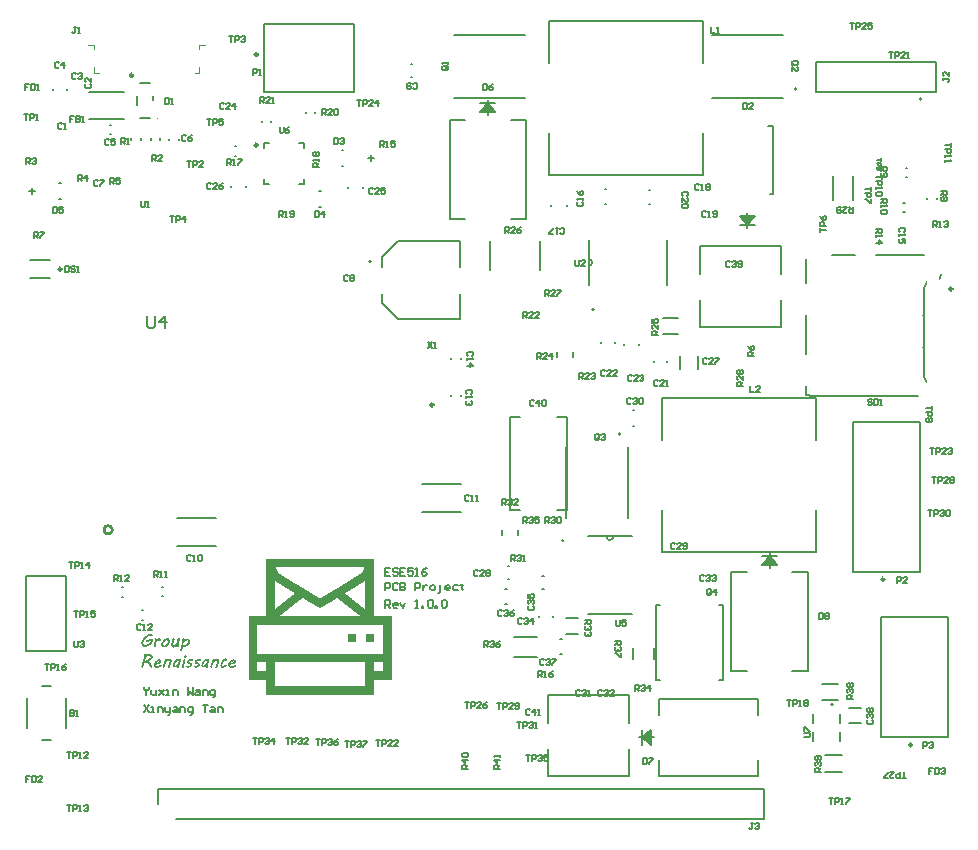
<source format=gto>
G04*
G04 #@! TF.GenerationSoftware,Altium Limited,Altium NEXUS,4.7.2 (13)*
G04*
G04 Layer_Color=65535*
%FSLAX25Y25*%
%MOIN*%
G70*
G04*
G04 #@! TF.SameCoordinates,2623A66C-A178-4ADA-913C-0C76BB464C87*
G04*
G04*
G04 #@! TF.FilePolarity,Positive*
G04*
G01*
G75*
%ADD10C,0.00984*%
%ADD11C,0.00787*%
%ADD12C,0.00600*%
%ADD13C,0.01000*%
%ADD14C,0.00394*%
%ADD15C,0.00500*%
%ADD16C,0.00800*%
G36*
X119565Y84174D02*
Y84081D01*
Y73095D01*
X125524D01*
Y51961D01*
X119565D01*
Y47027D01*
X83815D01*
Y51961D01*
X77856D01*
Y73095D01*
X83815D01*
Y92273D01*
X119565D01*
Y84174D01*
D02*
G37*
G36*
X45310Y67293D02*
X45402Y67275D01*
X45411D01*
X45421Y67266D01*
X45476Y67247D01*
X45550Y67210D01*
X45633Y67164D01*
X45643D01*
X45652Y67155D01*
X45689Y67118D01*
X45744Y67062D01*
X45800Y66988D01*
X45809Y66970D01*
X45837Y66923D01*
X45865Y66849D01*
X45874Y66757D01*
Y66748D01*
Y66720D01*
X45865Y66683D01*
X45855Y66637D01*
Y66618D01*
X45846Y66590D01*
X45828Y66544D01*
Y66535D01*
X45809Y66516D01*
X45787Y66494D01*
X45781Y66461D01*
X45754Y66405D01*
X45735Y66387D01*
X45717Y66378D01*
X45689D01*
X45633Y66368D01*
X45615D01*
X45569Y66378D01*
X45513Y66387D01*
X45448Y66415D01*
X45439Y66424D01*
X45411Y66452D01*
X45374Y66489D01*
X45328Y66526D01*
X45319Y66535D01*
X45291Y66563D01*
X45226Y66618D01*
X45217Y66627D01*
X45199Y66637D01*
X45180Y66646D01*
X45143Y66655D01*
X45060D01*
X45032Y66646D01*
X44986Y66637D01*
X44930Y66618D01*
X44856Y66590D01*
X44773Y66553D01*
X44588Y66470D01*
X44579Y66461D01*
X44542Y66442D01*
X44496Y66415D01*
X44431Y66378D01*
X44357Y66331D01*
X44264Y66276D01*
X44079Y66137D01*
X44070Y66128D01*
X44033Y66109D01*
X43987Y66063D01*
X43922Y66017D01*
X43848Y65952D01*
X43774Y65878D01*
X43598Y65712D01*
X43589Y65702D01*
X43561Y65675D01*
X43515Y65619D01*
X43460Y65564D01*
X43395Y65480D01*
X43330Y65397D01*
X43182Y65212D01*
X43173Y65203D01*
X43154Y65166D01*
X43117Y65120D01*
X43080Y65055D01*
X43034Y64972D01*
X42988Y64888D01*
X42905Y64694D01*
Y64685D01*
X42886Y64648D01*
X42877Y64602D01*
X42858Y64537D01*
X42840Y64463D01*
X42821Y64370D01*
X42812Y64287D01*
X42803Y64195D01*
Y64185D01*
Y64167D01*
X42812Y64130D01*
Y64084D01*
X42840Y63982D01*
X42886Y63880D01*
Y63871D01*
X42905Y63852D01*
X42923Y63825D01*
X42951Y63788D01*
X42988Y63732D01*
X43034Y63667D01*
X43090Y63593D01*
X43154Y63510D01*
X43164Y63519D01*
X43191Y63538D01*
X43238D01*
X43302Y63529D01*
X43312D01*
X43321Y63519D01*
X43367Y63510D01*
X43432Y63501D01*
X43506Y63492D01*
X43524D01*
X43571Y63501D01*
X43635Y63510D01*
X43709Y63529D01*
X43719D01*
X43728Y63538D01*
X43783Y63556D01*
X43857Y63584D01*
X43950Y63621D01*
X43959D01*
X43968Y63630D01*
X44033Y63667D01*
X44107Y63704D01*
X44200Y63760D01*
X44209D01*
X44218Y63769D01*
X44283Y63806D01*
X44366Y63852D01*
X44468Y63908D01*
X44477Y63917D01*
X44514Y63945D01*
X44560Y63982D01*
X44616Y64037D01*
X44690Y64102D01*
X44773Y64176D01*
X44847Y64269D01*
X44930Y64361D01*
X44940Y64370D01*
X44967Y64407D01*
X45004Y64463D01*
X45051Y64537D01*
X45106Y64629D01*
X45171Y64722D01*
X45260Y64899D01*
X45254Y64898D01*
X45245D01*
X45208Y64879D01*
X45143Y64861D01*
X45069Y64833D01*
X45051Y64824D01*
X45004Y64805D01*
X44921Y64777D01*
X44819Y64740D01*
X44810D01*
X44792Y64731D01*
X44773Y64722D01*
X44736Y64713D01*
X44653Y64685D01*
X44560Y64657D01*
X44551D01*
X44542Y64648D01*
X44496Y64639D01*
X44431Y64611D01*
X44357Y64583D01*
X44348D01*
X44311Y64565D01*
X44274Y64555D01*
X44237Y64546D01*
X44227D01*
X44190Y64528D01*
X44172Y64518D01*
X44126Y64500D01*
X44107Y64491D01*
X44061Y64472D01*
X44052D01*
X44042Y64463D01*
X43987Y64454D01*
X43941D01*
X43894Y64463D01*
X43848Y64481D01*
X43839Y64491D01*
X43811Y64509D01*
X43737Y64565D01*
X43728Y64574D01*
X43719Y64602D01*
X43691Y64639D01*
X43672Y64685D01*
Y64694D01*
X43663Y64731D01*
X43654Y64768D01*
Y64824D01*
Y64833D01*
Y64851D01*
X43663Y64907D01*
X43691Y64981D01*
X43737Y65055D01*
X43756Y65073D01*
X43793Y65101D01*
X43848Y65138D01*
X43922Y65175D01*
X43931D01*
X43941Y65184D01*
X43987Y65203D01*
X44052Y65221D01*
X44126Y65231D01*
X44144D01*
X44190Y65240D01*
X44255D01*
X44311Y65249D01*
X44329Y65258D01*
X44338D01*
X44348Y65268D01*
X44385Y65277D01*
X44394D01*
X44403Y65286D01*
X44449Y65295D01*
X44459D01*
X44477Y65305D01*
X44496Y65314D01*
X44523D01*
X44542Y65323D01*
X44588Y65342D01*
X44616Y65360D01*
X44662Y65379D01*
X44671D01*
X44690Y65388D01*
X44708Y65397D01*
X44745Y65416D01*
X44829Y65443D01*
X44921Y65480D01*
X44930D01*
X44940Y65490D01*
X44995Y65508D01*
X45078Y65536D01*
X45180Y65564D01*
X45189D01*
X45208Y65573D01*
X45236D01*
X45263Y65582D01*
X45347Y65591D01*
X45430Y65601D01*
X45504D01*
X45569Y65582D01*
X45643Y65564D01*
X45652D01*
X45661Y65554D01*
X45698Y65536D01*
X45754Y65499D01*
X45809Y65453D01*
X45818Y65443D01*
X45846Y65406D01*
X45883Y65351D01*
X45911Y65286D01*
X45920Y65268D01*
X45929Y65231D01*
X45939Y65166D01*
X45948Y65092D01*
Y65083D01*
Y65064D01*
X45939Y64999D01*
Y64990D01*
Y64972D01*
X45920Y64907D01*
Y64888D01*
X45902Y64842D01*
X45883Y64777D01*
X45855Y64694D01*
X45809Y64592D01*
X45763Y64481D01*
X45643Y64250D01*
X45633Y64241D01*
X45606Y64204D01*
X45569Y64148D01*
X45522Y64074D01*
X45458Y63991D01*
X45374Y63908D01*
X45291Y63815D01*
X45199Y63723D01*
X45189Y63714D01*
X45152Y63686D01*
X45106Y63640D01*
X45032Y63584D01*
X44958Y63510D01*
X44856Y63445D01*
X44755Y63371D01*
X44644Y63297D01*
X44634Y63288D01*
X44588Y63270D01*
X44533Y63242D01*
X44449Y63205D01*
X44348Y63159D01*
X44237Y63122D01*
X44116Y63075D01*
X43987Y63048D01*
X43941Y63001D01*
X43950D01*
Y62992D01*
X43941Y62974D01*
X43931Y62964D01*
X43904Y62955D01*
X43894D01*
X43857Y62946D01*
X43802Y62937D01*
X43746Y62918D01*
X43737D01*
X43700Y62909D01*
X43645Y62900D01*
X43589Y62881D01*
X43543D01*
X43497Y62872D01*
X43302D01*
X43238Y62881D01*
X43228D01*
X43191Y62890D01*
X43145D01*
X43099Y62900D01*
X43090D01*
X43062Y62909D01*
X42988Y62927D01*
X42979D01*
X42969Y62937D01*
X42923Y62964D01*
X42914D01*
X42895Y62974D01*
X42858Y62992D01*
X42821Y63020D01*
X42720Y63075D01*
X42599Y63149D01*
X42590Y63159D01*
X42572Y63168D01*
X42544Y63196D01*
X42516Y63233D01*
X42433Y63316D01*
X42350Y63418D01*
Y63427D01*
X42331Y63445D01*
X42313Y63473D01*
X42294Y63519D01*
X42239Y63621D01*
X42183Y63751D01*
Y63760D01*
X42174Y63788D01*
X42165Y63825D01*
X42155Y63871D01*
X42146Y63926D01*
X42137Y64000D01*
X42128Y64148D01*
Y64158D01*
Y64185D01*
Y64232D01*
X42137Y64296D01*
X42146Y64361D01*
X42155Y64444D01*
X42192Y64620D01*
Y64629D01*
X42211Y64666D01*
X42220Y64713D01*
X42248Y64768D01*
X42276Y64842D01*
X42313Y64925D01*
X42396Y65110D01*
X42405Y65120D01*
X42424Y65157D01*
X42442Y65203D01*
X42479Y65268D01*
X42525Y65342D01*
X42572Y65425D01*
X42692Y65601D01*
X42701Y65610D01*
X42720Y65638D01*
X42757Y65693D01*
X42803Y65749D01*
X42858Y65823D01*
X42923Y65897D01*
X43062Y66063D01*
X43071Y66072D01*
X43099Y66100D01*
X43136Y66146D01*
X43191Y66202D01*
X43256Y66257D01*
X43321Y66331D01*
X43478Y66470D01*
X43487Y66479D01*
X43515Y66498D01*
X43561Y66535D01*
X43608Y66581D01*
X43672Y66637D01*
X43746Y66692D01*
X43904Y66803D01*
X43913D01*
X43922Y66822D01*
X43950Y66831D01*
X43987Y66859D01*
X44079Y66914D01*
X44181Y66979D01*
X44190D01*
X44209Y66997D01*
X44237Y67016D01*
X44283Y67034D01*
X44385Y67090D01*
X44496Y67145D01*
X44505D01*
X44523Y67155D01*
X44551Y67173D01*
X44597Y67192D01*
X44699Y67229D01*
X44819Y67266D01*
X44829D01*
X44847Y67275D01*
X44884Y67284D01*
X44921Y67293D01*
X45023Y67303D01*
X45143Y67312D01*
X45226D01*
X45310Y67293D01*
D02*
G37*
G36*
X46956Y65804D02*
X47012Y65795D01*
X47067Y65767D01*
X47076Y65758D01*
X47104Y65739D01*
X47141Y65702D01*
X47169Y65656D01*
X47178Y65647D01*
X47187Y65610D01*
X47206Y65564D01*
X47215Y65508D01*
Y65499D01*
X47224Y65462D01*
Y65406D01*
Y65351D01*
Y65342D01*
Y65332D01*
Y65323D01*
X47215Y65305D01*
Y65277D01*
Y65249D01*
X47224Y65240D01*
Y65258D01*
Y65268D01*
Y65305D01*
Y65323D01*
X47252Y65351D01*
X47280Y65388D01*
X47289Y65397D01*
X47298Y65406D01*
X47345Y65453D01*
X47409Y65508D01*
X47493Y65564D01*
X47502D01*
X47511Y65582D01*
X47567Y65610D01*
X47641Y65656D01*
X47733Y65693D01*
X47742D01*
X47752Y65702D01*
X47779Y65712D01*
X47816Y65721D01*
X47900Y65739D01*
X48001Y65749D01*
X48066D01*
X48103Y65739D01*
X48112D01*
X48140Y65730D01*
X48214Y65712D01*
X48223D01*
X48251Y65702D01*
X48297Y65693D01*
X48344Y65665D01*
X48353Y65656D01*
X48390Y65647D01*
X48436Y65619D01*
X48482Y65591D01*
X48492D01*
X48501Y65573D01*
X48547Y65536D01*
X48612Y65471D01*
X48667Y65379D01*
Y65369D01*
X48677Y65360D01*
X48704Y65305D01*
X48732Y65231D01*
X48741Y65138D01*
Y65129D01*
Y65101D01*
X48732Y65064D01*
X48714Y65018D01*
Y65009D01*
X48704Y64981D01*
X48686Y64944D01*
X48658Y64907D01*
X48649Y64898D01*
X48640Y64879D01*
X48612Y64851D01*
X48575Y64824D01*
X48566Y64814D01*
X48538Y64805D01*
X48501Y64796D01*
X48445Y64787D01*
X48399D01*
X48353Y64796D01*
X48297Y64814D01*
X48288Y64824D01*
X48251Y64833D01*
X48205Y64861D01*
X48159Y64888D01*
Y64898D01*
X48140Y64907D01*
X48103Y64953D01*
Y64962D01*
X48085Y64972D01*
X48057Y65018D01*
Y65027D01*
X48048Y65036D01*
X48020Y65073D01*
Y65083D01*
Y65092D01*
X47946D01*
X47909Y65083D01*
X47816Y65064D01*
X47724Y65018D01*
X47715D01*
X47705Y65009D01*
X47650Y64972D01*
X47576Y64916D01*
X47493Y64842D01*
X47483D01*
X47474Y64824D01*
X47428Y64777D01*
X47354Y64703D01*
X47280Y64611D01*
Y64602D01*
X47261Y64592D01*
X47224Y64537D01*
X47169Y64463D01*
X47113Y64398D01*
Y64389D01*
X47104Y64361D01*
X47095Y64324D01*
X47076Y64269D01*
X47058Y64204D01*
X47039Y64121D01*
X47012Y64028D01*
X46984Y63926D01*
Y63917D01*
X46975Y63880D01*
X46956Y63825D01*
X46947Y63751D01*
X46919Y63658D01*
X46901Y63556D01*
X46845Y63334D01*
Y63270D01*
Y63260D01*
Y63223D01*
Y63159D01*
X46836Y63085D01*
Y63066D01*
Y63020D01*
X46817Y62964D01*
X46799Y62900D01*
X46790Y62890D01*
X46771Y62863D01*
X46725Y62835D01*
X46679Y62807D01*
X46669Y62798D01*
X46632Y62789D01*
X46577Y62779D01*
X46503Y62770D01*
X46475D01*
X46447Y62779D01*
X46410D01*
X46336Y62807D01*
X46262Y62863D01*
Y62872D01*
X46253Y62881D01*
X46225Y62927D01*
X46198Y63001D01*
X46188Y63094D01*
Y63103D01*
Y63131D01*
X46198Y63168D01*
X46207Y63214D01*
Y63223D01*
X46216Y63251D01*
X46225Y63297D01*
X46235Y63353D01*
X46244Y63418D01*
X46262Y63501D01*
X46290Y63677D01*
Y63686D01*
X46299Y63723D01*
X46309Y63769D01*
X46327Y63834D01*
X46346Y63917D01*
X46364Y64000D01*
X46401Y64176D01*
Y64185D01*
X46410Y64222D01*
X46420Y64269D01*
X46438Y64333D01*
X46447Y64407D01*
X46466Y64481D01*
X46503Y64657D01*
Y64666D01*
X46512Y64694D01*
X46521Y64740D01*
X46531Y64805D01*
X46540Y64870D01*
X46558Y64953D01*
X46586Y65110D01*
Y65120D01*
Y65129D01*
Y65157D01*
Y65166D01*
Y65175D01*
Y65212D01*
Y65221D01*
Y65231D01*
Y65277D01*
Y65342D01*
X46595Y65406D01*
Y65425D01*
X46605Y65462D01*
X46614Y65517D01*
X46632Y65582D01*
Y65591D01*
X46642Y65601D01*
X46660Y65656D01*
X46688Y65712D01*
X46725Y65758D01*
X46734Y65767D01*
X46771Y65786D01*
X46817Y65804D01*
X46891Y65813D01*
X46910D01*
X46956Y65804D01*
D02*
G37*
G36*
X54634Y65943D02*
X54689Y65934D01*
X54698D01*
X54735Y65915D01*
X54772Y65897D01*
X54809Y65860D01*
X54819Y65850D01*
X54837Y65823D01*
X54865Y65776D01*
X54883Y65721D01*
X54893Y65712D01*
X54902Y65665D01*
X54911Y65610D01*
Y65527D01*
Y65517D01*
Y65508D01*
Y65471D01*
X54902Y65434D01*
Y65388D01*
X54893Y65332D01*
X54865Y65194D01*
Y65184D01*
X54856Y65157D01*
Y65120D01*
X54837Y65073D01*
X54819Y64953D01*
X54782Y64824D01*
Y64814D01*
Y64805D01*
X54763Y64750D01*
X54745Y64676D01*
X54726Y64583D01*
Y64574D01*
Y64565D01*
X54708Y64509D01*
X54698Y64435D01*
X54680Y64352D01*
Y64343D01*
Y64333D01*
X54671Y64287D01*
X54661Y64213D01*
X54643Y64130D01*
Y64121D01*
Y64111D01*
Y64065D01*
X54634Y64000D01*
Y63926D01*
Y63917D01*
Y63899D01*
Y63871D01*
Y63825D01*
Y63732D01*
X54643Y63612D01*
Y63603D01*
Y63584D01*
Y63556D01*
X54652Y63519D01*
Y63418D01*
Y63307D01*
Y63297D01*
Y63270D01*
Y63223D01*
X54643Y63168D01*
Y63159D01*
Y63131D01*
Y63094D01*
X54634Y63066D01*
Y63057D01*
X54624Y63048D01*
X54606Y62992D01*
X54569Y62927D01*
X54523Y62863D01*
X54513Y62853D01*
X54476Y62835D01*
X54402Y62807D01*
X54310Y62798D01*
X54254D01*
X54199Y62807D01*
X54143Y62826D01*
X54134D01*
X54106Y62844D01*
X54069Y62853D01*
X54042Y62881D01*
X54032Y62890D01*
X54023Y62909D01*
X54005Y62937D01*
X53995Y62974D01*
Y62983D01*
X53986Y63011D01*
X53977Y63075D01*
X53954Y63485D01*
X53903Y63427D01*
X53820Y63316D01*
X53810Y63307D01*
X53801Y63288D01*
X53773Y63260D01*
X53746Y63223D01*
X53662Y63122D01*
X53561Y63020D01*
X53551Y63011D01*
X53533Y63001D01*
X53505Y62974D01*
X53468Y62937D01*
X53366Y62863D01*
X53237Y62789D01*
X53228D01*
X53209Y62770D01*
X53172Y62761D01*
X53126Y62742D01*
X53070Y62724D01*
X53006Y62715D01*
X52858Y62696D01*
X52821D01*
X52784Y62705D01*
X52737Y62724D01*
X52728D01*
X52700Y62733D01*
X52654Y62752D01*
X52599Y62770D01*
X52589Y62779D01*
X52562Y62789D01*
X52515Y62807D01*
X52469Y62835D01*
X52460Y62844D01*
X52432Y62863D01*
X52395Y62881D01*
X52367Y62909D01*
X52358Y62918D01*
X52340Y62937D01*
X52312Y62974D01*
X52275Y63020D01*
X52192Y63131D01*
X52145Y63196D01*
X52118Y63270D01*
Y63279D01*
X52108Y63307D01*
X52099Y63344D01*
X52081Y63399D01*
X52071Y63455D01*
X52053Y63529D01*
X52044Y63677D01*
Y63686D01*
Y63695D01*
Y63751D01*
X52053Y63825D01*
X52062Y63908D01*
Y63917D01*
Y63926D01*
X52071Y63973D01*
X52090Y64047D01*
X52099Y64121D01*
Y64130D01*
X52108Y64139D01*
X52118Y64185D01*
X52136Y64250D01*
X52155Y64315D01*
X52164Y64333D01*
X52173Y64370D01*
X52182Y64426D01*
X52201Y64481D01*
Y64491D01*
X52210Y64509D01*
X52219Y64537D01*
X52238Y64583D01*
X52247Y64629D01*
X52266Y64694D01*
X52303Y64833D01*
Y64842D01*
X52312Y64870D01*
X52321Y64907D01*
X52330Y64953D01*
X52358Y65064D01*
X52377Y65166D01*
Y65175D01*
X52386Y65184D01*
X52395Y65240D01*
X52414Y65314D01*
X52432Y65388D01*
X52441Y65406D01*
X52451Y65443D01*
X52460Y65490D01*
X52478Y65545D01*
Y65554D01*
X52488Y65582D01*
X52525Y65638D01*
X52534Y65647D01*
X52543Y65665D01*
X52580Y65712D01*
X52589Y65721D01*
X52599Y65730D01*
X52645Y65749D01*
X52654D01*
X52663Y65758D01*
X52710Y65767D01*
X52737D01*
X52793Y65758D01*
X52821D01*
X52876Y65749D01*
X52885D01*
X52913Y65739D01*
X52969Y65730D01*
X52987D01*
X53033Y65712D01*
X53080Y65684D01*
X53126Y65638D01*
X53135Y65628D01*
X53154Y65591D01*
X53163Y65536D01*
X53172Y65462D01*
Y65453D01*
Y65416D01*
X53163Y65360D01*
X53144Y65305D01*
Y65286D01*
X53126Y65240D01*
X53107Y65175D01*
X53080Y65083D01*
X53052Y64990D01*
X53024Y64879D01*
X52987Y64768D01*
X52959Y64666D01*
Y64657D01*
X52950Y64620D01*
X52932Y64574D01*
X52913Y64509D01*
X52867Y64370D01*
X52821Y64213D01*
Y64204D01*
X52811Y64185D01*
X52802Y64148D01*
X52793Y64102D01*
X52765Y64010D01*
X52737Y63908D01*
Y63899D01*
Y63889D01*
X52728Y63843D01*
X52719Y63788D01*
X52710Y63732D01*
Y63723D01*
Y63695D01*
Y63649D01*
X52719Y63593D01*
Y63584D01*
X52728Y63556D01*
X52747Y63519D01*
X52765Y63473D01*
X52774Y63464D01*
X52784Y63445D01*
X52830Y63381D01*
X52839D01*
X52858Y63371D01*
X52885Y63362D01*
X52913Y63353D01*
X52932D01*
X52978Y63362D01*
X53043Y63381D01*
X53126Y63418D01*
X53135D01*
X53144Y63427D01*
X53200Y63464D01*
X53274Y63519D01*
X53357Y63593D01*
X53366Y63603D01*
X53376Y63612D01*
X53431Y63667D01*
X53496Y63741D01*
X53561Y63825D01*
Y63834D01*
X53579Y63843D01*
X53616Y63899D01*
X53662Y63963D01*
X53709Y64028D01*
X53792Y64185D01*
Y64195D01*
X53801Y64204D01*
X53829Y64269D01*
X53866Y64352D01*
X53912Y64454D01*
Y64463D01*
X53921Y64481D01*
X53940Y64509D01*
X53949Y64555D01*
X53986Y64657D01*
X54023Y64768D01*
Y64777D01*
X54032Y64796D01*
X54042Y64833D01*
X54051Y64870D01*
X54079Y64972D01*
X54097Y65083D01*
Y65092D01*
X54106Y65110D01*
X54116Y65166D01*
X54134Y65249D01*
X54153Y65323D01*
X54227Y65702D01*
Y65712D01*
X54236Y65721D01*
X54245Y65776D01*
X54282Y65841D01*
X54319Y65897D01*
X54328Y65906D01*
X54375Y65924D01*
X54439Y65943D01*
X54532Y65952D01*
X54587D01*
X54634Y65943D01*
D02*
G37*
G36*
X56178Y65776D02*
X56262Y65767D01*
X56336Y65739D01*
X56354Y65730D01*
X56391Y65712D01*
X56428Y65665D01*
X56465Y65619D01*
X56474Y65610D01*
X56493Y65573D01*
X56511Y65517D01*
X56521Y65453D01*
Y65443D01*
X56530Y65406D01*
Y65379D01*
Y65360D01*
X56548Y65388D01*
X56567Y65406D01*
X56585Y65425D01*
X56622Y65453D01*
X56669Y65471D01*
X56678D01*
X56696Y65480D01*
X56724Y65490D01*
X56761Y65508D01*
X56854Y65545D01*
X56965Y65573D01*
X56974D01*
X56992Y65582D01*
X57020D01*
X57057Y65591D01*
X57150Y65610D01*
X57261Y65628D01*
X57288D01*
X57316Y65638D01*
X57353D01*
X57455Y65647D01*
X57640D01*
X57686Y65638D01*
X57816Y65610D01*
X57954Y65564D01*
X57964D01*
X57982Y65554D01*
X58019Y65536D01*
X58056Y65508D01*
X58149Y65443D01*
X58241Y65351D01*
X58250Y65342D01*
X58260Y65323D01*
X58278Y65295D01*
X58306Y65258D01*
X58371Y65157D01*
X58417Y65036D01*
Y65027D01*
X58426Y65009D01*
X58435Y64972D01*
X58445Y64925D01*
X58463Y64814D01*
X58472Y64685D01*
Y64676D01*
Y64648D01*
Y64611D01*
X58463Y64555D01*
X58445Y64426D01*
X58398Y64278D01*
Y64269D01*
X58389Y64241D01*
X58371Y64204D01*
X58352Y64158D01*
X58297Y64047D01*
X58213Y63926D01*
X58204Y63917D01*
X58195Y63899D01*
X58167Y63871D01*
X58139Y63834D01*
X58056Y63732D01*
X57945Y63621D01*
X57936Y63612D01*
X57917Y63593D01*
X57890Y63575D01*
X57853Y63538D01*
X57742Y63455D01*
X57612Y63362D01*
X57603Y63353D01*
X57584Y63344D01*
X57547Y63325D01*
X57501Y63297D01*
X57381Y63233D01*
X57242Y63159D01*
X57233D01*
X57214Y63140D01*
X57177Y63122D01*
X57131Y63103D01*
X57011Y63048D01*
X56881Y62992D01*
X56872D01*
X56863Y62983D01*
X56798Y62964D01*
X56724Y62937D01*
X56632Y62909D01*
X56613D01*
X56567Y62900D01*
X56502Y62890D01*
X56428Y62881D01*
X56345D01*
X56262Y62890D01*
X56169Y62909D01*
X56160D01*
X56151Y62918D01*
X56104Y62927D01*
X56049Y62964D01*
X56012Y63001D01*
Y62992D01*
X56003Y62974D01*
Y62946D01*
X55993Y62900D01*
X55966Y62798D01*
X55938Y62678D01*
Y62668D01*
X55929Y62650D01*
Y62613D01*
X55919Y62567D01*
X55892Y62465D01*
X55873Y62345D01*
Y62335D01*
X55864Y62298D01*
X55855Y62243D01*
X55836Y62169D01*
Y62160D01*
Y62150D01*
X55827Y62104D01*
X55808Y62039D01*
X55790Y61965D01*
Y61947D01*
X55781Y61910D01*
X55771Y61854D01*
X55753Y61790D01*
Y61780D01*
X55744Y61743D01*
X55734Y61688D01*
X55725Y61642D01*
Y61632D01*
X55707Y61614D01*
X55688Y61586D01*
X55660Y61558D01*
X55651Y61549D01*
X55633Y61540D01*
X55596Y61521D01*
X55559Y61503D01*
X55549D01*
X55522Y61494D01*
X55485Y61484D01*
X55448Y61475D01*
X55420D01*
X55355Y61466D01*
X55309D01*
X55263Y61475D01*
X55216Y61494D01*
X55161Y61521D01*
X55115Y61568D01*
X55078Y61623D01*
X55068Y61697D01*
Y61706D01*
Y61734D01*
X55078Y61799D01*
Y61808D01*
X55087Y61845D01*
X55105Y61891D01*
X55115Y61956D01*
X55133Y62030D01*
X55152Y62113D01*
X55189Y62271D01*
Y62280D01*
X55198Y62308D01*
X55207Y62345D01*
X55216Y62391D01*
X55244Y62511D01*
X55272Y62650D01*
Y62659D01*
X55281Y62678D01*
X55290Y62715D01*
X55300Y62761D01*
X55327Y62872D01*
X55346Y62983D01*
Y62992D01*
X55355Y63011D01*
Y63038D01*
X55364Y63075D01*
X55392Y63177D01*
X55411Y63297D01*
Y63307D01*
X55420Y63325D01*
X55429Y63362D01*
X55438Y63399D01*
X55457Y63510D01*
X55485Y63640D01*
Y63649D01*
X55494Y63677D01*
X55503Y63714D01*
X55512Y63760D01*
X55522Y63815D01*
X55540Y63889D01*
X55568Y64037D01*
X55707Y64731D01*
Y64740D01*
X55716Y64759D01*
Y64787D01*
X55725Y64833D01*
X55744Y64925D01*
X55753Y65018D01*
Y65027D01*
Y65036D01*
X55762Y65092D01*
X55771Y65166D01*
Y65249D01*
Y65258D01*
Y65268D01*
Y65323D01*
Y65388D01*
Y65462D01*
Y65480D01*
X55781Y65517D01*
X55790Y65573D01*
X55808Y65628D01*
X55818Y65638D01*
X55836Y65675D01*
X55864Y65702D01*
X55910Y65739D01*
X55919Y65749D01*
X55966Y65767D01*
X56021Y65776D01*
X56095Y65786D01*
X56123D01*
X56178Y65776D01*
D02*
G37*
G36*
X50804Y65869D02*
X50860Y65860D01*
X50998Y65823D01*
X51072Y65795D01*
X51137Y65749D01*
X51146Y65739D01*
X51165Y65730D01*
X51202Y65702D01*
X51239Y65665D01*
X51285Y65610D01*
X51331Y65554D01*
X51378Y65490D01*
X51424Y65406D01*
X51433Y65397D01*
X51442Y65369D01*
X51470Y65323D01*
X51489Y65277D01*
X51498Y65268D01*
X51507Y65240D01*
X51516Y65194D01*
X51535Y65138D01*
X51544Y65129D01*
X51553Y65092D01*
X51563Y65036D01*
X51572Y64981D01*
Y64962D01*
X51581Y64925D01*
Y64870D01*
Y64796D01*
Y64787D01*
Y64750D01*
Y64703D01*
X51572Y64639D01*
X51563Y64565D01*
X51553Y64481D01*
X51507Y64296D01*
Y64287D01*
X51498Y64250D01*
X51479Y64204D01*
X51452Y64139D01*
X51424Y64065D01*
X51387Y63982D01*
X51285Y63806D01*
X51276Y63797D01*
X51257Y63769D01*
X51230Y63723D01*
X51193Y63667D01*
X51146Y63593D01*
X51091Y63519D01*
X50952Y63353D01*
X50943Y63344D01*
X50915Y63316D01*
X50878Y63279D01*
X50823Y63223D01*
X50758Y63168D01*
X50684Y63103D01*
X50508Y62964D01*
X50499Y62955D01*
X50480Y62946D01*
X50443Y62927D01*
X50397Y62900D01*
X50342Y62872D01*
X50286Y62844D01*
X50138Y62789D01*
X50129D01*
X50101Y62779D01*
X50064Y62770D01*
X50009Y62761D01*
X49935Y62742D01*
X49861Y62733D01*
X49685Y62724D01*
X49592D01*
X49537Y62733D01*
X49398Y62752D01*
X49259Y62789D01*
X49250D01*
X49232Y62798D01*
X49195Y62816D01*
X49158Y62835D01*
X49056Y62890D01*
X48954Y62964D01*
X48945Y62974D01*
X48936Y62983D01*
X48917Y63011D01*
X48889Y63048D01*
X48834Y63140D01*
X48778Y63251D01*
Y63260D01*
X48769Y63279D01*
X48760Y63316D01*
X48751Y63362D01*
X48741Y63418D01*
X48732Y63482D01*
X48723Y63630D01*
Y63640D01*
Y63667D01*
Y63704D01*
X48732Y63751D01*
Y63815D01*
X48751Y63880D01*
X48778Y64037D01*
Y64047D01*
X48788Y64074D01*
X48797Y64111D01*
X48815Y64158D01*
X48834Y64213D01*
X48852Y64278D01*
X48917Y64426D01*
Y64435D01*
X48936Y64463D01*
X48954Y64509D01*
X48982Y64555D01*
X49019Y64620D01*
X49065Y64694D01*
X49167Y64851D01*
X49176Y64861D01*
X49195Y64888D01*
X49232Y64925D01*
X49269Y64981D01*
X49324Y65046D01*
X49389Y65120D01*
X49537Y65268D01*
X49546Y65277D01*
X49574Y65305D01*
X49620Y65342D01*
X49685Y65388D01*
X49759Y65453D01*
X49842Y65517D01*
X49944Y65582D01*
X50046Y65647D01*
X50055Y65656D01*
X50083Y65665D01*
X50129Y65693D01*
X50194Y65712D01*
X50203D01*
X50212Y65721D01*
X50258Y65730D01*
X50314Y65739D01*
X50369Y65749D01*
X50379Y65758D01*
X50388Y65767D01*
X50416Y65786D01*
X50462Y65813D01*
X50508Y65841D01*
X50564Y65860D01*
X50638Y65869D01*
X50712Y65878D01*
X50758D01*
X50804Y65869D01*
D02*
G37*
G36*
X56900Y60065D02*
X56937Y60047D01*
X56946D01*
X56965Y60028D01*
X57011Y60001D01*
X57020Y59991D01*
X57029Y59982D01*
X57057Y59945D01*
X57066D01*
X57103Y59936D01*
X57131Y59908D01*
X57168Y59862D01*
X57177Y59853D01*
X57187Y59825D01*
X57196Y59779D01*
X57205Y59723D01*
Y59714D01*
Y59686D01*
X57187Y59621D01*
Y59612D01*
Y59603D01*
X57177Y59557D01*
X57168Y59547D01*
X57159Y59510D01*
X57131Y59464D01*
X57094Y59418D01*
X57085Y59409D01*
X57057Y59381D01*
X57020Y59353D01*
X56965Y59316D01*
X56955Y59307D01*
X56918Y59298D01*
X56863Y59270D01*
X56807Y59251D01*
X56798D01*
X56761Y59242D01*
X56715Y59233D01*
X56613D01*
X56567Y59242D01*
X56521Y59261D01*
X56511Y59270D01*
X56493Y59288D01*
X56456Y59325D01*
X56419Y59381D01*
X56410Y59390D01*
X56391Y59409D01*
X56373Y59436D01*
X56363Y59464D01*
Y59473D01*
Y59483D01*
Y59529D01*
Y59538D01*
Y59557D01*
Y59603D01*
Y59612D01*
X56373Y59621D01*
X56382Y59649D01*
Y59658D01*
X56391Y59695D01*
X56410Y59751D01*
X56437Y59816D01*
Y59825D01*
X56447Y59834D01*
X56474Y59880D01*
X56521Y59936D01*
X56595Y60001D01*
X56604Y60010D01*
X56632Y60019D01*
X56669Y60038D01*
X56724Y60056D01*
X56743Y60065D01*
X56770Y60075D01*
X56807Y60084D01*
X56872D01*
X56900Y60065D01*
D02*
G37*
G36*
X64568Y58835D02*
X64624Y58817D01*
X64633Y58807D01*
X64670Y58798D01*
X64707Y58770D01*
X64744Y58733D01*
X64753Y58724D01*
X64772Y58706D01*
X64790Y58669D01*
X64809Y58622D01*
Y58613D01*
X64818Y58585D01*
X64827Y58548D01*
Y58502D01*
Y58484D01*
Y58447D01*
X64818Y58391D01*
X64799Y58336D01*
Y58326D01*
X64790Y58289D01*
X64772Y58243D01*
X64753Y58197D01*
X64365Y56634D01*
Y56624D01*
Y56615D01*
X64355Y56560D01*
Y56486D01*
X64346Y56402D01*
Y56393D01*
Y56384D01*
X64337Y56338D01*
X64328Y56273D01*
X64309Y56199D01*
Y56190D01*
X64300Y56180D01*
X64281Y56125D01*
Y56116D01*
X64272Y56097D01*
X64226Y56032D01*
X64217Y56023D01*
X64207Y56005D01*
X64180Y55986D01*
X64133Y55958D01*
X64124D01*
X64096Y55949D01*
X64050Y55940D01*
X63985Y55931D01*
X63930D01*
X63874Y55940D01*
X63819Y55949D01*
X63810D01*
X63782Y55958D01*
X63708Y55986D01*
X63699Y55995D01*
X63689Y56005D01*
X63652Y56051D01*
Y56060D01*
Y56079D01*
X63643Y56116D01*
Y56153D01*
Y56171D01*
Y56217D01*
X63652Y56282D01*
X63662Y56365D01*
Y56375D01*
X63671Y56384D01*
X63680Y56439D01*
X63689Y56513D01*
Y56587D01*
X63680Y56560D01*
X63643Y56504D01*
X63615Y56476D01*
X63578Y56439D01*
X63569D01*
X63560Y56421D01*
X63504Y56375D01*
X63421Y56319D01*
X63329Y56245D01*
X63319D01*
X63310Y56236D01*
X63282Y56217D01*
X63245Y56199D01*
X63162Y56143D01*
X63060Y56097D01*
X63051D01*
X63033Y56088D01*
X63014Y56079D01*
X62977Y56069D01*
X62894Y56042D01*
X62801Y56032D01*
X62737D01*
X62681Y56042D01*
X62607Y56060D01*
X62589Y56069D01*
X62552Y56079D01*
X62505Y56106D01*
X62450Y56134D01*
X62441Y56143D01*
X62422Y56162D01*
X62394Y56190D01*
X62357Y56217D01*
X62274Y56310D01*
X62209Y56402D01*
Y56412D01*
X62200Y56430D01*
X62191Y56458D01*
X62172Y56495D01*
X62145Y56597D01*
X62135Y56726D01*
Y56745D01*
Y56782D01*
Y56828D01*
X62145Y56883D01*
Y56902D01*
X62154Y56930D01*
X62172Y56985D01*
X62182Y57031D01*
Y57041D01*
X62191Y57059D01*
Y57087D01*
X62209Y57124D01*
X62237Y57216D01*
X62274Y57346D01*
X62330Y57494D01*
X62404Y57651D01*
X62487Y57808D01*
X62579Y57966D01*
Y57975D01*
X62589Y57984D01*
X62635Y58030D01*
X62690Y58114D01*
X62774Y58206D01*
X62875Y58317D01*
X62996Y58428D01*
X63134Y58548D01*
X63282Y58659D01*
X63292Y58669D01*
X63310Y58678D01*
X63347Y58696D01*
X63384Y58724D01*
X63495Y58770D01*
X63615Y58807D01*
X63625D01*
X63643Y58817D01*
X63680D01*
X63726Y58826D01*
X63828Y58835D01*
X63948Y58844D01*
X64041D01*
X64096Y58835D01*
X64115D01*
X64152Y58826D01*
X64198D01*
X64244Y58817D01*
X64254D01*
X64281Y58826D01*
X64355Y58835D01*
X64365D01*
X64383Y58844D01*
X64513D01*
X64568Y58835D01*
D02*
G37*
G36*
X55013D02*
X55068Y58817D01*
X55078Y58807D01*
X55115Y58798D01*
X55152Y58770D01*
X55189Y58733D01*
X55198Y58724D01*
X55216Y58706D01*
X55235Y58669D01*
X55253Y58622D01*
Y58613D01*
X55263Y58585D01*
X55272Y58548D01*
Y58502D01*
Y58484D01*
Y58447D01*
X55263Y58391D01*
X55244Y58336D01*
Y58326D01*
X55235Y58289D01*
X55216Y58243D01*
X55198Y58197D01*
X54809Y56634D01*
Y56624D01*
Y56615D01*
X54800Y56560D01*
Y56486D01*
X54791Y56402D01*
Y56393D01*
Y56384D01*
X54782Y56338D01*
X54772Y56273D01*
X54754Y56199D01*
Y56190D01*
X54745Y56180D01*
X54726Y56125D01*
Y56116D01*
X54717Y56097D01*
X54671Y56032D01*
X54661Y56023D01*
X54652Y56005D01*
X54624Y55986D01*
X54578Y55958D01*
X54569D01*
X54541Y55949D01*
X54495Y55940D01*
X54430Y55931D01*
X54375D01*
X54319Y55940D01*
X54264Y55949D01*
X54254D01*
X54227Y55958D01*
X54153Y55986D01*
X54143Y55995D01*
X54134Y56005D01*
X54097Y56051D01*
Y56060D01*
Y56079D01*
X54088Y56116D01*
Y56153D01*
Y56171D01*
Y56217D01*
X54097Y56282D01*
X54106Y56365D01*
Y56375D01*
X54116Y56384D01*
X54125Y56439D01*
X54134Y56513D01*
Y56587D01*
X54125Y56560D01*
X54088Y56504D01*
X54060Y56476D01*
X54023Y56439D01*
X54014D01*
X54005Y56421D01*
X53949Y56375D01*
X53866Y56319D01*
X53773Y56245D01*
X53764D01*
X53755Y56236D01*
X53727Y56217D01*
X53690Y56199D01*
X53607Y56143D01*
X53505Y56097D01*
X53496D01*
X53477Y56088D01*
X53459Y56079D01*
X53422Y56069D01*
X53339Y56042D01*
X53246Y56032D01*
X53181D01*
X53126Y56042D01*
X53052Y56060D01*
X53033Y56069D01*
X52996Y56079D01*
X52950Y56106D01*
X52895Y56134D01*
X52885Y56143D01*
X52867Y56162D01*
X52839Y56190D01*
X52802Y56217D01*
X52719Y56310D01*
X52654Y56402D01*
Y56412D01*
X52645Y56430D01*
X52636Y56458D01*
X52617Y56495D01*
X52589Y56597D01*
X52580Y56726D01*
Y56745D01*
Y56782D01*
Y56828D01*
X52589Y56883D01*
Y56902D01*
X52599Y56930D01*
X52617Y56985D01*
X52626Y57031D01*
Y57041D01*
X52636Y57059D01*
Y57087D01*
X52654Y57124D01*
X52682Y57216D01*
X52719Y57346D01*
X52774Y57494D01*
X52848Y57651D01*
X52932Y57808D01*
X53024Y57966D01*
Y57975D01*
X53033Y57984D01*
X53080Y58030D01*
X53135Y58114D01*
X53218Y58206D01*
X53320Y58317D01*
X53440Y58428D01*
X53579Y58548D01*
X53727Y58659D01*
X53736Y58669D01*
X53755Y58678D01*
X53792Y58696D01*
X53829Y58724D01*
X53940Y58770D01*
X54060Y58807D01*
X54069D01*
X54088Y58817D01*
X54125D01*
X54171Y58826D01*
X54273Y58835D01*
X54393Y58844D01*
X54486D01*
X54541Y58835D01*
X54560D01*
X54597Y58826D01*
X54643D01*
X54689Y58817D01*
X54698D01*
X54726Y58826D01*
X54800Y58835D01*
X54809D01*
X54828Y58844D01*
X54957D01*
X55013Y58835D01*
D02*
G37*
G36*
X61479Y58965D02*
X61497D01*
X61543Y58955D01*
X61617Y58946D01*
X61691Y58918D01*
X61701D01*
X61710Y58909D01*
X61747Y58891D01*
X61802Y58854D01*
X61858Y58798D01*
X61867Y58789D01*
X61895Y58743D01*
X61923Y58678D01*
X61932Y58595D01*
Y58585D01*
Y58567D01*
Y58539D01*
X61923Y58502D01*
Y58493D01*
X61913Y58465D01*
X61904Y58428D01*
X61886Y58382D01*
Y58373D01*
X61867Y58345D01*
X61849Y58308D01*
X61821Y58271D01*
X61812Y58262D01*
X61793Y58243D01*
X61747Y58225D01*
X61701Y58215D01*
X61654D01*
X61608Y58225D01*
X61562Y58243D01*
X61553Y58252D01*
X61534Y58262D01*
X61469Y58308D01*
X61460Y58317D01*
X61451Y58326D01*
X61405Y58363D01*
X61386Y58373D01*
X61340Y58382D01*
X61303D01*
X61257Y58373D01*
X61201Y58354D01*
X61183D01*
X61146Y58336D01*
X61090Y58317D01*
X61025Y58289D01*
X61007Y58280D01*
X60970Y58262D01*
X60914Y58234D01*
X60850Y58197D01*
X60840Y58188D01*
X60803Y58169D01*
X60748Y58132D01*
X60692Y58095D01*
X60683Y58086D01*
X60655Y58058D01*
X60618Y58021D01*
X60591Y57984D01*
X60581Y57975D01*
X60572Y57956D01*
X60563Y57938D01*
X60554Y57910D01*
Y57892D01*
X60572Y57864D01*
X60591Y57855D01*
X60609Y57845D01*
X60637Y57827D01*
X60646Y57818D01*
X60683Y57808D01*
X60720Y57781D01*
X60776Y57753D01*
X60794D01*
X60831Y57734D01*
X60877Y57716D01*
X60933Y57688D01*
X60942Y57679D01*
X60979Y57670D01*
X61035Y57642D01*
X61109Y57614D01*
X61118D01*
X61127Y57605D01*
X61164Y57596D01*
X61220Y57568D01*
X61266Y57549D01*
X61284Y57540D01*
X61321Y57522D01*
X61368Y57494D01*
X61414Y57457D01*
X61423Y57448D01*
X61451Y57429D01*
X61488Y57401D01*
X61534Y57364D01*
X61543Y57355D01*
X61562Y57327D01*
X61590Y57290D01*
X61617Y57235D01*
X61627Y57226D01*
X61636Y57189D01*
X61645Y57142D01*
Y57078D01*
Y57068D01*
Y57050D01*
X61636Y56994D01*
Y56985D01*
X61627Y56967D01*
Y56939D01*
X61617Y56902D01*
Y56893D01*
X61608Y56874D01*
X61599Y56837D01*
X61580Y56791D01*
Y56782D01*
X61571Y56754D01*
X61553Y56708D01*
X61534Y56661D01*
Y56652D01*
X61516Y56624D01*
X61497Y56587D01*
X61479Y56550D01*
Y56541D01*
X61460Y56523D01*
X61423Y56476D01*
X61414D01*
X61405Y56458D01*
X61377Y56439D01*
X61340Y56412D01*
X61247Y56347D01*
X61136Y56273D01*
X61127D01*
X61109Y56254D01*
X61081Y56236D01*
X61035Y56217D01*
X60933Y56162D01*
X60803Y56106D01*
X60794D01*
X60776Y56097D01*
X60739Y56079D01*
X60692Y56069D01*
X60581Y56032D01*
X60452Y55995D01*
X60443D01*
X60424Y55986D01*
X60387D01*
X60341Y55977D01*
X60239Y55968D01*
X60119Y55958D01*
X60073D01*
X60017Y55968D01*
X59943Y55986D01*
X59925Y55995D01*
X59888Y56005D01*
X59832Y56032D01*
X59767Y56060D01*
X59758Y56069D01*
X59721Y56097D01*
X59675Y56134D01*
X59629Y56180D01*
X59619Y56190D01*
X59601Y56227D01*
X59582Y56282D01*
X59573Y56338D01*
Y56347D01*
Y56365D01*
X59592Y56430D01*
X59601Y56439D01*
X59610Y56458D01*
X59647Y56513D01*
X59656Y56523D01*
X59675Y56532D01*
X59721Y56578D01*
X59730Y56587D01*
X59749Y56597D01*
X59777Y56606D01*
X59832D01*
X59869Y56597D01*
X59888D01*
X59925Y56587D01*
X59934D01*
X59943Y56578D01*
X59971Y56569D01*
X60119D01*
X60211Y56578D01*
X60332Y56597D01*
X60341D01*
X60359Y56606D01*
X60396D01*
X60433Y56615D01*
X60535Y56643D01*
X60646Y56671D01*
X60655D01*
X60674Y56680D01*
X60729Y56698D01*
X60803Y56726D01*
X60877Y56763D01*
X60896Y56772D01*
X60924Y56800D01*
X60961Y56828D01*
X60979Y56865D01*
Y56874D01*
X60988Y56883D01*
Y56911D01*
Y56920D01*
Y56930D01*
X60970Y56948D01*
X60951Y56967D01*
X60942Y56976D01*
X60924Y56994D01*
X60896Y57013D01*
X60850Y57041D01*
X60840Y57050D01*
X60803Y57068D01*
X60757Y57096D01*
X60692Y57115D01*
X60683Y57124D01*
X60646Y57133D01*
X60591Y57161D01*
X60535Y57179D01*
X60433Y57226D01*
X60415Y57235D01*
X60378Y57244D01*
X60332Y57272D01*
X60267Y57300D01*
X60258Y57309D01*
X60221Y57327D01*
X60174Y57364D01*
X60119Y57411D01*
X60110Y57420D01*
X60082Y57457D01*
X60045Y57503D01*
X59999Y57559D01*
X59989Y57577D01*
X59971Y57614D01*
X59952Y57670D01*
X59925Y57744D01*
Y57753D01*
X59915Y57771D01*
X59906Y57827D01*
Y57836D01*
Y57864D01*
X59897Y57929D01*
Y57947D01*
X59906Y57993D01*
X59925Y58058D01*
X59952Y58132D01*
Y58141D01*
X59962Y58151D01*
X59989Y58197D01*
X60036Y58271D01*
X60100Y58345D01*
Y58354D01*
X60119Y58363D01*
X60165Y58410D01*
X60230Y58474D01*
X60304Y58539D01*
X60313D01*
X60322Y58558D01*
X60378Y58595D01*
X60461Y58641D01*
X60554Y58696D01*
X60572Y58706D01*
X60609Y58733D01*
X60655Y58761D01*
X60720Y58798D01*
X60739Y58807D01*
X60776Y58835D01*
X60831Y58863D01*
X60896Y58891D01*
X60914Y58900D01*
X60951Y58918D01*
X61016Y58937D01*
X61081Y58955D01*
X61099D01*
X61146Y58965D01*
X61210Y58974D01*
X61405D01*
X61479Y58965D01*
D02*
G37*
G36*
X58953D02*
X58972D01*
X59018Y58955D01*
X59092Y58946D01*
X59166Y58918D01*
X59175D01*
X59185Y58909D01*
X59222Y58891D01*
X59277Y58854D01*
X59333Y58798D01*
X59342Y58789D01*
X59370Y58743D01*
X59397Y58678D01*
X59407Y58595D01*
Y58585D01*
Y58567D01*
Y58539D01*
X59397Y58502D01*
Y58493D01*
X59388Y58465D01*
X59379Y58428D01*
X59360Y58382D01*
Y58373D01*
X59342Y58345D01*
X59323Y58308D01*
X59296Y58271D01*
X59286Y58262D01*
X59268Y58243D01*
X59222Y58225D01*
X59175Y58215D01*
X59129D01*
X59083Y58225D01*
X59037Y58243D01*
X59027Y58252D01*
X59009Y58262D01*
X58944Y58308D01*
X58935Y58317D01*
X58926Y58326D01*
X58879Y58363D01*
X58861Y58373D01*
X58815Y58382D01*
X58778D01*
X58731Y58373D01*
X58676Y58354D01*
X58657D01*
X58620Y58336D01*
X58565Y58317D01*
X58500Y58289D01*
X58482Y58280D01*
X58445Y58262D01*
X58389Y58234D01*
X58324Y58197D01*
X58315Y58188D01*
X58278Y58169D01*
X58223Y58132D01*
X58167Y58095D01*
X58158Y58086D01*
X58130Y58058D01*
X58093Y58021D01*
X58065Y57984D01*
X58056Y57975D01*
X58047Y57956D01*
X58038Y57938D01*
X58028Y57910D01*
Y57892D01*
X58047Y57864D01*
X58065Y57855D01*
X58084Y57845D01*
X58112Y57827D01*
X58121Y57818D01*
X58158Y57808D01*
X58195Y57781D01*
X58250Y57753D01*
X58269D01*
X58306Y57734D01*
X58352Y57716D01*
X58408Y57688D01*
X58417Y57679D01*
X58454Y57670D01*
X58509Y57642D01*
X58583Y57614D01*
X58593D01*
X58602Y57605D01*
X58639Y57596D01*
X58694Y57568D01*
X58741Y57549D01*
X58759Y57540D01*
X58796Y57522D01*
X58842Y57494D01*
X58889Y57457D01*
X58898Y57448D01*
X58926Y57429D01*
X58963Y57401D01*
X59009Y57364D01*
X59018Y57355D01*
X59037Y57327D01*
X59064Y57290D01*
X59092Y57235D01*
X59101Y57226D01*
X59111Y57189D01*
X59120Y57142D01*
Y57078D01*
Y57068D01*
Y57050D01*
X59111Y56994D01*
Y56985D01*
X59101Y56967D01*
Y56939D01*
X59092Y56902D01*
Y56893D01*
X59083Y56874D01*
X59074Y56837D01*
X59055Y56791D01*
Y56782D01*
X59046Y56754D01*
X59027Y56708D01*
X59009Y56661D01*
Y56652D01*
X58990Y56624D01*
X58972Y56587D01*
X58953Y56550D01*
Y56541D01*
X58935Y56523D01*
X58898Y56476D01*
X58889D01*
X58879Y56458D01*
X58852Y56439D01*
X58815Y56412D01*
X58722Y56347D01*
X58611Y56273D01*
X58602D01*
X58583Y56254D01*
X58556Y56236D01*
X58509Y56217D01*
X58408Y56162D01*
X58278Y56106D01*
X58269D01*
X58250Y56097D01*
X58213Y56079D01*
X58167Y56069D01*
X58056Y56032D01*
X57927Y55995D01*
X57917D01*
X57899Y55986D01*
X57862D01*
X57816Y55977D01*
X57714Y55968D01*
X57594Y55958D01*
X57547D01*
X57492Y55968D01*
X57418Y55986D01*
X57399Y55995D01*
X57362Y56005D01*
X57307Y56032D01*
X57242Y56060D01*
X57233Y56069D01*
X57196Y56097D01*
X57150Y56134D01*
X57103Y56180D01*
X57094Y56190D01*
X57076Y56227D01*
X57057Y56282D01*
X57048Y56338D01*
Y56347D01*
Y56365D01*
X57066Y56430D01*
X57076Y56439D01*
X57085Y56458D01*
X57122Y56513D01*
X57131Y56523D01*
X57150Y56532D01*
X57196Y56578D01*
X57205Y56587D01*
X57224Y56597D01*
X57251Y56606D01*
X57307D01*
X57344Y56597D01*
X57362D01*
X57399Y56587D01*
X57409D01*
X57418Y56578D01*
X57446Y56569D01*
X57594D01*
X57686Y56578D01*
X57806Y56597D01*
X57816D01*
X57834Y56606D01*
X57871D01*
X57908Y56615D01*
X58010Y56643D01*
X58121Y56671D01*
X58130D01*
X58149Y56680D01*
X58204Y56698D01*
X58278Y56726D01*
X58352Y56763D01*
X58371Y56772D01*
X58398Y56800D01*
X58435Y56828D01*
X58454Y56865D01*
Y56874D01*
X58463Y56883D01*
Y56911D01*
Y56920D01*
Y56930D01*
X58445Y56948D01*
X58426Y56967D01*
X58417Y56976D01*
X58398Y56994D01*
X58371Y57013D01*
X58324Y57041D01*
X58315Y57050D01*
X58278Y57068D01*
X58232Y57096D01*
X58167Y57115D01*
X58158Y57124D01*
X58121Y57133D01*
X58065Y57161D01*
X58010Y57179D01*
X57908Y57226D01*
X57890Y57235D01*
X57853Y57244D01*
X57806Y57272D01*
X57742Y57300D01*
X57732Y57309D01*
X57695Y57327D01*
X57649Y57364D01*
X57594Y57411D01*
X57584Y57420D01*
X57557Y57457D01*
X57520Y57503D01*
X57473Y57559D01*
X57464Y57577D01*
X57446Y57614D01*
X57427Y57670D01*
X57399Y57744D01*
Y57753D01*
X57390Y57771D01*
X57381Y57827D01*
Y57836D01*
Y57864D01*
X57372Y57929D01*
Y57947D01*
X57381Y57993D01*
X57399Y58058D01*
X57427Y58132D01*
Y58141D01*
X57436Y58151D01*
X57464Y58197D01*
X57510Y58271D01*
X57575Y58345D01*
Y58354D01*
X57594Y58363D01*
X57640Y58410D01*
X57705Y58474D01*
X57779Y58539D01*
X57788D01*
X57797Y58558D01*
X57853Y58595D01*
X57936Y58641D01*
X58028Y58696D01*
X58047Y58706D01*
X58084Y58733D01*
X58130Y58761D01*
X58195Y58798D01*
X58213Y58807D01*
X58250Y58835D01*
X58306Y58863D01*
X58371Y58891D01*
X58389Y58900D01*
X58426Y58918D01*
X58491Y58937D01*
X58556Y58955D01*
X58574D01*
X58620Y58965D01*
X58685Y58974D01*
X58879D01*
X58953Y58965D01*
D02*
G37*
G36*
X70322Y59029D02*
X70386Y59020D01*
X70405D01*
X70442Y59002D01*
X70497Y58983D01*
X70553Y58946D01*
X70562Y58937D01*
X70599Y58909D01*
X70636Y58872D01*
X70673Y58817D01*
X70682Y58807D01*
X70701Y58770D01*
X70710Y58706D01*
X70719Y58632D01*
Y58622D01*
Y58585D01*
X70710Y58530D01*
X70692Y58474D01*
Y58465D01*
X70673Y58428D01*
X70655Y58373D01*
X70618Y58326D01*
X70608Y58317D01*
X70590Y58289D01*
X70544Y58252D01*
X70497Y58215D01*
X70488Y58206D01*
X70451Y58197D01*
X70396Y58178D01*
X70322Y58169D01*
X70275D01*
X70220Y58178D01*
X70174Y58197D01*
X70164Y58206D01*
X70137Y58215D01*
X70063Y58252D01*
X70053Y58262D01*
X70044Y58271D01*
X70007Y58289D01*
X69998Y58299D01*
X69989Y58308D01*
X69970Y58299D01*
X69933Y58271D01*
X69878Y58234D01*
X69804Y58178D01*
X69785Y58160D01*
X69739Y58123D01*
X69683Y58067D01*
X69609Y57993D01*
X69600Y57975D01*
X69563Y57929D01*
X69508Y57855D01*
X69452Y57771D01*
Y57762D01*
X69443Y57753D01*
X69415Y57697D01*
X69369Y57623D01*
X69323Y57531D01*
Y57522D01*
X69313Y57512D01*
X69286Y57457D01*
X69258Y57383D01*
X69221Y57290D01*
Y57281D01*
X69212Y57272D01*
X69193Y57216D01*
X69175Y57152D01*
X69156Y57087D01*
Y57078D01*
X69138Y57041D01*
X69128Y56985D01*
X69110Y56930D01*
Y56920D01*
Y56883D01*
X69101Y56828D01*
Y56763D01*
Y56754D01*
Y56726D01*
X69110Y56661D01*
Y56652D01*
X69119Y56634D01*
X69138Y56587D01*
X69147Y56569D01*
X69184Y56541D01*
X69212D01*
X69267Y56532D01*
X69323D01*
X69387Y56541D01*
X69452Y56550D01*
X69461D01*
X69471Y56560D01*
X69517Y56569D01*
X69572Y56587D01*
X69637Y56615D01*
X69656Y56624D01*
X69693Y56643D01*
X69757Y56671D01*
X69822Y56708D01*
X69841Y56717D01*
X69878Y56745D01*
X69942Y56782D01*
X70007Y56819D01*
X70016Y56828D01*
X70044Y56846D01*
X70081Y56874D01*
X70127Y56902D01*
X70137Y56911D01*
X70164Y56920D01*
X70229Y56967D01*
X70238Y56976D01*
X70266Y56985D01*
X70331Y57013D01*
X70340Y57022D01*
X70368Y57031D01*
X70396Y57041D01*
X70470D01*
X70507Y57022D01*
X70553Y57004D01*
X70562Y56994D01*
X70590Y56976D01*
X70608Y56939D01*
X70618Y56883D01*
Y56874D01*
Y56856D01*
X70608Y56819D01*
X70599Y56772D01*
Y56763D01*
X70590Y56754D01*
X70571Y56698D01*
X70525Y56624D01*
X70479Y56550D01*
X70470Y56532D01*
X70433Y56495D01*
X70377Y56439D01*
X70312Y56375D01*
X70294Y56365D01*
X70257Y56328D01*
X70192Y56291D01*
X70118Y56245D01*
X70100Y56236D01*
X70053Y56208D01*
X69998Y56180D01*
X69924Y56143D01*
X69915D01*
X69887Y56125D01*
X69850Y56106D01*
X69804Y56088D01*
X69739Y56060D01*
X69674Y56042D01*
X69526Y55995D01*
X69517D01*
X69498Y55986D01*
X69461Y55977D01*
X69415D01*
X69304Y55958D01*
X69193Y55949D01*
X69128D01*
X69082Y55958D01*
X69073D01*
X69045Y55968D01*
X69008D01*
X68971Y55977D01*
X68962Y55986D01*
X68925Y55995D01*
X68879Y56023D01*
X68823Y56060D01*
X68703Y56153D01*
X68647Y56208D01*
X68592Y56273D01*
X68583Y56282D01*
X68573Y56310D01*
X68555Y56347D01*
X68536Y56402D01*
X68509Y56467D01*
X68490Y56550D01*
X68481Y56634D01*
X68472Y56726D01*
Y56735D01*
Y56745D01*
Y56800D01*
X68481Y56865D01*
X68490Y56948D01*
Y56957D01*
Y56967D01*
X68499Y57022D01*
X68518Y57087D01*
X68536Y57152D01*
Y57161D01*
X68546Y57198D01*
X68564Y57253D01*
X68583Y57318D01*
X68610Y57401D01*
X68638Y57494D01*
X68712Y57679D01*
X68721Y57688D01*
X68731Y57725D01*
X68758Y57771D01*
X68786Y57836D01*
X68823Y57910D01*
X68869Y57993D01*
X68980Y58169D01*
X68990Y58178D01*
X69008Y58206D01*
X69045Y58252D01*
X69091Y58317D01*
X69147Y58382D01*
X69212Y58456D01*
X69350Y58613D01*
X69360Y58622D01*
X69387Y58650D01*
X69424Y58687D01*
X69480Y58733D01*
X69554Y58780D01*
X69628Y58844D01*
X69804Y58946D01*
X69822Y58955D01*
X69859Y58974D01*
X69915Y58992D01*
X69989Y59011D01*
X69998D01*
X70007Y59020D01*
X70053Y59029D01*
X70118Y59039D01*
X70257D01*
X70322Y59029D01*
D02*
G37*
G36*
X43497Y60556D02*
X43543Y60546D01*
X43552D01*
X43589Y60537D01*
X43635Y60528D01*
X43682Y60509D01*
X43691D01*
X43719Y60500D01*
X43765Y60491D01*
X43811Y60472D01*
X43857D01*
X43894Y60463D01*
X44061D01*
X44089Y60472D01*
X44126D01*
X44181Y60482D01*
X44190D01*
X44237Y60491D01*
X44385D01*
X44440Y60500D01*
X44727D01*
X44810Y60491D01*
X44893D01*
X44967Y60482D01*
X45060Y60463D01*
X45078D01*
X45134Y60445D01*
X45217Y60426D01*
X45310Y60398D01*
X45319D01*
X45337Y60389D01*
X45393Y60371D01*
X45476Y60334D01*
X45559Y60287D01*
X45569D01*
X45578Y60278D01*
X45633Y60241D01*
X45698Y60176D01*
X45763Y60102D01*
X45781Y60084D01*
X45818Y60038D01*
X45865Y59954D01*
X45902Y59853D01*
X45911Y59843D01*
X45920Y59806D01*
X45929Y59760D01*
Y59714D01*
Y59705D01*
X45939Y59677D01*
Y59603D01*
Y59594D01*
Y59566D01*
Y59529D01*
X45929Y59483D01*
X45902Y59353D01*
X45846Y59214D01*
X45837Y59205D01*
X45828Y59177D01*
X45800Y59140D01*
X45772Y59094D01*
X45670Y58965D01*
X45550Y58826D01*
X45541Y58817D01*
X45522Y58798D01*
X45476Y58761D01*
X45430Y58715D01*
X45365Y58669D01*
X45300Y58613D01*
X45134Y58493D01*
X45115Y58484D01*
X45069Y58456D01*
X45004Y58410D01*
X44921Y58363D01*
X44912D01*
X44903Y58354D01*
X44847Y58326D01*
X44773Y58289D01*
X44690Y58243D01*
X44681D01*
X44671Y58234D01*
X44625Y58206D01*
X44551Y58169D01*
X44477Y58132D01*
X44459Y58123D01*
X44422Y58104D01*
X44399Y58099D01*
X44412Y58095D01*
X44468Y58077D01*
X44542Y58040D01*
X44551D01*
X44560Y58030D01*
X44607Y58003D01*
X44681Y57956D01*
X44755Y57901D01*
X44764D01*
X44773Y57892D01*
X44829Y57845D01*
X44903Y57790D01*
X44986Y57707D01*
X44995Y57697D01*
X45004Y57688D01*
X45060Y57633D01*
X45134Y57549D01*
X45226Y57438D01*
X45236Y57429D01*
X45245Y57411D01*
X45273Y57374D01*
X45300Y57337D01*
X45337Y57281D01*
X45384Y57216D01*
X45476Y57059D01*
X45485Y57050D01*
X45495Y57022D01*
X45522Y56976D01*
X45559Y56911D01*
X45596Y56837D01*
X45643Y56745D01*
X45689Y56652D01*
X45744Y56541D01*
X45754Y56523D01*
X45772Y56486D01*
X45781Y56430D01*
X45791Y56365D01*
Y56356D01*
Y56319D01*
X45781Y56273D01*
X45763Y56217D01*
X45754Y56208D01*
X45744Y56180D01*
X45717Y56134D01*
X45680Y56088D01*
X45670Y56079D01*
X45652Y56060D01*
X45606Y56023D01*
X45559Y55995D01*
X45550D01*
X45513Y55986D01*
X45458Y55977D01*
X45402Y55968D01*
X45384D01*
X45319Y55977D01*
X45254Y56005D01*
X45180Y56051D01*
X45171Y56069D01*
X45134Y56116D01*
X45088Y56180D01*
X45041Y56264D01*
Y56273D01*
X45032Y56282D01*
X45014Y56310D01*
X45004Y56347D01*
X44958Y56439D01*
X44912Y56550D01*
Y56560D01*
X44903Y56578D01*
X44884Y56606D01*
X44866Y56652D01*
X44819Y56754D01*
X44755Y56865D01*
X44745Y56874D01*
X44736Y56893D01*
X44708Y56930D01*
X44681Y56967D01*
X44607Y57068D01*
X44514Y57179D01*
X44505Y57189D01*
X44496Y57207D01*
X44468Y57235D01*
X44440Y57272D01*
X44357Y57355D01*
X44255Y57438D01*
X44246Y57448D01*
X44227Y57457D01*
X44200Y57475D01*
X44172Y57503D01*
X44079Y57559D01*
X43968Y57614D01*
X43959D01*
X43941Y57623D01*
X43913Y57633D01*
X43885Y57651D01*
X43793Y57670D01*
X43691Y57679D01*
X43598D01*
X43543Y57670D01*
X43487Y57660D01*
X43478D01*
X43441Y57651D01*
X43386Y57642D01*
X43330Y57633D01*
X43321D01*
X43312Y57642D01*
X43256Y57670D01*
X43201Y57707D01*
X43145Y57762D01*
X43136Y57781D01*
X43127Y57827D01*
X43108Y57892D01*
X43099Y57966D01*
Y57947D01*
X42988Y57059D01*
Y57050D01*
X42979Y57022D01*
X42969Y56985D01*
X42951Y56930D01*
Y56911D01*
X42942Y56874D01*
X42923Y56819D01*
X42905Y56754D01*
Y56735D01*
X42886Y56698D01*
X42868Y56643D01*
X42849Y56569D01*
Y56550D01*
X42831Y56504D01*
X42812Y56449D01*
X42794Y56375D01*
Y56365D01*
X42784Y56328D01*
X42775Y56273D01*
X42757Y56217D01*
Y56208D01*
X42747Y56180D01*
X42729Y56106D01*
X42720Y56088D01*
X42692Y56051D01*
X42646Y56005D01*
X42590Y55968D01*
X42581Y55958D01*
X42544Y55949D01*
X42488Y55931D01*
X42424Y55921D01*
X42396D01*
X42368Y55931D01*
X42331D01*
X42257Y55958D01*
X42220Y55986D01*
X42192Y56014D01*
X42183Y56032D01*
X42165Y56079D01*
X42137Y56143D01*
X42128Y56227D01*
Y56236D01*
Y56264D01*
Y56319D01*
Y56328D01*
X42137Y56347D01*
Y56384D01*
X42146Y56421D01*
Y56430D01*
X42155Y56449D01*
X42165Y56486D01*
X42174Y56532D01*
X42192Y56587D01*
X42211Y56661D01*
X42229Y56735D01*
X42248Y56828D01*
X42303Y57022D01*
X42359Y57244D01*
X42424Y57475D01*
X42488Y57725D01*
Y57734D01*
X42498Y57753D01*
X42507Y57790D01*
X42516Y57836D01*
X42535Y57901D01*
X42553Y57975D01*
X42581Y58058D01*
X42599Y58151D01*
X42655Y58354D01*
X42720Y58585D01*
X42784Y58835D01*
X42849Y59094D01*
Y59103D01*
X42858Y59140D01*
X42877Y59196D01*
X42886Y59251D01*
Y59270D01*
X42895Y59307D01*
X42914Y59353D01*
X42923Y59418D01*
Y59436D01*
X42932Y59473D01*
X42942Y59520D01*
X42951Y59584D01*
Y59603D01*
X42960Y59640D01*
Y59686D01*
Y59742D01*
Y59751D01*
Y59779D01*
Y59816D01*
X42951Y59862D01*
Y59871D01*
Y59899D01*
X42942Y59945D01*
Y60001D01*
Y60010D01*
Y60047D01*
X42951Y60102D01*
X42969Y60176D01*
Y60186D01*
X42979Y60204D01*
X42988Y60241D01*
X43006Y60278D01*
X43043Y60371D01*
X43108Y60454D01*
X43117Y60463D01*
X43127Y60472D01*
X43154Y60491D01*
X43182Y60509D01*
X43275Y60546D01*
X43339Y60565D01*
X43450D01*
X43497Y60556D01*
D02*
G37*
G36*
X73004Y58724D02*
X73106Y58715D01*
X73217Y58687D01*
X73226D01*
X73245Y58678D01*
X73300Y58650D01*
X73374Y58613D01*
X73448Y58558D01*
X73467Y58539D01*
X73504Y58502D01*
X73550Y58437D01*
X73587Y58354D01*
Y58345D01*
X73596Y58336D01*
X73615Y58280D01*
X73624Y58206D01*
X73633Y58114D01*
Y58095D01*
Y58049D01*
X73624Y57993D01*
X73605Y57919D01*
Y57910D01*
X73596Y57892D01*
X73587Y57855D01*
X73568Y57808D01*
X73513Y57697D01*
X73439Y57586D01*
X73430Y57577D01*
X73420Y57568D01*
X73393Y57540D01*
X73356Y57512D01*
X73272Y57438D01*
X73161Y57355D01*
X73152D01*
X73134Y57337D01*
X73106Y57318D01*
X73060Y57300D01*
X72949Y57253D01*
X72810Y57198D01*
X72801D01*
X72782Y57189D01*
X72745Y57179D01*
X72699Y57161D01*
X72579Y57124D01*
X72440Y57087D01*
X72431D01*
X72412Y57078D01*
X72375D01*
X72329Y57068D01*
X72218Y57050D01*
X72098Y57031D01*
X72070D01*
X72042Y57022D01*
X72005D01*
X71922Y57013D01*
X71839Y57004D01*
Y56985D01*
X71829Y56957D01*
X71820Y56911D01*
Y56902D01*
X71811Y56865D01*
X71802Y56819D01*
Y56763D01*
Y56754D01*
Y56735D01*
X71820Y56680D01*
X71848Y56606D01*
X71876Y56569D01*
X71913Y56532D01*
X71922D01*
X71931Y56523D01*
X71959Y56513D01*
X71996Y56495D01*
X72042Y56486D01*
X72098Y56467D01*
X72172Y56458D01*
X72329D01*
X72403Y56467D01*
X72495Y56486D01*
X72505D01*
X72514Y56495D01*
X72569Y56513D01*
X72643Y56541D01*
X72727Y56569D01*
X72736D01*
X72745Y56578D01*
X72791Y56597D01*
X72865Y56634D01*
X72939Y56671D01*
X72949D01*
X72958Y56680D01*
X73004Y56708D01*
X73060Y56745D01*
X73115Y56782D01*
X73124D01*
X73134Y56791D01*
X73180Y56828D01*
X73254Y56865D01*
X73328Y56902D01*
X73337D01*
X73346Y56911D01*
X73393Y56930D01*
X73457Y56948D01*
X73531Y56957D01*
X73550D01*
X73587Y56948D01*
X73633Y56930D01*
X73670Y56893D01*
X73679Y56883D01*
X73689Y56856D01*
X73698Y56819D01*
X73707Y56782D01*
Y56772D01*
Y56763D01*
Y56735D01*
Y56717D01*
X73698Y56689D01*
Y56671D01*
X73689Y56634D01*
X73670Y56578D01*
X73633Y56513D01*
X73624Y56504D01*
X73596Y56467D01*
X73559Y56412D01*
X73504Y56365D01*
X73494Y56356D01*
X73448Y56328D01*
X73383Y56282D01*
X73309Y56227D01*
X73208Y56171D01*
X73097Y56116D01*
X72976Y56060D01*
X72856Y56014D01*
X72838D01*
X72801Y55995D01*
X72727Y55986D01*
X72643Y55968D01*
X72532Y55949D01*
X72412Y55931D01*
X72283Y55921D01*
X72144Y55912D01*
X72033D01*
X71959Y55921D01*
X71940D01*
X71903Y55931D01*
X71839Y55940D01*
X71755Y55958D01*
X71737D01*
X71691Y55977D01*
X71617Y55995D01*
X71533Y56032D01*
X71524D01*
X71515Y56042D01*
X71469Y56069D01*
X71404Y56116D01*
X71339Y56180D01*
X71330Y56199D01*
X71293Y56245D01*
X71247Y56310D01*
X71200Y56402D01*
Y56412D01*
X71191Y56430D01*
X71182Y56458D01*
X71173Y56495D01*
X71154Y56587D01*
X71145Y56717D01*
Y56726D01*
Y56745D01*
Y56772D01*
X71154Y56809D01*
X71163Y56893D01*
X71182Y56976D01*
X71173Y56985D01*
X71163Y56994D01*
X71126Y57022D01*
X71117Y57031D01*
X71108Y57059D01*
X71089Y57105D01*
X71080Y57170D01*
Y57179D01*
Y57198D01*
Y57226D01*
X71089Y57253D01*
X71108Y57337D01*
X71154Y57420D01*
Y57429D01*
X71173Y57438D01*
X71210Y57475D01*
X71274Y57522D01*
X71348Y57549D01*
Y57559D01*
X71367Y57586D01*
X71395Y57633D01*
X71432Y57707D01*
Y57716D01*
X71441Y57725D01*
X71478Y57781D01*
X71533Y57864D01*
X71607Y57956D01*
X71617Y57966D01*
X71626Y57975D01*
X71644Y58003D01*
X71672Y58040D01*
X71746Y58123D01*
X71839Y58225D01*
X71848Y58234D01*
X71866Y58252D01*
X71894Y58271D01*
X71931Y58308D01*
X72024Y58391D01*
X72135Y58474D01*
X72144Y58484D01*
X72162Y58493D01*
X72199Y58511D01*
X72246Y58539D01*
X72357Y58604D01*
X72486Y58659D01*
X72495D01*
X72523Y58669D01*
X72560Y58687D01*
X72606Y58696D01*
X72671Y58715D01*
X72736Y58724D01*
X72893Y58733D01*
X72958D01*
X73004Y58724D01*
D02*
G37*
G36*
X48149D02*
X48251Y58715D01*
X48362Y58687D01*
X48371D01*
X48390Y58678D01*
X48445Y58650D01*
X48519Y58613D01*
X48593Y58558D01*
X48612Y58539D01*
X48649Y58502D01*
X48695Y58437D01*
X48732Y58354D01*
Y58345D01*
X48741Y58336D01*
X48760Y58280D01*
X48769Y58206D01*
X48778Y58114D01*
Y58095D01*
Y58049D01*
X48769Y57993D01*
X48751Y57919D01*
Y57910D01*
X48741Y57892D01*
X48732Y57855D01*
X48714Y57808D01*
X48658Y57697D01*
X48584Y57586D01*
X48575Y57577D01*
X48566Y57568D01*
X48538Y57540D01*
X48501Y57512D01*
X48418Y57438D01*
X48307Y57355D01*
X48297D01*
X48279Y57337D01*
X48251Y57318D01*
X48205Y57300D01*
X48094Y57253D01*
X47955Y57198D01*
X47946D01*
X47927Y57189D01*
X47890Y57179D01*
X47844Y57161D01*
X47724Y57124D01*
X47585Y57087D01*
X47576D01*
X47557Y57078D01*
X47520D01*
X47474Y57068D01*
X47363Y57050D01*
X47243Y57031D01*
X47215D01*
X47187Y57022D01*
X47150D01*
X47067Y57013D01*
X46984Y57004D01*
Y56985D01*
X46975Y56957D01*
X46965Y56911D01*
Y56902D01*
X46956Y56865D01*
X46947Y56819D01*
Y56763D01*
Y56754D01*
Y56735D01*
X46965Y56680D01*
X46993Y56606D01*
X47021Y56569D01*
X47058Y56532D01*
X47067D01*
X47076Y56523D01*
X47104Y56513D01*
X47141Y56495D01*
X47187Y56486D01*
X47243Y56467D01*
X47317Y56458D01*
X47474D01*
X47548Y56467D01*
X47641Y56486D01*
X47650D01*
X47659Y56495D01*
X47715Y56513D01*
X47789Y56541D01*
X47872Y56569D01*
X47881D01*
X47890Y56578D01*
X47937Y56597D01*
X48011Y56634D01*
X48085Y56671D01*
X48094D01*
X48103Y56680D01*
X48149Y56708D01*
X48205Y56745D01*
X48260Y56782D01*
X48270D01*
X48279Y56791D01*
X48325Y56828D01*
X48399Y56865D01*
X48473Y56902D01*
X48482D01*
X48492Y56911D01*
X48538Y56930D01*
X48603Y56948D01*
X48677Y56957D01*
X48695D01*
X48732Y56948D01*
X48778Y56930D01*
X48815Y56893D01*
X48825Y56883D01*
X48834Y56856D01*
X48843Y56819D01*
X48852Y56782D01*
Y56772D01*
Y56763D01*
Y56735D01*
Y56717D01*
X48843Y56689D01*
Y56671D01*
X48834Y56634D01*
X48815Y56578D01*
X48778Y56513D01*
X48769Y56504D01*
X48741Y56467D01*
X48704Y56412D01*
X48649Y56365D01*
X48640Y56356D01*
X48593Y56328D01*
X48529Y56282D01*
X48455Y56227D01*
X48353Y56171D01*
X48242Y56116D01*
X48122Y56060D01*
X48001Y56014D01*
X47983D01*
X47946Y55995D01*
X47872Y55986D01*
X47789Y55968D01*
X47678Y55949D01*
X47557Y55931D01*
X47428Y55921D01*
X47289Y55912D01*
X47178D01*
X47104Y55921D01*
X47086D01*
X47049Y55931D01*
X46984Y55940D01*
X46901Y55958D01*
X46882D01*
X46836Y55977D01*
X46762Y55995D01*
X46679Y56032D01*
X46669D01*
X46660Y56042D01*
X46614Y56069D01*
X46549Y56116D01*
X46484Y56180D01*
X46475Y56199D01*
X46438Y56245D01*
X46392Y56310D01*
X46346Y56402D01*
Y56412D01*
X46336Y56430D01*
X46327Y56458D01*
X46318Y56495D01*
X46299Y56587D01*
X46290Y56717D01*
Y56726D01*
Y56745D01*
Y56772D01*
X46299Y56809D01*
X46309Y56893D01*
X46327Y56976D01*
X46318Y56985D01*
X46309Y56994D01*
X46272Y57022D01*
X46262Y57031D01*
X46253Y57059D01*
X46235Y57105D01*
X46225Y57170D01*
Y57179D01*
Y57198D01*
Y57226D01*
X46235Y57253D01*
X46253Y57337D01*
X46299Y57420D01*
Y57429D01*
X46318Y57438D01*
X46355Y57475D01*
X46420Y57522D01*
X46494Y57549D01*
Y57559D01*
X46512Y57586D01*
X46540Y57633D01*
X46577Y57707D01*
Y57716D01*
X46586Y57725D01*
X46623Y57781D01*
X46679Y57864D01*
X46753Y57956D01*
X46762Y57966D01*
X46771Y57975D01*
X46790Y58003D01*
X46817Y58040D01*
X46891Y58123D01*
X46984Y58225D01*
X46993Y58234D01*
X47012Y58252D01*
X47039Y58271D01*
X47076Y58308D01*
X47169Y58391D01*
X47280Y58474D01*
X47289Y58484D01*
X47308Y58493D01*
X47345Y58511D01*
X47391Y58539D01*
X47502Y58604D01*
X47631Y58659D01*
X47641D01*
X47668Y58669D01*
X47705Y58687D01*
X47752Y58696D01*
X47816Y58715D01*
X47881Y58724D01*
X48038Y58733D01*
X48103D01*
X48149Y58724D01*
D02*
G37*
G36*
X66326Y59039D02*
X66400Y59020D01*
X66474Y58983D01*
X66483D01*
X66492Y58974D01*
X66529Y58937D01*
X66557Y58881D01*
X66575Y58844D01*
Y58798D01*
Y58789D01*
X66566Y58752D01*
Y58743D01*
X66557Y58733D01*
X66548Y58706D01*
X66529Y58669D01*
X66463Y58547D01*
X66483Y58567D01*
X66520Y58604D01*
X66566Y58641D01*
X66575Y58650D01*
X66594Y58659D01*
X66622Y58678D01*
X66659Y58706D01*
X66751Y58770D01*
X66853Y58826D01*
X66862D01*
X66881Y58844D01*
X66908Y58854D01*
X66945Y58872D01*
X67038Y58918D01*
X67149Y58955D01*
X67158D01*
X67177Y58965D01*
X67204Y58974D01*
X67251Y58983D01*
X67352Y59002D01*
X67463Y59011D01*
X67510D01*
X67565Y59002D01*
X67639Y58992D01*
X67713Y58965D01*
X67796Y58937D01*
X67870Y58891D01*
X67944Y58835D01*
X67954Y58826D01*
X67972Y58807D01*
X68000Y58761D01*
X68037Y58706D01*
X68074Y58641D01*
X68102Y58548D01*
X68120Y58447D01*
X68129Y58326D01*
Y58317D01*
Y58289D01*
Y58252D01*
X68120Y58206D01*
X68111Y58141D01*
X68102Y58067D01*
X68065Y57892D01*
Y57882D01*
X68055Y57855D01*
X68037Y57799D01*
X68018Y57744D01*
X68000Y57670D01*
X67963Y57586D01*
X67898Y57401D01*
Y57392D01*
X67880Y57355D01*
X67861Y57309D01*
X67843Y57235D01*
X67806Y57152D01*
X67778Y57059D01*
X67732Y56948D01*
X67695Y56837D01*
X67685Y56828D01*
X67676Y56782D01*
X67658Y56726D01*
X67630Y56643D01*
X67593Y56550D01*
X67565Y56449D01*
X67491Y56217D01*
Y56208D01*
X67473Y56171D01*
X67454Y56116D01*
X67426Y56069D01*
X67417Y56060D01*
X67408Y56032D01*
X67380Y55995D01*
X67343Y55968D01*
X67334Y55958D01*
X67315Y55949D01*
X67278Y55931D01*
X67232Y55912D01*
X67223D01*
X67195Y55903D01*
X67149Y55894D01*
X67066D01*
X67010Y55903D01*
X66945Y55921D01*
X66881Y55949D01*
X66871Y55958D01*
X66853Y55995D01*
X66825Y56051D01*
X66816Y56125D01*
Y56143D01*
Y56190D01*
X66825Y56254D01*
X66844Y56338D01*
Y56347D01*
X66853Y56356D01*
X66862Y56421D01*
X66890Y56504D01*
X66918Y56606D01*
Y56615D01*
X66927Y56634D01*
X66936Y56661D01*
X66945Y56698D01*
X66982Y56800D01*
X67019Y56911D01*
Y56920D01*
X67029Y56939D01*
X67047Y56976D01*
X67066Y57013D01*
X67103Y57124D01*
X67158Y57253D01*
Y57263D01*
X67167Y57281D01*
X67186Y57309D01*
X67195Y57355D01*
X67232Y57448D01*
X67269Y57540D01*
Y57549D01*
X67278Y57559D01*
X67306Y57614D01*
X67334Y57688D01*
X67362Y57781D01*
Y57790D01*
X67371Y57799D01*
X67389Y57864D01*
X67417Y57938D01*
X67436Y58021D01*
Y58030D01*
X67445Y58040D01*
X67454Y58095D01*
X67463Y58160D01*
Y58225D01*
Y58243D01*
Y58271D01*
X67454Y58317D01*
X67436Y58354D01*
X67426Y58363D01*
X67417Y58382D01*
X67380Y58391D01*
X67334Y58400D01*
X67315D01*
X67278Y58391D01*
X67214Y58382D01*
X67130Y58354D01*
X67121D01*
X67112Y58345D01*
X67056Y58317D01*
X66982Y58280D01*
X66899Y58225D01*
X66890D01*
X66881Y58215D01*
X66825Y58178D01*
X66742Y58114D01*
X66640Y58040D01*
X66631D01*
X66622Y58021D01*
X66557Y57975D01*
X66483Y57910D01*
X66390Y57827D01*
X66381Y57818D01*
X66344Y57790D01*
X66298Y57753D01*
X66252Y57716D01*
X66242Y57707D01*
X66215Y57688D01*
X66187Y57670D01*
X66150Y57651D01*
X66141Y57642D01*
X66131Y57614D01*
X66104Y57568D01*
X66076Y57494D01*
Y57485D01*
X66067Y57475D01*
X66048Y57420D01*
X66020Y57346D01*
X65983Y57253D01*
Y57244D01*
X65974Y57235D01*
X65956Y57179D01*
X65937Y57096D01*
X65900Y56994D01*
Y56985D01*
X65891Y56967D01*
Y56948D01*
X65882Y56911D01*
X65854Y56828D01*
X65835Y56735D01*
Y56726D01*
X65826Y56698D01*
Y56661D01*
X65817Y56615D01*
Y56606D01*
X65808Y56578D01*
X65798Y56541D01*
X65789Y56495D01*
Y56486D01*
X65780Y56458D01*
X65771Y56412D01*
X65761Y56347D01*
Y56328D01*
X65752Y56291D01*
X65743Y56236D01*
X65724Y56171D01*
Y56162D01*
X65706Y56125D01*
X65687Y56088D01*
X65660Y56051D01*
X65650Y56042D01*
X65632Y56032D01*
X65576Y55986D01*
X65567D01*
X65549Y55977D01*
X65493Y55968D01*
X65410D01*
X65345Y55977D01*
X65271Y55995D01*
X65197Y56032D01*
X65179Y56042D01*
X65151Y56088D01*
X65132Y56125D01*
X65123Y56162D01*
X65105Y56217D01*
Y56282D01*
Y56291D01*
Y56310D01*
Y56365D01*
Y56375D01*
X65114Y56402D01*
X65132Y56467D01*
Y56476D01*
X65142Y56513D01*
X65160Y56569D01*
X65169Y56643D01*
X65188Y56717D01*
X65206Y56809D01*
X65253Y56985D01*
Y56994D01*
X65262Y57022D01*
X65280Y57068D01*
X65290Y57124D01*
X65336Y57263D01*
X65382Y57411D01*
Y57420D01*
X65391Y57448D01*
X65410Y57485D01*
X65419Y57531D01*
X65456Y57642D01*
X65502Y57771D01*
Y57781D01*
X65512Y57799D01*
X65530Y57836D01*
X65549Y57882D01*
X65586Y58003D01*
X65641Y58141D01*
Y58151D01*
X65660Y58178D01*
X65669Y58215D01*
X65687Y58262D01*
X65734Y58373D01*
X65780Y58484D01*
Y58493D01*
X65789Y58511D01*
X65808Y58548D01*
X65826Y58595D01*
X65845Y58650D01*
X65872Y58724D01*
X65900Y58798D01*
X65928Y58891D01*
X65937Y58900D01*
X65956Y58937D01*
X65993Y58965D01*
X66048Y59002D01*
X66057D01*
X66067Y59011D01*
X66113Y59029D01*
X66178Y59039D01*
X66252Y59048D01*
X66270D01*
X66326Y59039D01*
D02*
G37*
G36*
X50443D02*
X50517Y59020D01*
X50591Y58983D01*
X50601D01*
X50610Y58974D01*
X50647Y58937D01*
X50675Y58881D01*
X50693Y58844D01*
Y58798D01*
Y58789D01*
X50684Y58752D01*
Y58743D01*
X50675Y58733D01*
X50665Y58706D01*
X50647Y58669D01*
X50580Y58547D01*
X50601Y58567D01*
X50638Y58604D01*
X50684Y58641D01*
X50693Y58650D01*
X50712Y58659D01*
X50739Y58678D01*
X50776Y58706D01*
X50869Y58770D01*
X50971Y58826D01*
X50980D01*
X50998Y58844D01*
X51026Y58854D01*
X51063Y58872D01*
X51156Y58918D01*
X51267Y58955D01*
X51276D01*
X51294Y58965D01*
X51322Y58974D01*
X51368Y58983D01*
X51470Y59002D01*
X51581Y59011D01*
X51627D01*
X51683Y59002D01*
X51757Y58992D01*
X51831Y58965D01*
X51914Y58937D01*
X51988Y58891D01*
X52062Y58835D01*
X52071Y58826D01*
X52090Y58807D01*
X52118Y58761D01*
X52155Y58706D01*
X52192Y58641D01*
X52219Y58548D01*
X52238Y58447D01*
X52247Y58326D01*
Y58317D01*
Y58289D01*
Y58252D01*
X52238Y58206D01*
X52229Y58141D01*
X52219Y58067D01*
X52182Y57892D01*
Y57882D01*
X52173Y57855D01*
X52155Y57799D01*
X52136Y57744D01*
X52118Y57670D01*
X52081Y57586D01*
X52016Y57401D01*
Y57392D01*
X51997Y57355D01*
X51979Y57309D01*
X51960Y57235D01*
X51923Y57152D01*
X51896Y57059D01*
X51849Y56948D01*
X51812Y56837D01*
X51803Y56828D01*
X51794Y56782D01*
X51775Y56726D01*
X51748Y56643D01*
X51711Y56550D01*
X51683Y56449D01*
X51609Y56217D01*
Y56208D01*
X51590Y56171D01*
X51572Y56116D01*
X51544Y56069D01*
X51535Y56060D01*
X51526Y56032D01*
X51498Y55995D01*
X51461Y55968D01*
X51452Y55958D01*
X51433Y55949D01*
X51396Y55931D01*
X51350Y55912D01*
X51341D01*
X51313Y55903D01*
X51267Y55894D01*
X51183D01*
X51128Y55903D01*
X51063Y55921D01*
X50998Y55949D01*
X50989Y55958D01*
X50971Y55995D01*
X50943Y56051D01*
X50934Y56125D01*
Y56143D01*
Y56190D01*
X50943Y56254D01*
X50961Y56338D01*
Y56347D01*
X50971Y56356D01*
X50980Y56421D01*
X51008Y56504D01*
X51035Y56606D01*
Y56615D01*
X51045Y56634D01*
X51054Y56661D01*
X51063Y56698D01*
X51100Y56800D01*
X51137Y56911D01*
Y56920D01*
X51146Y56939D01*
X51165Y56976D01*
X51183Y57013D01*
X51220Y57124D01*
X51276Y57253D01*
Y57263D01*
X51285Y57281D01*
X51304Y57309D01*
X51313Y57355D01*
X51350Y57448D01*
X51387Y57540D01*
Y57549D01*
X51396Y57559D01*
X51424Y57614D01*
X51452Y57688D01*
X51479Y57781D01*
Y57790D01*
X51489Y57799D01*
X51507Y57864D01*
X51535Y57938D01*
X51553Y58021D01*
Y58030D01*
X51563Y58040D01*
X51572Y58095D01*
X51581Y58160D01*
Y58225D01*
Y58243D01*
Y58271D01*
X51572Y58317D01*
X51553Y58354D01*
X51544Y58363D01*
X51535Y58382D01*
X51498Y58391D01*
X51452Y58400D01*
X51433D01*
X51396Y58391D01*
X51331Y58382D01*
X51248Y58354D01*
X51239D01*
X51230Y58345D01*
X51174Y58317D01*
X51100Y58280D01*
X51017Y58225D01*
X51008D01*
X50998Y58215D01*
X50943Y58178D01*
X50860Y58114D01*
X50758Y58040D01*
X50749D01*
X50739Y58021D01*
X50675Y57975D01*
X50601Y57910D01*
X50508Y57827D01*
X50499Y57818D01*
X50462Y57790D01*
X50416Y57753D01*
X50369Y57716D01*
X50360Y57707D01*
X50332Y57688D01*
X50305Y57670D01*
X50268Y57651D01*
X50258Y57642D01*
X50249Y57614D01*
X50221Y57568D01*
X50194Y57494D01*
Y57485D01*
X50184Y57475D01*
X50166Y57420D01*
X50138Y57346D01*
X50101Y57253D01*
Y57244D01*
X50092Y57235D01*
X50073Y57179D01*
X50055Y57096D01*
X50018Y56994D01*
Y56985D01*
X50009Y56967D01*
Y56948D01*
X49999Y56911D01*
X49972Y56828D01*
X49953Y56735D01*
Y56726D01*
X49944Y56698D01*
Y56661D01*
X49935Y56615D01*
Y56606D01*
X49925Y56578D01*
X49916Y56541D01*
X49907Y56495D01*
Y56486D01*
X49898Y56458D01*
X49888Y56412D01*
X49879Y56347D01*
Y56328D01*
X49870Y56291D01*
X49861Y56236D01*
X49842Y56171D01*
Y56162D01*
X49824Y56125D01*
X49805Y56088D01*
X49777Y56051D01*
X49768Y56042D01*
X49750Y56032D01*
X49694Y55986D01*
X49685D01*
X49666Y55977D01*
X49611Y55968D01*
X49528D01*
X49463Y55977D01*
X49389Y55995D01*
X49315Y56032D01*
X49296Y56042D01*
X49269Y56088D01*
X49250Y56125D01*
X49241Y56162D01*
X49222Y56217D01*
Y56282D01*
Y56291D01*
Y56310D01*
Y56365D01*
Y56375D01*
X49232Y56402D01*
X49250Y56467D01*
Y56476D01*
X49259Y56513D01*
X49278Y56569D01*
X49287Y56643D01*
X49306Y56717D01*
X49324Y56809D01*
X49370Y56985D01*
Y56994D01*
X49380Y57022D01*
X49398Y57068D01*
X49407Y57124D01*
X49454Y57263D01*
X49500Y57411D01*
Y57420D01*
X49509Y57448D01*
X49528Y57485D01*
X49537Y57531D01*
X49574Y57642D01*
X49620Y57771D01*
Y57781D01*
X49629Y57799D01*
X49648Y57836D01*
X49666Y57882D01*
X49703Y58003D01*
X49759Y58141D01*
Y58151D01*
X49777Y58178D01*
X49787Y58215D01*
X49805Y58262D01*
X49851Y58373D01*
X49898Y58484D01*
Y58493D01*
X49907Y58511D01*
X49925Y58548D01*
X49944Y58595D01*
X49962Y58650D01*
X49990Y58724D01*
X50018Y58798D01*
X50046Y58891D01*
X50055Y58900D01*
X50073Y58937D01*
X50110Y58965D01*
X50166Y59002D01*
X50175D01*
X50184Y59011D01*
X50231Y59029D01*
X50295Y59039D01*
X50369Y59048D01*
X50388D01*
X50443Y59039D01*
D02*
G37*
G36*
X56567Y58706D02*
X56576D01*
X56604Y58696D01*
X56669Y58669D01*
X56678Y58659D01*
X56696Y58650D01*
X56724Y58622D01*
X56743Y58585D01*
X56752Y58576D01*
X56761Y58558D01*
X56770Y58521D01*
X56780Y58484D01*
Y58474D01*
Y58456D01*
Y58447D01*
Y58428D01*
X56696Y58114D01*
Y58104D01*
X56687Y58086D01*
Y58058D01*
X56669Y58021D01*
X56641Y57919D01*
X56613Y57790D01*
X56567Y57633D01*
X56521Y57457D01*
X56465Y57272D01*
X56410Y57078D01*
Y57068D01*
X56400Y57059D01*
Y57031D01*
X56382Y56985D01*
X56373Y56939D01*
X56354Y56883D01*
X56326Y56754D01*
X56280Y56587D01*
X56234Y56402D01*
X56188Y56199D01*
X56132Y55986D01*
X56123Y55977D01*
X56104Y55940D01*
X56095Y55921D01*
X56067Y55884D01*
X56058Y55875D01*
X56049Y55866D01*
X55993Y55820D01*
X55984D01*
X55966Y55810D01*
X55938Y55801D01*
X55892Y55792D01*
X55873D01*
X55836Y55801D01*
X55781Y55810D01*
X55725Y55838D01*
X55716Y55847D01*
X55679Y55866D01*
X55642Y55894D01*
X55605Y55931D01*
X55596Y55940D01*
X55577Y55958D01*
X55559Y55995D01*
X55531Y56042D01*
Y56051D01*
X55522Y56079D01*
X55512Y56116D01*
Y56162D01*
Y56171D01*
Y56199D01*
Y56208D01*
X55522Y56236D01*
X55605Y56578D01*
Y56587D01*
X55614Y56606D01*
X55623Y56643D01*
X55633Y56698D01*
X55651Y56754D01*
X55670Y56819D01*
X55707Y56976D01*
Y56985D01*
X55716Y57013D01*
X55734Y57059D01*
X55744Y57124D01*
X55771Y57198D01*
X55790Y57281D01*
X55836Y57466D01*
Y57475D01*
X55845Y57512D01*
X55864Y57559D01*
X55882Y57623D01*
X55901Y57707D01*
X55929Y57790D01*
X55984Y57966D01*
Y57975D01*
X55993Y58012D01*
X56012Y58058D01*
X56030Y58123D01*
X56049Y58206D01*
X56067Y58299D01*
X56114Y58502D01*
Y58511D01*
X56123Y58521D01*
X56141Y58558D01*
X56151Y58567D01*
X56160Y58585D01*
X56206Y58632D01*
X56215Y58641D01*
X56234Y58650D01*
X56271Y58669D01*
X56308Y58687D01*
X56317Y58696D01*
X56354Y58706D01*
X56400Y58715D01*
X56530D01*
X56567Y58706D01*
D02*
G37*
%LPC*%
G36*
X116493Y89481D02*
X86887D01*
Y89108D01*
X86980D01*
Y88922D01*
X87073D01*
Y88736D01*
X87166D01*
Y88550D01*
X87260D01*
Y88363D01*
X87353D01*
Y88177D01*
X87446D01*
Y88084D01*
X87539D01*
Y87991D01*
X87632D01*
Y87805D01*
X87725D01*
Y87712D01*
X87818D01*
Y87618D01*
X87911D01*
Y87525D01*
X88004D01*
Y87432D01*
X88097D01*
Y87339D01*
X88191D01*
Y87246D01*
X88284D01*
Y87153D01*
X88377D01*
Y87060D01*
X88563D01*
Y86967D01*
X88656D01*
Y86874D01*
X88842D01*
Y86781D01*
X88935D01*
Y86687D01*
X89122D01*
Y86594D01*
X89308D01*
Y86501D01*
X89401D01*
Y86408D01*
X89587D01*
Y86315D01*
X89773D01*
Y86222D01*
X89866D01*
Y86129D01*
X90052D01*
Y86036D01*
X90146D01*
Y85943D01*
X90332D01*
Y85850D01*
X90518D01*
Y85756D01*
X90611D01*
Y85663D01*
X90797D01*
Y85570D01*
X90983D01*
Y85477D01*
X91077D01*
Y85384D01*
X91263D01*
Y85291D01*
X91449D01*
Y85198D01*
X91542D01*
Y85105D01*
X91728D01*
Y85012D01*
X91821D01*
Y84919D01*
X92008D01*
Y84825D01*
X92194D01*
Y84732D01*
X92287D01*
Y84639D01*
X92473D01*
Y84546D01*
X92659D01*
Y84453D01*
X92752D01*
Y84360D01*
X92939D01*
Y84267D01*
X93125D01*
Y84174D01*
X93218D01*
Y84081D01*
X93404D01*
Y83988D01*
X93590D01*
Y83894D01*
X93683D01*
Y83801D01*
X93870D01*
Y83708D01*
X94056D01*
Y83615D01*
X94149D01*
Y83522D01*
X94335D01*
Y83429D01*
X94521D01*
Y83336D01*
X94614D01*
Y83243D01*
X94801D01*
Y83150D01*
X94894D01*
Y83057D01*
X95080D01*
Y82964D01*
X95266D01*
Y82870D01*
X95359D01*
Y82777D01*
X95545D01*
Y82684D01*
X95732D01*
Y82591D01*
X95825D01*
Y82498D01*
X96011D01*
Y82405D01*
X96197D01*
Y82312D01*
X96290D01*
Y82219D01*
X96476D01*
Y82126D01*
X96663D01*
Y82032D01*
X96756D01*
Y81939D01*
X96942D01*
Y81846D01*
X97035D01*
Y81753D01*
X97221D01*
Y81660D01*
X97407D01*
Y81567D01*
X97500D01*
Y81474D01*
X97687D01*
Y81381D01*
X97873D01*
Y81288D01*
X97966D01*
Y81195D01*
X98152D01*
Y81101D01*
X98338D01*
Y81008D01*
X98431D01*
Y80915D01*
X98618D01*
Y80822D01*
X98711D01*
Y80729D01*
X98897D01*
Y80636D01*
X99083D01*
Y80543D01*
X99176D01*
Y80450D01*
X99362D01*
Y80357D01*
X99549D01*
Y80264D01*
X99642D01*
Y80171D01*
X99828D01*
Y80077D01*
X100014D01*
Y79984D01*
X100107D01*
Y79891D01*
X100294D01*
Y79798D01*
X100480D01*
Y79705D01*
X100573D01*
Y79612D01*
X100759D01*
Y79519D01*
X100945D01*
Y79426D01*
X101038D01*
Y79333D01*
X101225D01*
Y79239D01*
X101318D01*
Y79146D01*
X101504D01*
Y79053D01*
X101876D01*
Y79146D01*
X101969D01*
Y79239D01*
X102155D01*
Y79333D01*
X102342D01*
Y79426D01*
X102435D01*
Y79519D01*
X102621D01*
Y79612D01*
X102807D01*
Y79705D01*
X102900D01*
Y79798D01*
X103086D01*
Y79891D01*
X103273D01*
Y79984D01*
X103366D01*
Y80077D01*
X103552D01*
Y80171D01*
X103738D01*
Y80264D01*
X103831D01*
Y80357D01*
X104017D01*
Y80450D01*
X104111D01*
Y80543D01*
X104297D01*
Y80636D01*
X104483D01*
Y80729D01*
X104576D01*
Y80822D01*
X104762D01*
Y80915D01*
X104948D01*
Y81008D01*
X105042D01*
Y81101D01*
X105228D01*
Y81195D01*
X105414D01*
Y81288D01*
X105507D01*
Y81381D01*
X105693D01*
Y81474D01*
X105879D01*
Y81567D01*
X105973D01*
Y81660D01*
X106159D01*
Y81753D01*
X106252D01*
Y81846D01*
X106438D01*
Y81939D01*
X106624D01*
Y82032D01*
X106717D01*
Y82126D01*
X106904D01*
Y82219D01*
X107090D01*
Y82312D01*
X107183D01*
Y82405D01*
X107369D01*
Y82498D01*
X107555D01*
Y82591D01*
X107648D01*
Y82684D01*
X107835D01*
Y82777D01*
X108021D01*
Y82870D01*
X108114D01*
Y82964D01*
X108300D01*
Y83057D01*
X108486D01*
Y83150D01*
X108579D01*
Y83243D01*
X108766D01*
Y83336D01*
X108859D01*
Y83429D01*
X109045D01*
Y83522D01*
X109231D01*
Y83615D01*
X109324D01*
Y83708D01*
X109510D01*
Y83801D01*
X109697D01*
Y83894D01*
X109790D01*
Y83988D01*
X109976D01*
Y84081D01*
X110162D01*
Y84174D01*
X110255D01*
Y84267D01*
X110441D01*
Y84360D01*
X110628D01*
Y84453D01*
X110721D01*
Y84546D01*
X110907D01*
Y84639D01*
X111000D01*
Y84732D01*
X111186D01*
Y84825D01*
X111372D01*
Y84919D01*
X111466D01*
Y85012D01*
X111652D01*
Y85105D01*
X111838D01*
Y85198D01*
X111931D01*
Y85291D01*
X112117D01*
Y85384D01*
X112303D01*
Y85477D01*
X112397D01*
Y85570D01*
X112583D01*
Y85663D01*
X112769D01*
Y85756D01*
X112862D01*
Y85850D01*
X113048D01*
Y85943D01*
X113141D01*
Y86036D01*
X113328D01*
Y86129D01*
X113514D01*
Y86222D01*
X113607D01*
Y86315D01*
X113793D01*
Y86408D01*
X113979D01*
Y86501D01*
X114072D01*
Y86594D01*
X114259D01*
Y86687D01*
X114445D01*
Y86781D01*
X114538D01*
Y86874D01*
X114724D01*
Y86967D01*
X114817D01*
Y87060D01*
X114910D01*
Y87153D01*
X115096D01*
Y87246D01*
X115190D01*
Y87339D01*
X115283D01*
Y87432D01*
X115376D01*
Y87525D01*
X115469D01*
Y87618D01*
X115562D01*
Y87712D01*
X115655D01*
Y87805D01*
X115748D01*
Y87991D01*
X115841D01*
Y88084D01*
X115934D01*
Y88270D01*
X116027D01*
Y88363D01*
X116121D01*
Y88550D01*
X116214D01*
Y88736D01*
X116307D01*
Y88922D01*
X116400D01*
Y89108D01*
X116493D01*
Y89481D01*
D02*
G37*
G36*
X86701Y84919D02*
X86608D01*
Y76074D01*
Y75981D01*
Y75515D01*
X86794D01*
Y75608D01*
X86887D01*
Y75702D01*
X86980D01*
Y75795D01*
X87073D01*
Y75888D01*
X87260D01*
Y75981D01*
X87353D01*
Y76074D01*
X87446D01*
Y76167D01*
X87539D01*
Y76260D01*
X87725D01*
Y76353D01*
X87818D01*
Y76446D01*
X87911D01*
Y76539D01*
X88004D01*
Y76633D01*
X88191D01*
Y76726D01*
X88284D01*
Y76819D01*
X88377D01*
Y76912D01*
X88470D01*
Y77005D01*
X88656D01*
Y77098D01*
X88749D01*
Y77191D01*
X88842D01*
Y77284D01*
X88935D01*
Y77377D01*
X89122D01*
Y77470D01*
X89215D01*
Y77564D01*
X89308D01*
Y77657D01*
X89401D01*
Y77750D01*
X89587D01*
Y77843D01*
X89680D01*
Y77936D01*
X89773D01*
Y78029D01*
X89866D01*
Y78122D01*
X90052D01*
Y78215D01*
X90146D01*
Y78308D01*
X90239D01*
Y78401D01*
X90332D01*
Y78495D01*
X90518D01*
Y78588D01*
X90611D01*
Y78681D01*
X90704D01*
Y78774D01*
X90797D01*
Y78867D01*
X90983D01*
Y78960D01*
X91077D01*
Y79053D01*
X91170D01*
Y79146D01*
X91263D01*
Y79239D01*
X91449D01*
Y79333D01*
X91542D01*
Y79426D01*
X91635D01*
Y79519D01*
X91728D01*
Y79612D01*
X91914D01*
Y79705D01*
X92008D01*
Y79798D01*
X92101D01*
Y79891D01*
X92194D01*
Y79984D01*
X92380D01*
Y80077D01*
X92473D01*
Y80171D01*
X92566D01*
Y80264D01*
X92659D01*
Y80357D01*
X92845D01*
Y80450D01*
X92939D01*
Y80543D01*
X93032D01*
Y80636D01*
X93125D01*
Y80729D01*
X93311D01*
Y80822D01*
X93218D01*
Y80915D01*
X93032D01*
Y81008D01*
X92939D01*
Y81101D01*
X92752D01*
Y81195D01*
X92659D01*
Y81288D01*
X92473D01*
Y81381D01*
X92287D01*
Y81474D01*
X92194D01*
Y81567D01*
X92008D01*
Y81660D01*
X91821D01*
Y81753D01*
X91728D01*
Y81846D01*
X91542D01*
Y81939D01*
X91356D01*
Y82032D01*
X91263D01*
Y82126D01*
X91077D01*
Y82219D01*
X90890D01*
Y82312D01*
X90797D01*
Y82405D01*
X90611D01*
Y82498D01*
X90425D01*
Y82591D01*
X90332D01*
Y82684D01*
X90146D01*
Y82777D01*
X90052D01*
Y82870D01*
X89866D01*
Y82964D01*
X89680D01*
Y83057D01*
X89587D01*
Y83150D01*
X89401D01*
Y83243D01*
X89215D01*
Y83336D01*
X89122D01*
Y83429D01*
X88935D01*
Y83522D01*
X88749D01*
Y83615D01*
X88656D01*
Y83708D01*
X88470D01*
Y83801D01*
X88284D01*
Y83894D01*
X88191D01*
Y83988D01*
X88004D01*
Y84081D01*
X87911D01*
Y84174D01*
X87725D01*
Y84267D01*
X87539D01*
Y84360D01*
X87446D01*
Y84453D01*
X87260D01*
Y84546D01*
X87166D01*
Y84639D01*
X86980D01*
Y84732D01*
X86887D01*
Y84825D01*
X86701D01*
Y84919D01*
D02*
G37*
G36*
X116772D02*
X116586D01*
Y84825D01*
X116493D01*
Y84732D01*
X116400D01*
Y84639D01*
X116214D01*
Y84546D01*
X116121D01*
Y84453D01*
X115934D01*
Y84360D01*
X115841D01*
Y84267D01*
X115655D01*
Y84174D01*
X115469D01*
Y84081D01*
X115376D01*
Y83988D01*
X115190D01*
Y83894D01*
X115003D01*
Y83801D01*
X114910D01*
Y83708D01*
X114724D01*
Y83615D01*
X114631D01*
Y83522D01*
X114445D01*
Y83429D01*
X114259D01*
Y83336D01*
X114165D01*
Y83243D01*
X113979D01*
Y83150D01*
X113793D01*
Y83057D01*
X113700D01*
Y82964D01*
X113514D01*
Y82870D01*
X113328D01*
Y82777D01*
X113234D01*
Y82684D01*
X113048D01*
Y82591D01*
X112862D01*
Y82498D01*
X112769D01*
Y82405D01*
X112583D01*
Y82312D01*
X112490D01*
Y82219D01*
X112303D01*
Y82126D01*
X112117D01*
Y82032D01*
X112024D01*
Y81939D01*
X111838D01*
Y81846D01*
X111652D01*
Y81753D01*
X111559D01*
Y81660D01*
X111372D01*
Y81567D01*
X111186D01*
Y81474D01*
X111093D01*
Y81381D01*
X110907D01*
Y81288D01*
X110721D01*
Y81195D01*
X110628D01*
Y81101D01*
X110441D01*
Y81008D01*
X110348D01*
Y80915D01*
X110162D01*
Y80822D01*
X109976D01*
Y80729D01*
X110069D01*
Y80636D01*
X110162D01*
Y80543D01*
X110255D01*
Y80450D01*
X110348D01*
Y80357D01*
X110535D01*
Y80264D01*
X110628D01*
Y80171D01*
X110721D01*
Y80077D01*
X110907D01*
Y79984D01*
X111000D01*
Y79891D01*
X111093D01*
Y79798D01*
X111186D01*
Y79705D01*
X111372D01*
Y79612D01*
X111466D01*
Y79519D01*
X111559D01*
Y79426D01*
X111652D01*
Y79333D01*
X111838D01*
Y79239D01*
X111931D01*
Y79146D01*
X112024D01*
Y79053D01*
X112210D01*
Y78960D01*
X112303D01*
Y78867D01*
X112397D01*
Y78774D01*
X112490D01*
Y78681D01*
X112676D01*
Y78588D01*
X112769D01*
Y78495D01*
X112862D01*
Y78401D01*
X112955D01*
Y78308D01*
X113141D01*
Y78215D01*
X113234D01*
Y78122D01*
X113328D01*
Y78029D01*
X113514D01*
Y77936D01*
X113607D01*
Y77843D01*
X113700D01*
Y77750D01*
X113793D01*
Y77657D01*
X113979D01*
Y77564D01*
X114072D01*
Y77470D01*
X114165D01*
Y77377D01*
X114259D01*
Y77284D01*
X114445D01*
Y77191D01*
X114538D01*
Y77098D01*
X114631D01*
Y77005D01*
X114817D01*
Y76912D01*
X114910D01*
Y76819D01*
X115003D01*
Y76726D01*
X115096D01*
Y76633D01*
X115283D01*
Y76539D01*
X115376D01*
Y76446D01*
X115469D01*
Y76353D01*
X115562D01*
Y76260D01*
X115748D01*
Y76167D01*
X115841D01*
Y76074D01*
X115934D01*
Y75981D01*
X116121D01*
Y75888D01*
X116214D01*
Y75795D01*
X116307D01*
Y75702D01*
X116400D01*
Y75608D01*
X116586D01*
Y75515D01*
X116679D01*
Y75422D01*
X116772D01*
Y83429D01*
Y83522D01*
Y84919D01*
D02*
G37*
G36*
X96011Y79239D02*
X95732D01*
Y79146D01*
X95639D01*
Y79053D01*
X95545D01*
Y78960D01*
X95452D01*
Y78867D01*
X95266D01*
Y78774D01*
X95173D01*
Y78681D01*
X95080D01*
Y78588D01*
X94987D01*
Y78495D01*
X94801D01*
Y78401D01*
X94708D01*
Y78308D01*
X94614D01*
Y78215D01*
X94521D01*
Y78122D01*
X94335D01*
Y78029D01*
X94242D01*
Y77936D01*
X94149D01*
Y77843D01*
X94056D01*
Y77750D01*
X93870D01*
Y77657D01*
X93777D01*
Y77564D01*
X93683D01*
Y77470D01*
X93590D01*
Y77377D01*
X93404D01*
Y77284D01*
X93311D01*
Y77191D01*
X93218D01*
Y77098D01*
X93125D01*
Y77005D01*
X92939D01*
Y76912D01*
X92845D01*
Y76819D01*
X92752D01*
Y76726D01*
X92659D01*
Y76633D01*
X92473D01*
Y76539D01*
X92380D01*
Y76446D01*
X92287D01*
Y76353D01*
X92194D01*
Y76260D01*
X92008D01*
Y76167D01*
X91914D01*
Y76074D01*
X91821D01*
Y75981D01*
X91728D01*
Y75888D01*
X91542D01*
Y75795D01*
X91449D01*
Y75702D01*
X91356D01*
Y75608D01*
X91263D01*
Y75515D01*
X91077D01*
Y75422D01*
X90983D01*
Y75329D01*
X90890D01*
Y75236D01*
X90797D01*
Y75143D01*
X90611D01*
Y75050D01*
X90518D01*
Y74957D01*
X90425D01*
Y74864D01*
X90332D01*
Y74771D01*
X90146D01*
Y74677D01*
X90052D01*
Y74584D01*
X89959D01*
Y74491D01*
X89866D01*
Y74398D01*
X89680D01*
Y74305D01*
X89587D01*
Y74212D01*
X89494D01*
Y74119D01*
X89401D01*
Y74026D01*
X89215D01*
Y73933D01*
X89122D01*
Y73840D01*
X89028D01*
Y73747D01*
X88935D01*
Y73653D01*
X88749D01*
Y73560D01*
X88656D01*
Y73467D01*
X88563D01*
Y73374D01*
X88470D01*
Y73281D01*
X88284D01*
Y73188D01*
X88191D01*
Y73095D01*
X115096D01*
Y73188D01*
X115003D01*
Y73281D01*
X114910D01*
Y73374D01*
X114724D01*
Y73467D01*
X114631D01*
Y73560D01*
X114538D01*
Y73653D01*
X114445D01*
Y73747D01*
X114259D01*
Y73840D01*
X114165D01*
Y73933D01*
X114072D01*
Y74026D01*
X113886D01*
Y74119D01*
X113793D01*
Y74212D01*
X113700D01*
Y74305D01*
X113607D01*
Y74398D01*
X113421D01*
Y74491D01*
X113328D01*
Y74584D01*
X113234D01*
Y74677D01*
X113141D01*
Y74771D01*
X112955D01*
Y74864D01*
X112862D01*
Y74957D01*
X112769D01*
Y75050D01*
X112583D01*
Y75143D01*
X112490D01*
Y75236D01*
X112397D01*
Y75329D01*
X112303D01*
Y75422D01*
X112117D01*
Y75515D01*
X112024D01*
Y75608D01*
X111931D01*
Y75702D01*
X111838D01*
Y75795D01*
X111652D01*
Y75888D01*
X111559D01*
Y75981D01*
X111466D01*
Y76074D01*
X111279D01*
Y76167D01*
X111186D01*
Y76260D01*
X111093D01*
Y76353D01*
X111000D01*
Y76446D01*
X110814D01*
Y76539D01*
X110721D01*
Y76633D01*
X110628D01*
Y76726D01*
X110535D01*
Y76819D01*
X110348D01*
Y76912D01*
X110255D01*
Y77005D01*
X110162D01*
Y77098D01*
X109976D01*
Y77191D01*
X109883D01*
Y77284D01*
X109790D01*
Y77377D01*
X109697D01*
Y77470D01*
X109510D01*
Y77564D01*
X109417D01*
Y77657D01*
X109324D01*
Y77750D01*
X109231D01*
Y77843D01*
X109045D01*
Y77936D01*
X108952D01*
Y78029D01*
X108859D01*
Y78122D01*
X108672D01*
Y78215D01*
X108579D01*
Y78308D01*
X108486D01*
Y78401D01*
X108393D01*
Y78495D01*
X108207D01*
Y78588D01*
X108114D01*
Y78681D01*
X108021D01*
Y78774D01*
X107928D01*
Y78867D01*
X107741D01*
Y78960D01*
X107648D01*
Y79053D01*
X107555D01*
Y79146D01*
X107276D01*
Y79053D01*
X107090D01*
Y78960D01*
X106904D01*
Y78867D01*
X106810D01*
Y78774D01*
X106624D01*
Y78681D01*
X106438D01*
Y78588D01*
X106345D01*
Y78495D01*
X106159D01*
Y78401D01*
X105973D01*
Y78308D01*
X105879D01*
Y78215D01*
X105693D01*
Y78122D01*
X105600D01*
Y78029D01*
X105414D01*
Y77936D01*
X105228D01*
Y77843D01*
X105135D01*
Y77750D01*
X104948D01*
Y77657D01*
X104762D01*
Y77564D01*
X104669D01*
Y77470D01*
X104483D01*
Y77377D01*
X104297D01*
Y77284D01*
X104204D01*
Y77191D01*
X104017D01*
Y77098D01*
X103831D01*
Y77005D01*
X103738D01*
Y76912D01*
X103552D01*
Y76819D01*
X103459D01*
Y76726D01*
X103273D01*
Y76633D01*
X103086D01*
Y76539D01*
X102993D01*
Y76446D01*
X102807D01*
Y76353D01*
X102621D01*
Y76260D01*
X102528D01*
Y76167D01*
X102342D01*
Y76074D01*
X102155D01*
Y75981D01*
X102062D01*
Y75888D01*
X101876D01*
Y75795D01*
X101504D01*
Y75888D01*
X101318D01*
Y75981D01*
X101225D01*
Y76074D01*
X101038D01*
Y76167D01*
X100852D01*
Y76260D01*
X100759D01*
Y76353D01*
X100573D01*
Y76446D01*
X100387D01*
Y76539D01*
X100294D01*
Y76633D01*
X100107D01*
Y76726D01*
X99921D01*
Y76819D01*
X99828D01*
Y76912D01*
X99642D01*
Y77005D01*
X99549D01*
Y77098D01*
X99362D01*
Y77191D01*
X99176D01*
Y77284D01*
X99083D01*
Y77377D01*
X98897D01*
Y77470D01*
X98711D01*
Y77564D01*
X98618D01*
Y77657D01*
X98431D01*
Y77750D01*
X98245D01*
Y77843D01*
X98152D01*
Y77936D01*
X97966D01*
Y78029D01*
X97780D01*
Y78122D01*
X97687D01*
Y78215D01*
X97500D01*
Y78308D01*
X97314D01*
Y78401D01*
X97221D01*
Y78495D01*
X97035D01*
Y78588D01*
X96942D01*
Y78681D01*
X96756D01*
Y78774D01*
X96570D01*
Y78867D01*
X96476D01*
Y78960D01*
X96290D01*
Y79053D01*
X96104D01*
Y79146D01*
X96011D01*
Y79239D01*
D02*
G37*
G36*
X122731Y70302D02*
X80649D01*
Y60619D01*
X122731D01*
Y66764D01*
Y66857D01*
Y70302D01*
D02*
G37*
G36*
Y57826D02*
X119565D01*
Y54847D01*
Y54754D01*
X122731D01*
Y57826D01*
D02*
G37*
G36*
X83815D02*
X80649D01*
Y54754D01*
X83815D01*
Y57826D01*
D02*
G37*
G36*
X116772D02*
X86608D01*
Y49820D01*
X116772D01*
Y57826D01*
D02*
G37*
%LPD*%
G36*
X119751Y64530D02*
X116958D01*
Y67323D01*
X119751D01*
Y64530D01*
D02*
G37*
G36*
X113793Y65833D02*
Y65740D01*
Y64530D01*
X111000D01*
Y67323D01*
X113793D01*
Y65833D01*
D02*
G37*
%LPC*%
G36*
X57547Y65055D02*
X57436D01*
X57381Y65046D01*
X57316Y65036D01*
X57298D01*
X57261Y65027D01*
X57214Y65018D01*
X57150Y64999D01*
X57140Y64990D01*
X57103Y64981D01*
X57048Y64953D01*
X56992Y64925D01*
X56974Y64916D01*
X56937Y64898D01*
X56881Y64861D01*
X56817Y64814D01*
X56798Y64805D01*
X56761Y64777D01*
X56696Y64740D01*
X56622Y64694D01*
X56613D01*
X56604Y64685D01*
X56558Y64666D01*
X56493Y64648D01*
X56419Y64629D01*
X56132Y63566D01*
X56151D01*
X56178Y63556D01*
X56188D01*
X56206Y63547D01*
X56271Y63538D01*
X56280D01*
X56299Y63529D01*
X56345Y63519D01*
X56456D01*
X56502Y63529D01*
X56511D01*
X56539Y63538D01*
X56585Y63556D01*
X56632Y63566D01*
X56641Y63575D01*
X56669Y63584D01*
X56715Y63593D01*
X56761Y63612D01*
X56770Y63621D01*
X56807Y63630D01*
X56863Y63649D01*
X56928Y63677D01*
X56946Y63686D01*
X56992Y63723D01*
X57076Y63778D01*
X57177Y63843D01*
X57187Y63852D01*
X57205Y63862D01*
X57233Y63880D01*
X57270Y63908D01*
X57362Y63982D01*
X57464Y64074D01*
X57473Y64084D01*
X57492Y64102D01*
X57510Y64130D01*
X57547Y64167D01*
X57612Y64259D01*
X57686Y64370D01*
Y64380D01*
X57705Y64398D01*
X57714Y64435D01*
X57732Y64472D01*
X57760Y64583D01*
X57779Y64722D01*
Y64731D01*
Y64768D01*
X57769Y64805D01*
X57760Y64851D01*
Y64861D01*
X57751Y64888D01*
X57732Y64925D01*
X57705Y64953D01*
X57695Y64962D01*
X57686Y64981D01*
X57658Y65009D01*
X57621Y65027D01*
X57612Y65036D01*
X57584Y65046D01*
X57547Y65055D01*
D02*
G37*
G36*
X50776Y65231D02*
X50767D01*
X50758Y65212D01*
Y65184D01*
X50767Y65166D01*
X50758Y65157D01*
X50730Y65129D01*
X50684Y65110D01*
X50675D01*
X50638Y65092D01*
X50582Y65073D01*
X50517Y65055D01*
X50499D01*
X50453Y65046D01*
X50379Y65036D01*
X50277Y65018D01*
X50258Y65009D01*
X50221Y64999D01*
X50166Y64972D01*
X50101Y64925D01*
X50083Y64916D01*
X50046Y64888D01*
X49981Y64842D01*
X49907Y64777D01*
X49888Y64759D01*
X49851Y64722D01*
X49796Y64657D01*
X49731Y64583D01*
X49722Y64565D01*
X49685Y64518D01*
X49629Y64454D01*
X49574Y64370D01*
Y64361D01*
X49565Y64352D01*
X49537Y64306D01*
X49500Y64232D01*
X49463Y64158D01*
X49454Y64139D01*
X49435Y64093D01*
X49417Y64037D01*
X49398Y63973D01*
Y63963D01*
X49389Y63936D01*
X49380Y63899D01*
X49370Y63852D01*
Y63843D01*
Y63815D01*
X49361Y63778D01*
Y63741D01*
Y63723D01*
Y63686D01*
X49370Y63630D01*
X49380Y63575D01*
X49389Y63566D01*
X49398Y63529D01*
X49426Y63492D01*
X49454Y63445D01*
X49463Y63436D01*
X49491Y63418D01*
X49528Y63399D01*
X49574Y63371D01*
X49583D01*
X49620Y63362D01*
X49676Y63353D01*
X49750Y63344D01*
X49787D01*
X49824Y63353D01*
X49879D01*
X49999Y63390D01*
X50073Y63408D01*
X50138Y63445D01*
X50147Y63455D01*
X50166Y63464D01*
X50203Y63492D01*
X50249Y63519D01*
X50360Y63612D01*
X50471Y63723D01*
X50480Y63732D01*
X50499Y63751D01*
X50527Y63788D01*
X50554Y63834D01*
X50638Y63945D01*
X50712Y64074D01*
X50721Y64084D01*
X50730Y64111D01*
X50749Y64148D01*
X50767Y64195D01*
X50813Y64306D01*
X50850Y64435D01*
X50860Y64454D01*
X50869Y64491D01*
X50878Y64546D01*
X50897Y64611D01*
Y64620D01*
Y64629D01*
X50906Y64676D01*
X50915Y64731D01*
Y64787D01*
Y64796D01*
Y64824D01*
X50906Y64861D01*
X50887Y64907D01*
Y64916D01*
X50869Y64944D01*
X50850Y64990D01*
X50823Y65046D01*
Y65055D01*
X50804Y65083D01*
X50786Y65120D01*
X50767Y65157D01*
Y65166D01*
X50776Y65175D01*
X50795Y65203D01*
X50786Y65221D01*
X50776Y65231D01*
D02*
G37*
G36*
X64069Y58299D02*
X64022D01*
X63985Y58289D01*
X63902Y58280D01*
X63800Y58243D01*
X63791D01*
X63773Y58234D01*
X63754Y58225D01*
X63717Y58206D01*
X63625Y58169D01*
X63532Y58104D01*
X63523D01*
X63514Y58086D01*
X63449Y58040D01*
X63375Y57975D01*
X63282Y57882D01*
X63273Y57873D01*
X63264Y57864D01*
X63208Y57808D01*
X63134Y57716D01*
X63060Y57614D01*
Y57605D01*
X63042Y57586D01*
X63023Y57559D01*
X63005Y57531D01*
X62949Y57438D01*
X62894Y57327D01*
Y57318D01*
X62885Y57300D01*
X62875Y57272D01*
X62857Y57235D01*
X62820Y57142D01*
X62783Y57031D01*
Y57022D01*
X62774Y57004D01*
Y56967D01*
X62764Y56920D01*
Y56911D01*
Y56874D01*
X62755Y56828D01*
Y56772D01*
Y56763D01*
Y56735D01*
Y56698D01*
X62764Y56661D01*
Y56652D01*
X62774Y56643D01*
X62792Y56634D01*
X62811Y56624D01*
X62829D01*
X62875Y56634D01*
X62940Y56643D01*
X63014Y56671D01*
X63023D01*
X63033Y56680D01*
X63079Y56708D01*
X63144Y56745D01*
X63208Y56800D01*
X63218Y56809D01*
X63227Y56819D01*
X63292Y56865D01*
X63366Y56939D01*
X63458Y57022D01*
X63467Y57031D01*
X63477Y57041D01*
X63504Y57068D01*
X63541Y57105D01*
X63615Y57189D01*
X63699Y57290D01*
X63708Y57300D01*
X63717Y57318D01*
X63745Y57346D01*
X63773Y57383D01*
X63837Y57466D01*
X63902Y57577D01*
Y57586D01*
X63921Y57605D01*
X63930Y57633D01*
X63958Y57670D01*
X64004Y57762D01*
X64041Y57864D01*
Y57882D01*
X64050Y57919D01*
X64059Y57984D01*
X64069Y58058D01*
Y58067D01*
Y58077D01*
X64078Y58123D01*
X64087Y58188D01*
Y58252D01*
Y58262D01*
X64078Y58280D01*
Y58289D01*
X64069Y58299D01*
D02*
G37*
G36*
X54513D02*
X54467D01*
X54430Y58289D01*
X54347Y58280D01*
X54245Y58243D01*
X54236D01*
X54217Y58234D01*
X54199Y58225D01*
X54162Y58206D01*
X54069Y58169D01*
X53977Y58104D01*
X53968D01*
X53958Y58086D01*
X53894Y58040D01*
X53820Y57975D01*
X53727Y57882D01*
X53718Y57873D01*
X53709Y57864D01*
X53653Y57808D01*
X53579Y57716D01*
X53505Y57614D01*
Y57605D01*
X53487Y57586D01*
X53468Y57559D01*
X53450Y57531D01*
X53394Y57438D01*
X53339Y57327D01*
Y57318D01*
X53329Y57300D01*
X53320Y57272D01*
X53302Y57235D01*
X53265Y57142D01*
X53228Y57031D01*
Y57022D01*
X53218Y57004D01*
Y56967D01*
X53209Y56920D01*
Y56911D01*
Y56874D01*
X53200Y56828D01*
Y56772D01*
Y56763D01*
Y56735D01*
Y56698D01*
X53209Y56661D01*
Y56652D01*
X53218Y56643D01*
X53237Y56634D01*
X53255Y56624D01*
X53274D01*
X53320Y56634D01*
X53385Y56643D01*
X53459Y56671D01*
X53468D01*
X53477Y56680D01*
X53524Y56708D01*
X53588Y56745D01*
X53653Y56800D01*
X53662Y56809D01*
X53672Y56819D01*
X53736Y56865D01*
X53810Y56939D01*
X53903Y57022D01*
X53912Y57031D01*
X53921Y57041D01*
X53949Y57068D01*
X53986Y57105D01*
X54060Y57189D01*
X54143Y57290D01*
X54153Y57300D01*
X54162Y57318D01*
X54190Y57346D01*
X54217Y57383D01*
X54282Y57466D01*
X54347Y57577D01*
Y57586D01*
X54365Y57605D01*
X54375Y57633D01*
X54402Y57670D01*
X54449Y57762D01*
X54486Y57864D01*
Y57882D01*
X54495Y57919D01*
X54504Y57984D01*
X54513Y58058D01*
Y58067D01*
Y58077D01*
X54523Y58123D01*
X54532Y58188D01*
Y58252D01*
Y58262D01*
X54523Y58280D01*
Y58289D01*
X54513Y58299D01*
D02*
G37*
G36*
X44690Y59816D02*
X44394D01*
X44329Y59806D01*
X44255D01*
X44098Y59788D01*
X44089D01*
X44061Y59779D01*
X44024D01*
X43978Y59769D01*
X43848Y59742D01*
X43719Y59695D01*
Y59686D01*
X43709Y59668D01*
X43700Y59621D01*
X43682Y59584D01*
X43672Y59538D01*
Y59529D01*
X43663Y59520D01*
X43654Y59464D01*
X43626Y59381D01*
X43598Y59288D01*
Y59279D01*
X43589Y59270D01*
X43580Y59242D01*
X43571Y59205D01*
X43543Y59113D01*
X43506Y58992D01*
Y58983D01*
X43497Y58965D01*
X43487Y58937D01*
X43478Y58891D01*
X43450Y58789D01*
X43413Y58669D01*
Y58659D01*
X43404Y58641D01*
X43395Y58604D01*
X43386Y58567D01*
X43358Y58465D01*
X43321Y58345D01*
Y58336D01*
X43312Y58317D01*
X43303Y58267D01*
X43321Y58280D01*
X43330D01*
X43339Y58289D01*
X43367Y58308D01*
X43404Y58317D01*
X43497Y58354D01*
X43608Y58400D01*
X43617D01*
X43626Y58410D01*
X43682Y58428D01*
X43774Y58465D01*
X43885Y58511D01*
X43894D01*
X43913Y58521D01*
X43950Y58539D01*
X43996Y58558D01*
X44107Y58613D01*
X44237Y58678D01*
X44246Y58687D01*
X44264Y58696D01*
X44301Y58715D01*
X44348Y58743D01*
X44468Y58807D01*
X44597Y58891D01*
X44607Y58900D01*
X44625Y58909D01*
X44662Y58937D01*
X44708Y58965D01*
X44810Y59039D01*
X44921Y59122D01*
X44930Y59131D01*
X44949Y59140D01*
X45004Y59196D01*
X45078Y59270D01*
X45152Y59344D01*
Y59353D01*
X45162Y59362D01*
X45199Y59409D01*
X45226Y59473D01*
X45236Y59547D01*
Y59566D01*
X45226Y59594D01*
X45208Y59640D01*
X45171Y59677D01*
X45162Y59686D01*
X45134Y59705D01*
X45078Y59732D01*
X45004Y59760D01*
X44986Y59769D01*
X44940Y59779D01*
X44856Y59797D01*
X44764Y59806D01*
X44745D01*
X44690Y59816D01*
D02*
G37*
G36*
X72847Y58141D02*
X72791D01*
X72736Y58132D01*
X72662Y58114D01*
X72569Y58077D01*
X72560D01*
X72551Y58067D01*
X72505Y58040D01*
X72431Y57984D01*
X72347Y57919D01*
X72329Y57901D01*
X72283Y57855D01*
X72227Y57790D01*
X72162Y57707D01*
X72153Y57688D01*
X72116Y57651D01*
X72079Y57614D01*
X72042Y57596D01*
X72070D01*
X72098Y57605D01*
X72135Y57614D01*
X72227Y57623D01*
X72347Y57651D01*
X72357D01*
X72375Y57660D01*
X72412Y57670D01*
X72449Y57679D01*
X72551Y57707D01*
X72643Y57744D01*
X72653D01*
X72662Y57753D01*
X72717Y57781D01*
X72782Y57818D01*
X72847Y57864D01*
X72856Y57873D01*
X72884Y57910D01*
X72921Y57956D01*
X72939Y58012D01*
Y58021D01*
Y58030D01*
Y58040D01*
Y58049D01*
Y58067D01*
X72921Y58095D01*
X72902Y58114D01*
X72893Y58123D01*
X72875Y58132D01*
X72847Y58141D01*
D02*
G37*
G36*
X47992D02*
X47937D01*
X47881Y58132D01*
X47807Y58114D01*
X47715Y58077D01*
X47705D01*
X47696Y58067D01*
X47650Y58040D01*
X47576Y57984D01*
X47493Y57919D01*
X47474Y57901D01*
X47428Y57855D01*
X47372Y57790D01*
X47308Y57707D01*
X47298Y57688D01*
X47261Y57651D01*
X47224Y57614D01*
X47187Y57596D01*
X47215D01*
X47243Y57605D01*
X47280Y57614D01*
X47372Y57623D01*
X47493Y57651D01*
X47502D01*
X47520Y57660D01*
X47557Y57670D01*
X47594Y57679D01*
X47696Y57707D01*
X47789Y57744D01*
X47798D01*
X47807Y57753D01*
X47863Y57781D01*
X47927Y57818D01*
X47992Y57864D01*
X48001Y57873D01*
X48029Y57910D01*
X48066Y57956D01*
X48085Y58012D01*
Y58021D01*
Y58030D01*
Y58040D01*
Y58049D01*
Y58067D01*
X48066Y58095D01*
X48048Y58114D01*
X48038Y58123D01*
X48020Y58132D01*
X47992Y58141D01*
D02*
G37*
%LPD*%
D10*
X289800Y85433D02*
G03*
X289800Y85433I-500J0D01*
G01*
X299000Y30233D02*
G03*
X299000Y30233I-500J0D01*
G01*
X80933Y260370D02*
G03*
X80933Y260370I-500J0D01*
G01*
X80842Y230201D02*
G03*
X80842Y230201I-492J0D01*
G01*
X312460Y182208D02*
G03*
X312460Y182208I-492J0D01*
G01*
X39316Y253419D02*
G03*
X39316Y253419I-492J0D01*
G01*
X15485Y188800D02*
G03*
X15485Y188800I-492J0D01*
G01*
X139492Y143552D02*
G03*
X139492Y143552I-492J0D01*
G01*
D11*
X302250Y245460D02*
G03*
X302250Y245460I-394J0D01*
G01*
X303110Y152720D02*
G03*
X303894Y151148I1969J0D01*
G01*
X303949Y184490D02*
G03*
X303110Y182878I1129J-1612D01*
G01*
X302716Y173253D02*
G03*
X303110Y172859I394J0D01*
G01*
Y163017D02*
G03*
X302716Y162623I0J-394D01*
G01*
X308079Y185458D02*
G03*
X308622Y186815I-1426J1357D01*
G01*
X302716Y162623D02*
G03*
X303110Y162229I394J0D01*
G01*
Y173647D02*
G03*
X302716Y173253I0J-394D01*
G01*
X118725Y191465D02*
G03*
X118725Y191465I-394J0D01*
G01*
X301820Y88000D02*
Y138000D01*
X279300Y88000D02*
X301820D01*
X279300D02*
Y138000D01*
X301820D01*
X311020Y32800D02*
Y72800D01*
X288500Y32800D02*
X311020D01*
X288500D02*
Y72800D01*
X311020D01*
X113000Y247850D02*
Y270370D01*
X83000D02*
X113000D01*
X83000Y247850D02*
Y270370D01*
Y247850D02*
X113000D01*
X53800Y5500D02*
X249784D01*
Y15638D01*
X47816D02*
X249784D01*
X47816Y10500D02*
Y15638D01*
X94818Y230791D02*
X96491D01*
Y229118D02*
Y230791D01*
X94818Y217209D02*
X96491D01*
Y218882D01*
X82909Y217209D02*
X84582D01*
X82909D02*
Y218882D01*
Y230791D02*
X84582D01*
X82909Y229118D02*
Y230791D01*
X85468Y237817D02*
Y238210D01*
X82318Y237817D02*
Y238210D01*
X40630Y243646D02*
Y246402D01*
X46142Y245220D02*
Y246402D01*
X41614Y250929D02*
X45158D01*
X41614Y239118D02*
X45158D01*
X308622Y186815D02*
Y187267D01*
X286968Y193484D02*
X302913D01*
X272401Y193508D02*
X279882D01*
X303110Y173647D02*
Y182878D01*
X265000Y146460D02*
Y146933D01*
X303110Y152720D02*
Y162229D01*
X263740Y184118D02*
Y192307D01*
Y146933D02*
Y148921D01*
X265000Y146460D02*
X301141D01*
X263740Y146933D02*
X265000D01*
X263740Y160614D02*
Y173488D01*
Y148921D02*
Y149984D01*
X303110Y163017D02*
Y172859D01*
X270114Y21350D02*
X275626D01*
X270114Y26862D02*
X275626D01*
X180564Y159448D02*
Y161219D01*
X185880Y159448D02*
Y161219D01*
X215917Y172458D02*
X221083D01*
X215917Y167143D02*
X221083D01*
X272530Y211840D02*
Y219762D01*
X279222Y211840D02*
Y219762D01*
X174897Y188415D02*
Y198282D01*
X158338Y188415D02*
Y198282D01*
X4953Y191851D02*
X11647D01*
X4953Y185749D02*
X11647D01*
X101299Y209680D02*
X101889D01*
X101299Y214995D02*
X101889D01*
X117560Y225866D02*
X119529D01*
X118545Y224882D02*
Y226850D01*
X108899Y223209D02*
X109490D01*
X108899Y228523D02*
X109490D01*
X205933Y58748D02*
Y62672D01*
X213052Y58748D02*
Y62672D01*
X277991Y42456D02*
X281928D01*
X277991Y37456D02*
X281928D01*
X24779Y247789D02*
X36221D01*
X24779Y238907D02*
X36221D01*
X183644Y67203D02*
X187582D01*
X183644Y72518D02*
X187582D01*
X135572Y107763D02*
X148628D01*
X135572Y117040D02*
X148628D01*
X227610Y155440D02*
Y159771D01*
X221705Y155440D02*
Y159771D01*
X207960Y163483D02*
Y163877D01*
X203039Y163483D02*
Y163877D01*
X183966Y209850D02*
Y210244D01*
X178651Y209850D02*
Y210244D01*
X175796Y86573D02*
X176189D01*
X175796Y82046D02*
X176189D01*
X77045Y216231D02*
Y216625D01*
X72124Y216231D02*
Y216625D01*
X199963Y164271D02*
Y164664D01*
X195436Y164271D02*
Y164664D01*
X211179Y215360D02*
X211573D01*
X211179Y210439D02*
X211573D01*
X212846Y157872D02*
Y158266D01*
X217373Y157872D02*
Y158266D01*
X145358Y158906D02*
Y159300D01*
X148508Y158906D02*
Y159300D01*
X12539Y248559D02*
Y248953D01*
X17461Y248559D02*
Y248953D01*
X31555Y233744D02*
X31949D01*
X31555Y236894D02*
X31949D01*
X54575Y231803D02*
Y232197D01*
X51425Y231803D02*
Y232197D01*
X132003Y257301D02*
X132397D01*
X132003Y252773D02*
X132397D01*
X53883Y96562D02*
X66939D01*
X53883Y105838D02*
X66939D01*
X42303Y72025D02*
X42697D01*
X42303Y75175D02*
X42697D01*
X148508Y146563D02*
Y146957D01*
X145358Y146563D02*
Y146957D01*
X111033Y215898D02*
Y216291D01*
X115955Y215898D02*
Y216291D01*
X164296Y89973D02*
X164689D01*
X164296Y85446D02*
X164689D01*
X206081Y136500D02*
X206475D01*
X206081Y141815D02*
X206475D01*
X174729Y72813D02*
Y73206D01*
X179256Y72813D02*
Y73206D01*
X163496Y82170D02*
X163889D01*
X163496Y77249D02*
X163889D01*
X181796Y65370D02*
X182189D01*
X181796Y60449D02*
X182189D01*
X14705Y212142D02*
X15295D01*
X14705Y217457D02*
X15295D01*
X5650Y213815D02*
Y215784D01*
X4665Y214799D02*
X6634D01*
X38827Y231972D02*
Y232366D01*
X41976Y231972D02*
Y232366D01*
X45327Y231972D02*
Y232366D01*
X48476Y231972D02*
Y232366D01*
X307242Y212258D02*
Y212651D01*
X304092Y212258D02*
Y212651D01*
X296932Y222643D02*
X297325D01*
X296932Y219494D02*
X297325D01*
X296132Y207780D02*
X296525D01*
X296132Y210929D02*
X296525D01*
X49103Y79825D02*
X49497D01*
X49103Y82975D02*
X49497D01*
X35603Y79625D02*
X35997D01*
X35603Y82775D02*
X35997D01*
X73384Y229844D02*
X73778D01*
X73384Y226695D02*
X73778D01*
X100122Y240769D02*
Y241163D01*
X96973Y240769D02*
Y241163D01*
X167692Y100258D02*
Y102029D01*
X162378Y100258D02*
Y102029D01*
X166223Y66256D02*
X174145D01*
X166223Y59563D02*
X174145D01*
X268914Y45050D02*
X274426D01*
X268914Y50562D02*
X274426D01*
X196697Y210487D02*
X197090D01*
X196697Y215408D02*
X197090D01*
D12*
X272686Y43625D02*
G03*
X272686Y43625I-300J0D01*
G01*
X192978Y175368D02*
G03*
X192978Y175368I-300J0D01*
G01*
X191194Y189847D02*
G03*
X191194Y192247I0J1200D01*
G01*
X260531Y248870D02*
G03*
X260531Y248870I-300J0D01*
G01*
X201774Y133808D02*
G03*
X201774Y133808I-300J0D01*
G01*
X182913Y98241D02*
G03*
X182913Y98241I-300J0D01*
G01*
X197092Y99725D02*
G03*
X199493Y99725I1200J0D01*
G01*
X165223Y205546D02*
X170397D01*
X157653Y240054D02*
Y245054D01*
X155153Y244054D02*
X160153D01*
X157653D02*
X160153Y241054D01*
X157653Y244054D02*
X159653Y241054D01*
X157653Y244054D02*
X159153Y241054D01*
X157653Y244054D02*
X158653Y241054D01*
X157653Y244054D02*
X158153Y241054D01*
X155153D02*
X157653Y244054D01*
X155653Y241054D02*
X157653Y244054D01*
X156153Y241054D02*
X157653Y244054D01*
X156653Y241054D02*
X157653Y244054D01*
X157153Y241054D02*
X157653Y244054D01*
X155153Y241054D02*
X160153D01*
X144909Y205546D02*
Y238554D01*
Y205546D02*
X150083D01*
X170397D02*
Y238554D01*
X165223D02*
X170397D01*
X144909D02*
X150083D01*
X265968Y31656D02*
Y34545D01*
X274868Y31656D02*
Y34545D01*
X265968Y37668D02*
Y40556D01*
X274868Y37668D02*
Y40556D01*
X251533Y213880D02*
X252573D01*
Y236380D01*
X251005D02*
X252573D01*
X241623Y206380D02*
X246623D01*
X244123Y203380D02*
X244623Y206380D01*
X244123Y203380D02*
X245123Y206380D01*
X244123Y203380D02*
X245623Y206380D01*
X244123Y203380D02*
X246123Y206380D01*
X244123Y203380D02*
X246623Y206380D01*
X243623D02*
X244123Y203380D01*
X243123Y206380D02*
X244123Y203380D01*
X242623Y206380D02*
X244123Y203380D01*
X242123Y206380D02*
X244123Y203380D01*
X241623Y206380D02*
X244123Y203380D01*
X241623D02*
X246623D01*
X244123Y202380D02*
Y207380D01*
X213758Y76866D02*
X215048D01*
X234568D02*
X235858D01*
Y51866D02*
Y76866D01*
X213758Y51866D02*
X215048D01*
X213758D02*
Y76866D01*
X234568Y51866D02*
X235858D01*
X217194Y183696D02*
Y198398D01*
X191194Y183697D02*
Y198398D01*
X229294Y257549D02*
Y271647D01*
Y220247D02*
Y234345D01*
X177894Y220247D02*
X229294D01*
X177894Y257549D02*
Y271647D01*
X229294D01*
X177894Y220247D02*
Y234345D01*
X232206Y246028D02*
X256040D01*
X232206Y266713D02*
X256040D01*
X228400Y169400D02*
Y178440D01*
Y196400D02*
X255400D01*
X228400Y187360D02*
Y196400D01*
Y169400D02*
X255400D01*
Y178440D01*
Y187360D02*
Y196400D01*
X165042Y139443D02*
X168383D01*
X180803Y108543D02*
X184142D01*
X165042D02*
X168383D01*
X165042D02*
Y139443D01*
X180803D02*
X184142D01*
Y108543D02*
Y139443D01*
X17000Y61400D02*
Y86400D01*
X3500Y61400D02*
X17000D01*
X3500D02*
Y86400D01*
X17000D01*
X177642Y19723D02*
Y28763D01*
Y46723D02*
X204642D01*
X177642Y37683D02*
Y46723D01*
Y19723D02*
X204642D01*
Y28763D01*
Y37683D02*
Y46723D01*
X247669Y40326D02*
Y45500D01*
X208161Y32756D02*
X213161D01*
X209161Y30256D02*
Y35256D01*
Y32756D02*
X212161Y35256D01*
X209161Y32756D02*
X212161Y34756D01*
X209161Y32756D02*
X212161Y34256D01*
X209161Y32756D02*
X212161Y33756D01*
X209161Y32756D02*
X212161Y33256D01*
X209161Y32756D02*
X212161Y30256D01*
X209161Y32756D02*
X212161Y30756D01*
X209161Y32756D02*
X212161Y31256D01*
X209161Y32756D02*
X212161Y31756D01*
X209161Y32756D02*
X212161Y32256D01*
Y30256D02*
Y35256D01*
X214661Y20012D02*
X247669D01*
Y25186D01*
X214661Y45500D02*
X247669D01*
X214661Y40326D02*
Y45500D01*
Y20012D02*
Y25186D01*
X259089Y54848D02*
X264263D01*
X251519Y89356D02*
Y94356D01*
X249019Y93356D02*
X254019D01*
X251519D02*
X254019Y90356D01*
X251519Y93356D02*
X253519Y90356D01*
X251519Y93356D02*
X253019Y90356D01*
X251519Y93356D02*
X252519Y90356D01*
X251519Y93356D02*
X252019Y90356D01*
X249019D02*
X251519Y93356D01*
X249519Y90356D02*
X251519Y93356D01*
X250019Y90356D02*
X251519Y93356D01*
X250519Y90356D02*
X251519Y93356D01*
X251019Y90356D02*
X251519Y93356D01*
X249019Y90356D02*
X254019D01*
X238775Y54848D02*
Y87856D01*
Y54848D02*
X243949D01*
X264263D02*
Y87856D01*
X259089D02*
X264263D01*
X238775D02*
X243949D01*
X215594Y94529D02*
Y108627D01*
Y145929D02*
X266994D01*
X215594Y131831D02*
Y145929D01*
Y94529D02*
X266994D01*
Y108627D01*
Y131831D02*
Y145929D01*
X183631Y105783D02*
Y129617D01*
X204316Y105783D02*
Y129617D01*
X190942Y73725D02*
X205643D01*
X190942Y99725D02*
X205643D01*
X146236Y246028D02*
X170071D01*
X146236Y266713D02*
X170071D01*
D13*
X32447Y101898D02*
G03*
X32447Y101898I-1409J0D01*
G01*
D14*
X47520Y238921D02*
G03*
X47520Y238921I-197J0D01*
G01*
X26457Y254102D02*
Y256102D01*
Y254102D02*
X27957D01*
X59957D02*
X61457D01*
Y256102D01*
X24457Y263602D02*
X26457D01*
Y262102D02*
Y263602D01*
X61457Y262102D02*
Y263602D01*
X63457D01*
D15*
X266856Y257743D02*
X306856D01*
X266856Y247822D02*
Y257743D01*
Y247822D02*
X306856D01*
Y257743D01*
X122465Y189693D02*
Y192843D01*
X127780Y198158D01*
X148449D01*
Y189693D02*
Y198158D01*
X122465Y177489D02*
Y180638D01*
Y177489D02*
X127780Y172174D01*
X148449D01*
Y180638D01*
X242548Y149999D02*
X240549D01*
Y150999D01*
X240882Y151332D01*
X241548D01*
X241882Y150999D01*
Y149999D01*
Y150666D02*
X242548Y151332D01*
Y153332D02*
Y151999D01*
X241215Y153332D01*
X240882D01*
X240549Y152998D01*
Y152332D01*
X240882Y151999D01*
Y153998D02*
X240549Y154331D01*
Y154998D01*
X240882Y155331D01*
X241215D01*
X241548Y154998D01*
X241882Y155331D01*
X242215D01*
X242548Y154998D01*
Y154331D01*
X242215Y153998D01*
X241882D01*
X241548Y154331D01*
X241215Y153998D01*
X240882D01*
X241548Y154331D02*
Y154998D01*
X161552Y22311D02*
X159553D01*
Y23311D01*
X159886Y23644D01*
X160552D01*
X160885Y23311D01*
Y22311D01*
Y22977D02*
X161552Y23644D01*
Y25310D02*
X159553D01*
X160552Y24310D01*
Y25643D01*
X161552Y26309D02*
Y26976D01*
Y26643D01*
X159553D01*
X159886Y26309D01*
X150934Y22319D02*
X148934D01*
Y23318D01*
X149268Y23652D01*
X149934D01*
X150267Y23318D01*
Y22319D01*
Y22985D02*
X150934Y23652D01*
Y25318D02*
X148934D01*
X149934Y24318D01*
Y25651D01*
X149268Y26318D02*
X148934Y26651D01*
Y27317D01*
X149268Y27650D01*
X150601D01*
X150934Y27317D01*
Y26651D01*
X150601Y26318D01*
X149268D01*
X186556Y191729D02*
Y190062D01*
X186889Y189729D01*
X187555D01*
X187889Y190062D01*
Y191729D01*
X189888Y189729D02*
X188555D01*
X189888Y191062D01*
Y191395D01*
X189555Y191729D01*
X188888D01*
X188555Y191395D01*
X279200Y209453D02*
Y207454D01*
X278200D01*
X277867Y207787D01*
Y208454D01*
X278200Y208787D01*
X279200D01*
X278534D02*
X277867Y209453D01*
X275868D02*
X277201D01*
X275868Y208120D01*
Y207787D01*
X276201Y207454D01*
X276867D01*
X277201Y207787D01*
X275201Y209120D02*
X274868Y209453D01*
X274202D01*
X273868Y209120D01*
Y207787D01*
X274202Y207454D01*
X274868D01*
X275201Y207787D01*
Y208120D01*
X274868Y208454D01*
X273868D01*
X176521Y179770D02*
Y181769D01*
X177521D01*
X177854Y181436D01*
Y180769D01*
X177521Y180436D01*
X176521D01*
X177188D02*
X177854Y179770D01*
X179853D02*
X178521D01*
X179853Y181103D01*
Y181436D01*
X179520Y181769D01*
X178854D01*
X178521Y181436D01*
X180520Y181769D02*
X181853D01*
Y181436D01*
X180520Y180103D01*
Y179770D01*
X163229Y200954D02*
Y202954D01*
X164229D01*
X164562Y202621D01*
Y201954D01*
X164229Y201621D01*
X163229D01*
X163895D02*
X164562Y200954D01*
X166561D02*
X165228D01*
X166561Y202287D01*
Y202621D01*
X166228Y202954D01*
X165561D01*
X165228Y202621D01*
X168561Y202954D02*
X167894Y202621D01*
X167228Y201954D01*
Y201288D01*
X167561Y200954D01*
X168227D01*
X168561Y201288D01*
Y201621D01*
X168227Y201954D01*
X167228D01*
X214221Y166838D02*
X212221D01*
Y167837D01*
X212555Y168170D01*
X213221D01*
X213554Y167837D01*
Y166838D01*
Y167504D02*
X214221Y168170D01*
Y170170D02*
Y168837D01*
X212888Y170170D01*
X212555D01*
X212221Y169837D01*
Y169170D01*
X212555Y168837D01*
X212221Y172169D02*
Y170836D01*
X213221D01*
X212888Y171503D01*
Y171836D01*
X213221Y172169D01*
X213887D01*
X214221Y171836D01*
Y171169D01*
X213887Y170836D01*
X173870Y158989D02*
Y160989D01*
X174870D01*
X175203Y160655D01*
Y159989D01*
X174870Y159656D01*
X173870D01*
X174537D02*
X175203Y158989D01*
X177202D02*
X175870D01*
X177202Y160322D01*
Y160655D01*
X176869Y160989D01*
X176203D01*
X175870Y160655D01*
X178869Y158989D02*
Y160989D01*
X177869Y159989D01*
X179202D01*
X188154Y152287D02*
Y154286D01*
X189153D01*
X189487Y153953D01*
Y153286D01*
X189153Y152953D01*
X188154D01*
X188820D02*
X189487Y152287D01*
X191486D02*
X190153D01*
X191486Y153619D01*
Y153953D01*
X191153Y154286D01*
X190486D01*
X190153Y153953D01*
X192152D02*
X192485Y154286D01*
X193152D01*
X193485Y153953D01*
Y153619D01*
X193152Y153286D01*
X192819D01*
X193152D01*
X193485Y152953D01*
Y152620D01*
X193152Y152287D01*
X192485D01*
X192152Y152620D01*
X169334Y172559D02*
Y174559D01*
X170334D01*
X170667Y174225D01*
Y173559D01*
X170334Y173226D01*
X169334D01*
X170001D02*
X170667Y172559D01*
X172667D02*
X171334D01*
X172667Y173892D01*
Y174225D01*
X172333Y174559D01*
X171667D01*
X171334Y174225D01*
X174666Y172559D02*
X173333D01*
X174666Y173892D01*
Y174225D01*
X174333Y174559D01*
X173666D01*
X173333Y174225D01*
X246452Y159750D02*
X244452D01*
Y160749D01*
X244785Y161082D01*
X245452D01*
X245785Y160749D01*
Y159750D01*
Y160416D02*
X246452Y161082D01*
X244452Y163082D02*
X244785Y162415D01*
X245452Y161749D01*
X246118D01*
X246452Y162082D01*
Y162749D01*
X246118Y163082D01*
X245785D01*
X245452Y162749D01*
Y161749D01*
X259353Y256919D02*
X260686D01*
X261020Y257252D01*
Y257919D01*
X260686Y258252D01*
X259353D01*
X259020Y257919D01*
Y257252D01*
X259687Y257585D02*
X259020Y256919D01*
Y257252D02*
X259353Y256919D01*
X259020Y254920D02*
Y256252D01*
X260353Y254920D01*
X260686D01*
X261020Y255253D01*
Y255919D01*
X260686Y256252D01*
X144112Y256370D02*
X142779D01*
X142446Y256037D01*
Y255370D01*
X142779Y255037D01*
X144112D01*
X144445Y255370D01*
Y256037D01*
X143779Y255704D02*
X144445Y256370D01*
Y256037D02*
X144112Y256370D01*
X144445Y257036D02*
Y257703D01*
Y257370D01*
X142446D01*
X142779Y257036D01*
X232053Y269580D02*
Y267581D01*
X233386D01*
X234052D02*
X234719D01*
X234385D01*
Y269580D01*
X234052Y269247D01*
X156051Y250559D02*
Y248559D01*
X157051D01*
X157384Y248893D01*
Y250226D01*
X157051Y250559D01*
X156051D01*
X159383D02*
X158717Y250226D01*
X158050Y249559D01*
Y248893D01*
X158384Y248559D01*
X159050D01*
X159383Y248893D01*
Y249226D01*
X159050Y249559D01*
X158050D01*
X242775Y244080D02*
Y242081D01*
X243775D01*
X244108Y242414D01*
Y243747D01*
X243775Y244080D01*
X242775D01*
X246107Y242081D02*
X244774D01*
X246107Y243413D01*
Y243747D01*
X245774Y244080D01*
X245108D01*
X244774Y243747D01*
X238245Y191120D02*
X237912Y191453D01*
X237245D01*
X236912Y191120D01*
Y189787D01*
X237245Y189454D01*
X237912D01*
X238245Y189787D01*
X238912Y191120D02*
X239245Y191453D01*
X239911D01*
X240244Y191120D01*
Y190787D01*
X239911Y190454D01*
X239578D01*
X239911D01*
X240244Y190120D01*
Y189787D01*
X239911Y189454D01*
X239245D01*
X238912Y189787D01*
X240911D02*
X241244Y189454D01*
X241911D01*
X242244Y189787D01*
Y191120D01*
X241911Y191453D01*
X241244D01*
X240911Y191120D01*
Y190787D01*
X241244Y190454D01*
X242244D01*
X230736Y158956D02*
X230402Y159289D01*
X229736D01*
X229403Y158956D01*
Y157623D01*
X229736Y157290D01*
X230402D01*
X230736Y157623D01*
X232735Y157290D02*
X231402D01*
X232735Y158623D01*
Y158956D01*
X232402Y159289D01*
X231735D01*
X231402Y158956D01*
X233401Y159289D02*
X234734D01*
Y158956D01*
X233401Y157623D01*
Y157290D01*
X205500Y153337D02*
X205167Y153670D01*
X204500D01*
X204167Y153337D01*
Y152004D01*
X204500Y151671D01*
X205167D01*
X205500Y152004D01*
X207499Y151671D02*
X206166D01*
X207499Y153004D01*
Y153337D01*
X207166Y153670D01*
X206499D01*
X206166Y153337D01*
X208166D02*
X208499Y153670D01*
X209165D01*
X209498Y153337D01*
Y153004D01*
X209165Y152671D01*
X208832D01*
X209165D01*
X209498Y152337D01*
Y152004D01*
X209165Y151671D01*
X208499D01*
X208166Y152004D01*
X196554Y154750D02*
X196221Y155083D01*
X195555D01*
X195222Y154750D01*
Y153417D01*
X195555Y153084D01*
X196221D01*
X196554Y153417D01*
X198554Y153084D02*
X197221D01*
X198554Y154417D01*
Y154750D01*
X198221Y155083D01*
X197554D01*
X197221Y154750D01*
X200553Y153084D02*
X199220D01*
X200553Y154417D01*
Y154750D01*
X200220Y155083D01*
X199554D01*
X199220Y154750D01*
X214205Y151595D02*
X213872Y151928D01*
X213206D01*
X212872Y151595D01*
Y150262D01*
X213206Y149928D01*
X213872D01*
X214205Y150262D01*
X216205Y149928D02*
X214872D01*
X216205Y151261D01*
Y151595D01*
X215872Y151928D01*
X215205D01*
X214872Y151595D01*
X216871Y149928D02*
X217538D01*
X217204D01*
Y151928D01*
X216871Y151595D01*
X224119Y213114D02*
X224452Y213448D01*
Y214114D01*
X224119Y214447D01*
X222786D01*
X222453Y214114D01*
Y213448D01*
X222786Y213114D01*
X222453Y211115D02*
Y212448D01*
X223786Y211115D01*
X224119D01*
X224452Y211448D01*
Y212115D01*
X224119Y212448D01*
Y210449D02*
X224452Y210115D01*
Y209449D01*
X224119Y209116D01*
X222786D01*
X222453Y209449D01*
Y210115D01*
X222786Y210449D01*
X224119D01*
X230402Y207710D02*
X230069Y208043D01*
X229403D01*
X229069Y207710D01*
Y206377D01*
X229403Y206044D01*
X230069D01*
X230402Y206377D01*
X231069Y206044D02*
X231735D01*
X231402D01*
Y208043D01*
X231069Y207710D01*
X232735Y206377D02*
X233068Y206044D01*
X233734D01*
X234068Y206377D01*
Y207710D01*
X233734Y208043D01*
X233068D01*
X232735Y207710D01*
Y207377D01*
X233068Y207043D01*
X234068D01*
X228034Y216710D02*
X227700Y217043D01*
X227034D01*
X226701Y216710D01*
Y215377D01*
X227034Y215044D01*
X227700D01*
X228034Y215377D01*
X228700Y215044D02*
X229367D01*
X229033D01*
Y217043D01*
X228700Y216710D01*
X230366D02*
X230699Y217043D01*
X231366D01*
X231699Y216710D01*
Y216376D01*
X231366Y216043D01*
X231699Y215710D01*
Y215377D01*
X231366Y215044D01*
X230699D01*
X230366Y215377D01*
Y215710D01*
X230699Y216043D01*
X230366Y216376D01*
Y216710D01*
X230699Y216043D02*
X231366D01*
X181754Y200719D02*
X182087Y200386D01*
X182754D01*
X183087Y200719D01*
Y202052D01*
X182754Y202385D01*
X182087D01*
X181754Y202052D01*
X181088Y202385D02*
X180421D01*
X180754D01*
Y200386D01*
X181088Y200719D01*
X179422Y200386D02*
X178089D01*
Y200719D01*
X179422Y202052D01*
Y202385D01*
X187737Y211291D02*
X187404Y210958D01*
Y210291D01*
X187737Y209958D01*
X189070D01*
X189403Y210291D01*
Y210958D01*
X189070Y211291D01*
X189403Y211957D02*
Y212624D01*
Y212291D01*
X187404D01*
X187737Y211957D01*
X187404Y214956D02*
X187737Y214290D01*
X188404Y213624D01*
X189070D01*
X189403Y213957D01*
Y214623D01*
X189070Y214956D01*
X188737D01*
X188404Y214623D01*
Y213624D01*
X110880Y186485D02*
X110547Y186818D01*
X109881D01*
X109547Y186485D01*
Y185152D01*
X109881Y184819D01*
X110547D01*
X110880Y185152D01*
X111547Y186485D02*
X111880Y186818D01*
X112547D01*
X112880Y186485D01*
Y186152D01*
X112547Y185818D01*
X112880Y185485D01*
Y185152D01*
X112547Y184819D01*
X111880D01*
X111547Y185152D01*
Y185485D01*
X111880Y185818D01*
X111547Y186152D01*
Y186485D01*
X111880Y185818D02*
X112547D01*
X245950Y4200D02*
X245283D01*
X245616D01*
Y2534D01*
X245283Y2200D01*
X244950D01*
X244617Y2534D01*
X246616Y3867D02*
X246949Y4200D01*
X247616D01*
X247949Y3867D01*
Y3533D01*
X247616Y3200D01*
X247283D01*
X247616D01*
X247949Y2867D01*
Y2534D01*
X247616Y2200D01*
X246949D01*
X246616Y2534D01*
X231974Y80643D02*
Y81976D01*
X231641Y82309D01*
X230975D01*
X230642Y81976D01*
Y80643D01*
X230975Y80310D01*
X231641D01*
X231308Y80976D02*
X231974Y80310D01*
X231641D02*
X231974Y80643D01*
X233641Y80310D02*
Y82309D01*
X232641Y81309D01*
X233974D01*
X200226Y71743D02*
Y70077D01*
X200560Y69744D01*
X201226D01*
X201559Y70077D01*
Y71743D01*
X203559D02*
X202226D01*
Y70744D01*
X202892Y71077D01*
X203225D01*
X203559Y70744D01*
Y70077D01*
X203225Y69744D01*
X202559D01*
X202226Y70077D01*
X106334Y232637D02*
Y230638D01*
X107334D01*
X107667Y230971D01*
Y232304D01*
X107334Y232637D01*
X106334D01*
X108333Y232304D02*
X108667Y232637D01*
X109333D01*
X109666Y232304D01*
Y231971D01*
X109333Y231638D01*
X109000D01*
X109333D01*
X109666Y231305D01*
Y230971D01*
X109333Y230638D01*
X108667D01*
X108333Y230971D01*
X194588Y132234D02*
Y133566D01*
X194254Y133900D01*
X193588D01*
X193255Y133566D01*
Y132234D01*
X193588Y131900D01*
X194254D01*
X193921Y132567D02*
X194588Y131900D01*
X194254D02*
X194588Y132234D01*
X195254Y133566D02*
X195587Y133900D01*
X196254D01*
X196587Y133566D01*
Y133233D01*
X196254Y132900D01*
X195920D01*
X196254D01*
X196587Y132567D01*
Y132234D01*
X196254Y131900D01*
X195587D01*
X195254Y132234D01*
X137667Y164418D02*
X139000Y162419D01*
Y164418D02*
X137667Y162419D01*
X139666D02*
X140333D01*
X140000D01*
Y164418D01*
X139666Y164085D01*
X262933Y32747D02*
X264599D01*
X264933Y33080D01*
Y33747D01*
X264599Y34080D01*
X262933D01*
Y34747D02*
Y36079D01*
X263267D01*
X264599Y34747D01*
X264933D01*
X88166Y236101D02*
Y234435D01*
X88499Y234102D01*
X89165D01*
X89499Y234435D01*
Y236101D01*
X91498D02*
X90831Y235768D01*
X90165Y235102D01*
Y234435D01*
X90498Y234102D01*
X91165D01*
X91498Y234435D01*
Y234768D01*
X91165Y235102D01*
X90165D01*
X19807Y64900D02*
Y63234D01*
X20140Y62900D01*
X20807D01*
X21140Y63234D01*
Y64900D01*
X21806Y64566D02*
X22140Y64900D01*
X22806D01*
X23139Y64566D01*
Y64233D01*
X22806Y63900D01*
X22473D01*
X22806D01*
X23139Y63567D01*
Y63234D01*
X22806Y62900D01*
X22140D01*
X21806Y63234D01*
X42151Y211540D02*
Y209874D01*
X42485Y209540D01*
X43151D01*
X43484Y209874D01*
Y211540D01*
X44151Y209540D02*
X44817D01*
X44484D01*
Y211540D01*
X44151Y211207D01*
X110117Y31568D02*
X111450D01*
X110784D01*
Y29569D01*
X112117D02*
Y31568D01*
X113116D01*
X113450Y31235D01*
Y30569D01*
X113116Y30235D01*
X112117D01*
X114116Y31235D02*
X114449Y31568D01*
X115116D01*
X115449Y31235D01*
Y30902D01*
X115116Y30569D01*
X114782D01*
X115116D01*
X115449Y30235D01*
Y29902D01*
X115116Y29569D01*
X114449D01*
X114116Y29902D01*
X116115Y31568D02*
X117448D01*
Y31235D01*
X116115Y29902D01*
Y29569D01*
X100217Y32168D02*
X101550D01*
X100884D01*
Y30169D01*
X102217D02*
Y32168D01*
X103216D01*
X103550Y31835D01*
Y31168D01*
X103216Y30835D01*
X102217D01*
X104216Y31835D02*
X104549Y32168D01*
X105216D01*
X105549Y31835D01*
Y31502D01*
X105216Y31168D01*
X104882D01*
X105216D01*
X105549Y30835D01*
Y30502D01*
X105216Y30169D01*
X104549D01*
X104216Y30502D01*
X107548Y32168D02*
X106882Y31835D01*
X106215Y31168D01*
Y30502D01*
X106549Y30169D01*
X107215D01*
X107548Y30502D01*
Y30835D01*
X107215Y31168D01*
X106215D01*
X170327Y26731D02*
X171660D01*
X170993D01*
Y24731D01*
X172326D02*
Y26731D01*
X173326D01*
X173659Y26397D01*
Y25731D01*
X173326Y25398D01*
X172326D01*
X174326Y26397D02*
X174659Y26731D01*
X175325D01*
X175659Y26397D01*
Y26064D01*
X175325Y25731D01*
X174992D01*
X175325D01*
X175659Y25398D01*
Y25065D01*
X175325Y24731D01*
X174659D01*
X174326Y25065D01*
X177658Y26731D02*
X176325D01*
Y25731D01*
X176991Y26064D01*
X177325D01*
X177658Y25731D01*
Y25065D01*
X177325Y24731D01*
X176658D01*
X176325Y25065D01*
X79217Y32468D02*
X80550D01*
X79884D01*
Y30469D01*
X81217D02*
Y32468D01*
X82216D01*
X82550Y32135D01*
Y31468D01*
X82216Y31135D01*
X81217D01*
X83216Y32135D02*
X83549Y32468D01*
X84216D01*
X84549Y32135D01*
Y31802D01*
X84216Y31468D01*
X83882D01*
X84216D01*
X84549Y31135D01*
Y30802D01*
X84216Y30469D01*
X83549D01*
X83216Y30802D01*
X86215Y30469D02*
Y32468D01*
X85215Y31468D01*
X86548D01*
X90317Y32468D02*
X91650D01*
X90984D01*
Y30469D01*
X92317D02*
Y32468D01*
X93316D01*
X93650Y32135D01*
Y31468D01*
X93316Y31135D01*
X92317D01*
X94316Y32135D02*
X94649Y32468D01*
X95316D01*
X95649Y32135D01*
Y31802D01*
X95316Y31468D01*
X94982D01*
X95316D01*
X95649Y31135D01*
Y30802D01*
X95316Y30469D01*
X94649D01*
X94316Y30802D01*
X97648Y30469D02*
X96315D01*
X97648Y31802D01*
Y32135D01*
X97315Y32468D01*
X96649D01*
X96315Y32135D01*
X167460Y37856D02*
X168793D01*
X168127D01*
Y35857D01*
X169460D02*
Y37856D01*
X170459D01*
X170792Y37523D01*
Y36856D01*
X170459Y36523D01*
X169460D01*
X171459Y37523D02*
X171792Y37856D01*
X172459D01*
X172792Y37523D01*
Y37190D01*
X172459Y36856D01*
X172125D01*
X172459D01*
X172792Y36523D01*
Y36190D01*
X172459Y35857D01*
X171792D01*
X171459Y36190D01*
X173458Y35857D02*
X174125D01*
X173792D01*
Y37856D01*
X173458Y37523D01*
X304434Y108400D02*
X305767D01*
X305101D01*
Y106400D01*
X306434D02*
Y108400D01*
X307434D01*
X307767Y108066D01*
Y107400D01*
X307434Y107067D01*
X306434D01*
X308433Y108066D02*
X308767Y108400D01*
X309433D01*
X309766Y108066D01*
Y107733D01*
X309433Y107400D01*
X309100D01*
X309433D01*
X309766Y107067D01*
Y106734D01*
X309433Y106400D01*
X308767D01*
X308433Y106734D01*
X310433Y108066D02*
X310766Y108400D01*
X311432D01*
X311766Y108066D01*
Y106734D01*
X311432Y106400D01*
X310766D01*
X310433Y106734D01*
Y108066D01*
X160653Y44222D02*
X161986D01*
X161319D01*
Y42223D01*
X162652D02*
Y44222D01*
X163652D01*
X163985Y43889D01*
Y43222D01*
X163652Y42889D01*
X162652D01*
X165984Y42223D02*
X164652D01*
X165984Y43556D01*
Y43889D01*
X165651Y44222D01*
X164985D01*
X164652Y43889D01*
X166651Y42556D02*
X166984Y42223D01*
X167650D01*
X167984Y42556D01*
Y43889D01*
X167650Y44222D01*
X166984D01*
X166651Y43889D01*
Y43556D01*
X166984Y43222D01*
X167984D01*
X305746Y119529D02*
X307079D01*
X306412D01*
Y117530D01*
X307745D02*
Y119529D01*
X308745D01*
X309078Y119196D01*
Y118529D01*
X308745Y118196D01*
X307745D01*
X311077Y117530D02*
X309744D01*
X311077Y118863D01*
Y119196D01*
X310744Y119529D01*
X310078D01*
X309744Y119196D01*
X311744D02*
X312077Y119529D01*
X312743D01*
X313077Y119196D01*
Y118863D01*
X312743Y118529D01*
X313077Y118196D01*
Y117863D01*
X312743Y117530D01*
X312077D01*
X311744Y117863D01*
Y118196D01*
X312077Y118529D01*
X311744Y118863D01*
Y119196D01*
X312077Y118529D02*
X312743D01*
X296966Y19200D02*
X295633D01*
X296299D01*
Y21200D01*
X294966D02*
Y19200D01*
X293966D01*
X293633Y19534D01*
Y20200D01*
X293966Y20533D01*
X294966D01*
X291634Y21200D02*
X292967D01*
X291634Y19867D01*
Y19534D01*
X291967Y19200D01*
X292634D01*
X292967Y19534D01*
X290967Y19200D02*
X289634D01*
Y19534D01*
X290967Y20866D01*
Y21200D01*
X149934Y44473D02*
X151267D01*
X150601D01*
Y42474D01*
X151934D02*
Y44473D01*
X152934D01*
X153267Y44140D01*
Y43474D01*
X152934Y43140D01*
X151934D01*
X155266Y42474D02*
X153933D01*
X155266Y43807D01*
Y44140D01*
X154933Y44473D01*
X154267D01*
X153933Y44140D01*
X157265Y44473D02*
X156599Y44140D01*
X155933Y43474D01*
Y42807D01*
X156266Y42474D01*
X156932D01*
X157265Y42807D01*
Y43140D01*
X156932Y43474D01*
X155933D01*
X278495Y270840D02*
X279828D01*
X279162D01*
Y268840D01*
X280494D02*
Y270840D01*
X281494D01*
X281827Y270507D01*
Y269840D01*
X281494Y269507D01*
X280494D01*
X283827Y268840D02*
X282494D01*
X283827Y270173D01*
Y270507D01*
X283493Y270840D01*
X282827D01*
X282494Y270507D01*
X285826Y270840D02*
X284493D01*
Y269840D01*
X285159Y270173D01*
X285493D01*
X285826Y269840D01*
Y269174D01*
X285493Y268840D01*
X284826D01*
X284493Y269174D01*
X114029Y245054D02*
X115362D01*
X114696D01*
Y243054D01*
X116029D02*
Y245054D01*
X117028D01*
X117362Y244720D01*
Y244054D01*
X117028Y243721D01*
X116029D01*
X119361Y243054D02*
X118028D01*
X119361Y244387D01*
Y244720D01*
X119028Y245054D01*
X118361D01*
X118028Y244720D01*
X121027Y243054D02*
Y245054D01*
X120027Y244054D01*
X121360D01*
X305163Y129118D02*
X306496D01*
X305830D01*
Y127119D01*
X307162D02*
Y129118D01*
X308162D01*
X308495Y128785D01*
Y128119D01*
X308162Y127785D01*
X307162D01*
X310495Y127119D02*
X309162D01*
X310495Y128452D01*
Y128785D01*
X310161Y129118D01*
X309495D01*
X309162Y128785D01*
X311161D02*
X311494Y129118D01*
X312161D01*
X312494Y128785D01*
Y128452D01*
X312161Y128119D01*
X311828D01*
X312161D01*
X312494Y127785D01*
Y127452D01*
X312161Y127119D01*
X311494D01*
X311161Y127452D01*
X120317Y31868D02*
X121650D01*
X120984D01*
Y29869D01*
X122317D02*
Y31868D01*
X123316D01*
X123650Y31535D01*
Y30869D01*
X123316Y30535D01*
X122317D01*
X125649Y29869D02*
X124316D01*
X125649Y31202D01*
Y31535D01*
X125316Y31868D01*
X124649D01*
X124316Y31535D01*
X127648Y29869D02*
X126315D01*
X127648Y31202D01*
Y31535D01*
X127315Y31868D01*
X126648D01*
X126315Y31535D01*
X291354Y261219D02*
X292687D01*
X292020D01*
Y259220D01*
X293353D02*
Y261219D01*
X294353D01*
X294686Y260886D01*
Y260220D01*
X294353Y259887D01*
X293353D01*
X296686Y259220D02*
X295353D01*
X296686Y260553D01*
Y260886D01*
X296352Y261219D01*
X295686D01*
X295353Y260886D01*
X297352Y259220D02*
X298018D01*
X297685D01*
Y261219D01*
X297352Y260886D01*
X257208Y45084D02*
X258541D01*
X257874D01*
Y43084D01*
X259207D02*
Y45084D01*
X260207D01*
X260540Y44751D01*
Y44084D01*
X260207Y43751D01*
X259207D01*
X261207Y43084D02*
X261873D01*
X261540D01*
Y45084D01*
X261207Y44751D01*
X262873D02*
X263206Y45084D01*
X263873D01*
X264206Y44751D01*
Y44417D01*
X263873Y44084D01*
X264206Y43751D01*
Y43418D01*
X263873Y43084D01*
X263206D01*
X262873Y43418D01*
Y43751D01*
X263206Y44084D01*
X262873Y44417D01*
Y44751D01*
X263206Y44084D02*
X263873D01*
X271178Y12510D02*
X272511D01*
X271845D01*
Y10510D01*
X273178D02*
Y12510D01*
X274177D01*
X274510Y12176D01*
Y11510D01*
X274177Y11177D01*
X273178D01*
X275177Y10510D02*
X275843D01*
X275510D01*
Y12510D01*
X275177Y12176D01*
X276843Y12510D02*
X278176D01*
Y12176D01*
X276843Y10843D01*
Y10510D01*
X9872Y57200D02*
X11205D01*
X10538D01*
Y55200D01*
X11871D02*
Y57200D01*
X12871D01*
X13204Y56867D01*
Y56200D01*
X12871Y55867D01*
X11871D01*
X13871Y55200D02*
X14537D01*
X14204D01*
Y57200D01*
X13871Y56867D01*
X16870Y57200D02*
X16203Y56867D01*
X15537Y56200D01*
Y55534D01*
X15870Y55200D01*
X16536D01*
X16870Y55534D01*
Y55867D01*
X16536Y56200D01*
X15537D01*
X19501Y74900D02*
X20834D01*
X20168D01*
Y72900D01*
X21500D02*
Y74900D01*
X22500D01*
X22833Y74567D01*
Y73900D01*
X22500Y73567D01*
X21500D01*
X23500Y72900D02*
X24166D01*
X23833D01*
Y74900D01*
X23500Y74567D01*
X26499Y74900D02*
X25166D01*
Y73900D01*
X25832Y74233D01*
X26166D01*
X26499Y73900D01*
Y73234D01*
X26166Y72900D01*
X25499D01*
X25166Y73234D01*
X17901Y91200D02*
X19234D01*
X18568D01*
Y89200D01*
X19900D02*
Y91200D01*
X20900D01*
X21233Y90867D01*
Y90200D01*
X20900Y89867D01*
X19900D01*
X21900Y89200D02*
X22566D01*
X22233D01*
Y91200D01*
X21900Y90867D01*
X24566Y89200D02*
Y91200D01*
X23566Y90200D01*
X24899D01*
X17301Y10252D02*
X18634D01*
X17968D01*
Y8252D01*
X19300D02*
Y10252D01*
X20300D01*
X20633Y9918D01*
Y9252D01*
X20300Y8919D01*
X19300D01*
X21300Y8252D02*
X21966D01*
X21633D01*
Y10252D01*
X21300Y9918D01*
X22966D02*
X23299Y10252D01*
X23966D01*
X24299Y9918D01*
Y9585D01*
X23966Y9252D01*
X23632D01*
X23966D01*
X24299Y8919D01*
Y8585D01*
X23966Y8252D01*
X23299D01*
X22966Y8585D01*
X17301Y27800D02*
X18634D01*
X17968D01*
Y25800D01*
X19300D02*
Y27800D01*
X20300D01*
X20633Y27466D01*
Y26800D01*
X20300Y26467D01*
X19300D01*
X21300Y25800D02*
X21966D01*
X21633D01*
Y27800D01*
X21300Y27466D01*
X24299Y25800D02*
X22966D01*
X24299Y27133D01*
Y27466D01*
X23966Y27800D01*
X23299D01*
X22966Y27466D01*
X312055Y230720D02*
Y229387D01*
Y230054D01*
X310056D01*
Y228721D02*
X312055D01*
Y227721D01*
X311722Y227388D01*
X311056D01*
X310722Y227721D01*
Y228721D01*
X310056Y226721D02*
Y226055D01*
Y226388D01*
X312055D01*
X311722Y226721D01*
X310056Y225055D02*
Y224389D01*
Y224722D01*
X312055D01*
X311722Y225055D01*
X289028Y220153D02*
Y218821D01*
Y219487D01*
X287029D01*
Y218154D02*
X289028D01*
Y217154D01*
X288695Y216821D01*
X288029D01*
X287695Y217154D01*
Y218154D01*
X287029Y216155D02*
Y215488D01*
Y215821D01*
X289028D01*
X288695Y216155D01*
Y214489D02*
X289028Y214155D01*
Y213489D01*
X288695Y213156D01*
X287362D01*
X287029Y213489D01*
Y214155D01*
X287362Y214489D01*
X288695D01*
X288805Y225801D02*
Y224801D01*
Y225301D01*
X287306D01*
Y224302D02*
X288805D01*
Y223552D01*
X288555Y223302D01*
X288056D01*
X287806Y223552D01*
Y224302D01*
X287556Y222802D02*
X287306Y222552D01*
Y222052D01*
X287556Y221802D01*
X288555D01*
X288805Y222052D01*
Y222552D01*
X288555Y222802D01*
X288305D01*
X288056Y222552D01*
Y221802D01*
X305599Y143060D02*
Y141727D01*
Y142393D01*
X303600D01*
Y141060D02*
X305599D01*
Y140061D01*
X305266Y139727D01*
X304600D01*
X304266Y140061D01*
Y141060D01*
X305266Y139061D02*
X305599Y138728D01*
Y138061D01*
X305266Y137728D01*
X304933D01*
X304600Y138061D01*
X304266Y137728D01*
X303933D01*
X303600Y138061D01*
Y138728D01*
X303933Y139061D01*
X304266D01*
X304600Y138728D01*
X304933Y139061D01*
X305266D01*
X304600Y138728D02*
Y138061D01*
X285192Y216339D02*
Y215006D01*
Y215672D01*
X283193D01*
Y214339D02*
X285192D01*
Y213339D01*
X284859Y213006D01*
X284193D01*
X283860Y213339D01*
Y214339D01*
X285192Y212340D02*
Y211007D01*
X284859D01*
X283526Y212340D01*
X283193D01*
X268454Y201164D02*
Y202497D01*
Y201830D01*
X270454D01*
Y203163D02*
X268454D01*
Y204163D01*
X268787Y204496D01*
X269454D01*
X269787Y204163D01*
Y203163D01*
X268454Y206495D02*
X268787Y205829D01*
X269454Y205163D01*
X270120D01*
X270454Y205496D01*
Y206162D01*
X270120Y206495D01*
X269787D01*
X269454Y206162D01*
Y205163D01*
X63905Y238945D02*
X65237D01*
X64571D01*
Y236945D01*
X65904D02*
Y238945D01*
X66904D01*
X67237Y238611D01*
Y237945D01*
X66904Y237612D01*
X65904D01*
X69236Y238945D02*
X67903D01*
Y237945D01*
X68570Y238278D01*
X68903D01*
X69236Y237945D01*
Y237278D01*
X68903Y236945D01*
X68237D01*
X67903Y237278D01*
X51793Y206400D02*
X53126D01*
X52459D01*
Y204400D01*
X53792D02*
Y206400D01*
X54792D01*
X55125Y206066D01*
Y205400D01*
X54792Y205067D01*
X53792D01*
X56791Y204400D02*
Y206400D01*
X55791Y205400D01*
X57124D01*
X71240Y266409D02*
X72572D01*
X71906D01*
Y264409D01*
X73239D02*
Y266409D01*
X74239D01*
X74572Y266075D01*
Y265409D01*
X74239Y265076D01*
X73239D01*
X75238Y266075D02*
X75572Y266409D01*
X76238D01*
X76571Y266075D01*
Y265742D01*
X76238Y265409D01*
X75905D01*
X76238D01*
X76571Y265076D01*
Y264743D01*
X76238Y264409D01*
X75572D01*
X75238Y264743D01*
X57433Y225000D02*
X58766D01*
X58099D01*
Y223000D01*
X59432D02*
Y225000D01*
X60432D01*
X60765Y224667D01*
Y224000D01*
X60432Y223667D01*
X59432D01*
X62764Y223000D02*
X61431D01*
X62764Y224333D01*
Y224667D01*
X62431Y225000D01*
X61765D01*
X61431Y224667D01*
X3015Y240681D02*
X4348D01*
X3681D01*
Y238682D01*
X5014D02*
Y240681D01*
X6014D01*
X6347Y240348D01*
Y239682D01*
X6014Y239348D01*
X5014D01*
X7013Y238682D02*
X7680D01*
X7347D01*
Y240681D01*
X7013Y240348D01*
X285548Y145090D02*
X285215Y145423D01*
X284548D01*
X284215Y145090D01*
Y144757D01*
X284548Y144423D01*
X285215D01*
X285548Y144090D01*
Y143757D01*
X285215Y143424D01*
X284548D01*
X284215Y143757D01*
X286215Y145423D02*
Y143424D01*
X287214D01*
X287547Y143757D01*
Y145090D01*
X287214Y145423D01*
X286215D01*
X288214Y143424D02*
X288880D01*
X288547D01*
Y145423D01*
X288214Y145090D01*
X268600Y21234D02*
X266600D01*
Y22234D01*
X266933Y22567D01*
X267600D01*
X267933Y22234D01*
Y21234D01*
Y21901D02*
X268600Y22567D01*
X266933Y23234D02*
X266600Y23567D01*
Y24233D01*
X266933Y24566D01*
X267267D01*
X267600Y24233D01*
Y23900D01*
Y24233D01*
X267933Y24566D01*
X268266D01*
X268600Y24233D01*
Y23567D01*
X268266Y23234D01*
Y25233D02*
X268600Y25566D01*
Y26233D01*
X268266Y26566D01*
X266933D01*
X266600Y26233D01*
Y25566D01*
X266933Y25233D01*
X267267D01*
X267600Y25566D01*
Y26566D01*
X279385Y45534D02*
X277385D01*
Y46534D01*
X277718Y46867D01*
X278385D01*
X278718Y46534D01*
Y45534D01*
Y46201D02*
X279385Y46867D01*
X277718Y47534D02*
X277385Y47867D01*
Y48533D01*
X277718Y48866D01*
X278052D01*
X278385Y48533D01*
Y48200D01*
Y48533D01*
X278718Y48866D01*
X279051D01*
X279385Y48533D01*
Y47867D01*
X279051Y47534D01*
X277718Y49533D02*
X277385Y49866D01*
Y50533D01*
X277718Y50866D01*
X278052D01*
X278385Y50533D01*
X278718Y50866D01*
X279051D01*
X279385Y50533D01*
Y49866D01*
X279051Y49533D01*
X278718D01*
X278385Y49866D01*
X278052Y49533D01*
X277718D01*
X278385Y49866D02*
Y50533D01*
X200100Y64866D02*
X202100D01*
Y63866D01*
X201766Y63533D01*
X201100D01*
X200767Y63866D01*
Y64866D01*
Y64199D02*
X200100Y63533D01*
X201766Y62866D02*
X202100Y62533D01*
Y61867D01*
X201766Y61533D01*
X201433D01*
X201100Y61867D01*
Y62200D01*
Y61867D01*
X200767Y61533D01*
X200433D01*
X200100Y61867D01*
Y62533D01*
X200433Y62866D01*
X202100Y60867D02*
Y59534D01*
X201766D01*
X200433Y60867D01*
X200100D01*
X156234Y62700D02*
Y64700D01*
X157234D01*
X157567Y64367D01*
Y63700D01*
X157234Y63367D01*
X156234D01*
X156901D02*
X157567Y62700D01*
X158233Y64367D02*
X158567Y64700D01*
X159233D01*
X159566Y64367D01*
Y64033D01*
X159233Y63700D01*
X158900D01*
X159233D01*
X159566Y63367D01*
Y63034D01*
X159233Y62700D01*
X158567D01*
X158233Y63034D01*
X161566Y64700D02*
X160899Y64367D01*
X160233Y63700D01*
Y63034D01*
X160566Y62700D01*
X161233D01*
X161566Y63034D01*
Y63367D01*
X161233Y63700D01*
X160233D01*
X169334Y104278D02*
Y106277D01*
X170334D01*
X170667Y105944D01*
Y105277D01*
X170334Y104944D01*
X169334D01*
X170001D02*
X170667Y104278D01*
X171334Y105944D02*
X171667Y106277D01*
X172333D01*
X172667Y105944D01*
Y105611D01*
X172333Y105277D01*
X172000D01*
X172333D01*
X172667Y104944D01*
Y104611D01*
X172333Y104278D01*
X171667D01*
X171334Y104611D01*
X174666Y106277D02*
X173333D01*
Y105277D01*
X173999Y105611D01*
X174333D01*
X174666Y105277D01*
Y104611D01*
X174333Y104278D01*
X173666D01*
X173333Y104611D01*
X206827Y48167D02*
Y50166D01*
X207826D01*
X208160Y49833D01*
Y49166D01*
X207826Y48833D01*
X206827D01*
X207493D02*
X208160Y48167D01*
X208826Y49833D02*
X209159Y50166D01*
X209826D01*
X210159Y49833D01*
Y49499D01*
X209826Y49166D01*
X209492D01*
X209826D01*
X210159Y48833D01*
Y48500D01*
X209826Y48167D01*
X209159D01*
X208826Y48500D01*
X211825Y48167D02*
Y50166D01*
X210825Y49166D01*
X212158D01*
X189942Y72014D02*
X191941D01*
Y71014D01*
X191608Y70681D01*
X190942D01*
X190609Y71014D01*
Y72014D01*
Y71348D02*
X189942Y70681D01*
X191608Y70015D02*
X191941Y69682D01*
Y69015D01*
X191608Y68682D01*
X191275D01*
X190942Y69015D01*
Y69348D01*
Y69015D01*
X190609Y68682D01*
X190275D01*
X189942Y69015D01*
Y69682D01*
X190275Y70015D01*
X191608Y68015D02*
X191941Y67682D01*
Y67016D01*
X191608Y66683D01*
X191275D01*
X190942Y67016D01*
Y67349D01*
Y67016D01*
X190609Y66683D01*
X190275D01*
X189942Y67016D01*
Y67682D01*
X190275Y68015D01*
X162328Y110066D02*
Y112065D01*
X163328D01*
X163661Y111732D01*
Y111066D01*
X163328Y110733D01*
X162328D01*
X162994D02*
X163661Y110066D01*
X164327Y111732D02*
X164660Y112065D01*
X165327D01*
X165660Y111732D01*
Y111399D01*
X165327Y111066D01*
X164994D01*
X165327D01*
X165660Y110733D01*
Y110399D01*
X165327Y110066D01*
X164660D01*
X164327Y110399D01*
X167659Y110066D02*
X166326D01*
X167659Y111399D01*
Y111732D01*
X167326Y112065D01*
X166660D01*
X166326Y111732D01*
X165185Y91671D02*
Y93670D01*
X166185D01*
X166518Y93337D01*
Y92671D01*
X166185Y92337D01*
X165185D01*
X165852D02*
X166518Y91671D01*
X167185Y93337D02*
X167518Y93670D01*
X168184D01*
X168518Y93337D01*
Y93004D01*
X168184Y92671D01*
X167851D01*
X168184D01*
X168518Y92337D01*
Y92004D01*
X168184Y91671D01*
X167518D01*
X167185Y92004D01*
X169184Y91671D02*
X169851D01*
X169517D01*
Y93670D01*
X169184Y93337D01*
X176591Y104278D02*
Y106277D01*
X177590D01*
X177923Y105944D01*
Y105277D01*
X177590Y104944D01*
X176591D01*
X177257D02*
X177923Y104278D01*
X178590Y105944D02*
X178923Y106277D01*
X179589D01*
X179923Y105944D01*
Y105611D01*
X179589Y105277D01*
X179256D01*
X179589D01*
X179923Y104944D01*
Y104611D01*
X179589Y104278D01*
X178923D01*
X178590Y104611D01*
X180589Y105944D02*
X180922Y106277D01*
X181589D01*
X181922Y105944D01*
Y104611D01*
X181589Y104278D01*
X180922D01*
X180589Y104611D01*
Y105944D01*
X81526Y244213D02*
Y246212D01*
X82526D01*
X82859Y245879D01*
Y245213D01*
X82526Y244879D01*
X81526D01*
X82193D02*
X82859Y244213D01*
X84858D02*
X83526D01*
X84858Y245546D01*
Y245879D01*
X84525Y246212D01*
X83859D01*
X83526Y245879D01*
X85525Y244213D02*
X86191D01*
X85858D01*
Y246212D01*
X85525Y245879D01*
X102394Y240163D02*
Y242163D01*
X103394D01*
X103727Y241829D01*
Y241163D01*
X103394Y240830D01*
X102394D01*
X103061D02*
X103727Y240163D01*
X105727D02*
X104394D01*
X105727Y241496D01*
Y241829D01*
X105394Y242163D01*
X104727D01*
X104394Y241829D01*
X106393D02*
X106726Y242163D01*
X107393D01*
X107726Y241829D01*
Y240496D01*
X107393Y240163D01*
X106726D01*
X106393Y240496D01*
Y241829D01*
X88001Y206300D02*
Y208300D01*
X89000D01*
X89334Y207966D01*
Y207300D01*
X89000Y206967D01*
X88001D01*
X88667D02*
X89334Y206300D01*
X90000D02*
X90667D01*
X90333D01*
Y208300D01*
X90000Y207966D01*
X91666Y206634D02*
X92000Y206300D01*
X92666D01*
X92999Y206634D01*
Y207966D01*
X92666Y208300D01*
X92000D01*
X91666Y207966D01*
Y207633D01*
X92000Y207300D01*
X92999D01*
X101299Y222719D02*
X99300D01*
Y223719D01*
X99633Y224052D01*
X100299D01*
X100632Y223719D01*
Y222719D01*
Y223386D02*
X101299Y224052D01*
Y224719D02*
Y225385D01*
Y225052D01*
X99300D01*
X99633Y224719D01*
Y226385D02*
X99300Y226718D01*
Y227385D01*
X99633Y227718D01*
X99966D01*
X100299Y227385D01*
X100632Y227718D01*
X100966D01*
X101299Y227385D01*
Y226718D01*
X100966Y226385D01*
X100632D01*
X100299Y226718D01*
X99966Y226385D01*
X99633D01*
X100299Y226718D02*
Y227385D01*
X70735Y223670D02*
Y225669D01*
X71735D01*
X72068Y225336D01*
Y224669D01*
X71735Y224336D01*
X70735D01*
X71402D02*
X72068Y223670D01*
X72734D02*
X73401D01*
X73068D01*
Y225669D01*
X72734Y225336D01*
X74401Y225669D02*
X75733D01*
Y225336D01*
X74401Y224003D01*
Y223670D01*
X174493Y52749D02*
Y54748D01*
X175493D01*
X175826Y54415D01*
Y53749D01*
X175493Y53416D01*
X174493D01*
X175160D02*
X175826Y52749D01*
X176493D02*
X177159D01*
X176826D01*
Y54748D01*
X176493Y54415D01*
X179492Y54748D02*
X178825Y54415D01*
X178159Y53749D01*
Y53082D01*
X178492Y52749D01*
X179158D01*
X179492Y53082D01*
Y53416D01*
X179158Y53749D01*
X178159D01*
X121593Y229589D02*
Y231588D01*
X122593D01*
X122926Y231255D01*
Y230588D01*
X122593Y230255D01*
X121593D01*
X122260D02*
X122926Y229589D01*
X123593D02*
X124259D01*
X123926D01*
Y231588D01*
X123593Y231255D01*
X126592Y231588D02*
X125259D01*
Y230588D01*
X125925Y230922D01*
X126259D01*
X126592Y230588D01*
Y229922D01*
X126259Y229589D01*
X125592D01*
X125259Y229922D01*
X287029Y202154D02*
X289028D01*
Y201154D01*
X288695Y200821D01*
X288029D01*
X287695Y201154D01*
Y202154D01*
Y201487D02*
X287029Y200821D01*
Y200154D02*
Y199488D01*
Y199821D01*
X289028D01*
X288695Y200154D01*
X287029Y197488D02*
X289028D01*
X288029Y198488D01*
Y197155D01*
X306006Y202714D02*
Y204713D01*
X307006D01*
X307339Y204380D01*
Y203714D01*
X307006Y203380D01*
X306006D01*
X306673D02*
X307339Y202714D01*
X308006D02*
X308672D01*
X308339D01*
Y204713D01*
X308006Y204380D01*
X309672D02*
X310005Y204713D01*
X310671D01*
X311005Y204380D01*
Y204047D01*
X310671Y203714D01*
X310338D01*
X310671D01*
X311005Y203380D01*
Y203047D01*
X310671Y202714D01*
X310005D01*
X309672Y203047D01*
X33150Y84796D02*
Y86795D01*
X34150D01*
X34483Y86462D01*
Y85796D01*
X34150Y85462D01*
X33150D01*
X33817D02*
X34483Y84796D01*
X35150D02*
X35816D01*
X35483D01*
Y86795D01*
X35150Y86462D01*
X38149Y84796D02*
X36816D01*
X38149Y86129D01*
Y86462D01*
X37816Y86795D01*
X37149D01*
X36816Y86462D01*
X46334Y86300D02*
Y88300D01*
X47334D01*
X47667Y87967D01*
Y87300D01*
X47334Y86967D01*
X46334D01*
X47001D02*
X47667Y86300D01*
X48333D02*
X49000D01*
X48667D01*
Y88300D01*
X48333Y87967D01*
X49999Y86300D02*
X50666D01*
X50333D01*
Y88300D01*
X49999Y87967D01*
X288679Y212104D02*
X290679D01*
Y211104D01*
X290345Y210771D01*
X289679D01*
X289346Y211104D01*
Y212104D01*
Y211438D02*
X288679Y210771D01*
Y210105D02*
Y209438D01*
Y209771D01*
X290679D01*
X290345Y210105D01*
Y208439D02*
X290679Y208105D01*
Y207439D01*
X290345Y207106D01*
X289012D01*
X288679Y207439D01*
Y208105D01*
X289012Y208439D01*
X290345D01*
X288579Y222735D02*
X290579D01*
Y221735D01*
X290245Y221402D01*
X289579D01*
X289246Y221735D01*
Y222735D01*
Y222068D02*
X288579Y221402D01*
X288912Y220736D02*
X288579Y220402D01*
Y219736D01*
X288912Y219403D01*
X290245D01*
X290579Y219736D01*
Y220402D01*
X290245Y220736D01*
X289912D01*
X289579Y220402D01*
Y219403D01*
X308787Y215021D02*
X310787D01*
Y214021D01*
X310454Y213688D01*
X309787D01*
X309454Y214021D01*
Y215021D01*
Y214354D02*
X308787Y213688D01*
X310454Y213021D02*
X310787Y212688D01*
Y212022D01*
X310454Y211688D01*
X310120D01*
X309787Y212022D01*
X309454Y211688D01*
X309121D01*
X308787Y212022D01*
Y212688D01*
X309121Y213021D01*
X309454D01*
X309787Y212688D01*
X310120Y213021D01*
X310454D01*
X309787Y212688D02*
Y212022D01*
X6334Y199300D02*
Y201300D01*
X7334D01*
X7667Y200967D01*
Y200300D01*
X7334Y199967D01*
X6334D01*
X7000D02*
X7667Y199300D01*
X8333Y201300D02*
X9666D01*
Y200967D01*
X8333Y199634D01*
Y199300D01*
X31593Y217264D02*
Y219264D01*
X32593D01*
X32926Y218930D01*
Y218264D01*
X32593Y217931D01*
X31593D01*
X32260D02*
X32926Y217264D01*
X34926Y219264D02*
X33593D01*
Y218264D01*
X34259Y218597D01*
X34592D01*
X34926Y218264D01*
Y217597D01*
X34592Y217264D01*
X33926D01*
X33593Y217597D01*
X20834Y218229D02*
Y220228D01*
X21834D01*
X22167Y219895D01*
Y219228D01*
X21834Y218895D01*
X20834D01*
X21500D02*
X22167Y218229D01*
X23833D02*
Y220228D01*
X22833Y219228D01*
X24166D01*
X3681Y223985D02*
Y225984D01*
X4681D01*
X5014Y225651D01*
Y224984D01*
X4681Y224651D01*
X3681D01*
X4348D02*
X5014Y223985D01*
X5680Y225651D02*
X6014Y225984D01*
X6680D01*
X7013Y225651D01*
Y225318D01*
X6680Y224984D01*
X6347D01*
X6680D01*
X7013Y224651D01*
Y224318D01*
X6680Y223985D01*
X6014D01*
X5680Y224318D01*
X45637Y224700D02*
Y226700D01*
X46637D01*
X46970Y226366D01*
Y225700D01*
X46637Y225367D01*
X45637D01*
X46303D02*
X46970Y224700D01*
X48969D02*
X47636D01*
X48969Y226033D01*
Y226366D01*
X48636Y226700D01*
X47970D01*
X47636Y226366D01*
X35170Y230638D02*
Y232637D01*
X36170D01*
X36503Y232304D01*
Y231638D01*
X36170Y231305D01*
X35170D01*
X35837D02*
X36503Y230638D01*
X37170D02*
X37836D01*
X37503D01*
Y232637D01*
X37170Y232304D01*
X302798Y29357D02*
Y31356D01*
X303798D01*
X304131Y31023D01*
Y30356D01*
X303798Y30023D01*
X302798D01*
X304797Y31023D02*
X305131Y31356D01*
X305797D01*
X306130Y31023D01*
Y30690D01*
X305797Y30356D01*
X305464D01*
X305797D01*
X306130Y30023D01*
Y29690D01*
X305797Y29357D01*
X305131D01*
X304797Y29690D01*
X293934Y84100D02*
Y86100D01*
X294934D01*
X295267Y85767D01*
Y85100D01*
X294934Y84767D01*
X293934D01*
X297266Y84100D02*
X295933D01*
X297266Y85433D01*
Y85767D01*
X296933Y86100D01*
X296267D01*
X295933Y85767D01*
X79167Y253500D02*
Y255500D01*
X80167D01*
X80500Y255167D01*
Y254500D01*
X80167Y254167D01*
X79167D01*
X81166Y253500D02*
X81833D01*
X81500D01*
Y255500D01*
X81166Y255167D01*
X244957Y149811D02*
Y147812D01*
X246290D01*
X248289D02*
X246956D01*
X248289Y149144D01*
Y149478D01*
X247956Y149811D01*
X247289D01*
X246956Y149478D01*
X309453Y252449D02*
Y251783D01*
Y252116D01*
X311119D01*
X311452Y251783D01*
Y251449D01*
X311119Y251116D01*
X311452Y254449D02*
Y253116D01*
X310119Y254449D01*
X309786D01*
X309453Y254115D01*
Y253449D01*
X309786Y253116D01*
X20252Y269368D02*
X19586D01*
X19919D01*
Y267702D01*
X19586Y267368D01*
X19252D01*
X18919Y267702D01*
X20918Y267368D02*
X21585D01*
X21252D01*
Y269368D01*
X20918Y269035D01*
X306067Y22600D02*
X304734D01*
Y21600D01*
X305401D01*
X304734D01*
Y20600D01*
X306734Y22600D02*
Y20600D01*
X307733D01*
X308066Y20934D01*
Y22266D01*
X307733Y22600D01*
X306734D01*
X308733Y22266D02*
X309066Y22600D01*
X309733D01*
X310066Y22266D01*
Y21933D01*
X309733Y21600D01*
X309399D01*
X309733D01*
X310066Y21267D01*
Y20934D01*
X309733Y20600D01*
X309066D01*
X308733Y20934D01*
X4835Y19800D02*
X3502D01*
Y18800D01*
X4168D01*
X3502D01*
Y17800D01*
X5501Y19800D02*
Y17800D01*
X6501D01*
X6834Y18134D01*
Y19466D01*
X6501Y19800D01*
X5501D01*
X8833Y17800D02*
X7501D01*
X8833Y19133D01*
Y19466D01*
X8500Y19800D01*
X7834D01*
X7501Y19466D01*
X4533Y250470D02*
X3200D01*
Y249470D01*
X3866D01*
X3200D01*
Y248470D01*
X5199Y250470D02*
Y248470D01*
X6199D01*
X6532Y248804D01*
Y250136D01*
X6199Y250470D01*
X5199D01*
X7198Y248470D02*
X7865D01*
X7532D01*
Y250470D01*
X7198Y250136D01*
X19593Y239944D02*
X18260D01*
Y238945D01*
X18927D01*
X18260D01*
Y237945D01*
X20260Y239944D02*
Y237945D01*
X21259D01*
X21593Y238278D01*
Y238611D01*
X21259Y238945D01*
X20260D01*
X21259D01*
X21593Y239278D01*
Y239611D01*
X21259Y239944D01*
X20260D01*
X22259Y237945D02*
X22926D01*
X22592D01*
Y239944D01*
X22259Y239611D01*
X16801Y189800D02*
Y187800D01*
X17801D01*
X18134Y188134D01*
Y189467D01*
X17801Y189800D01*
X16801D01*
X20133Y189467D02*
X19800Y189800D01*
X19134D01*
X18801Y189467D01*
Y189133D01*
X19134Y188800D01*
X19800D01*
X20133Y188467D01*
Y188134D01*
X19800Y187800D01*
X19134D01*
X18801Y188134D01*
X20800Y187800D02*
X21466D01*
X21133D01*
Y189800D01*
X20800Y189467D01*
X268134Y74266D02*
Y72267D01*
X269134D01*
X269467Y72600D01*
Y73933D01*
X269134Y74266D01*
X268134D01*
X270133Y73933D02*
X270466Y74266D01*
X271133D01*
X271466Y73933D01*
Y73599D01*
X271133Y73266D01*
X271466Y72933D01*
Y72600D01*
X271133Y72267D01*
X270466D01*
X270133Y72600D01*
Y72933D01*
X270466Y73266D01*
X270133Y73599D01*
Y73933D01*
X270466Y73266D02*
X271133D01*
X209255Y25765D02*
Y23766D01*
X210255D01*
X210588Y24099D01*
Y25432D01*
X210255Y25765D01*
X209255D01*
X211254D02*
X212587D01*
Y25432D01*
X211254Y24099D01*
Y23766D01*
X12602Y209567D02*
Y207568D01*
X13601D01*
X13935Y207901D01*
Y209234D01*
X13601Y209567D01*
X12602D01*
X15934D02*
X14601D01*
Y208568D01*
X15267Y208901D01*
X15601D01*
X15934Y208568D01*
Y207901D01*
X15601Y207568D01*
X14934D01*
X14601Y207901D01*
X100135Y208300D02*
Y206300D01*
X101135D01*
X101468Y206634D01*
Y207966D01*
X101135Y208300D01*
X100135D01*
X103134Y206300D02*
Y208300D01*
X102135Y207300D01*
X103467D01*
X49854Y245900D02*
Y243900D01*
X50854D01*
X51187Y244234D01*
Y245567D01*
X50854Y245900D01*
X49854D01*
X51853Y243900D02*
X52520D01*
X52187D01*
Y245900D01*
X51853Y245567D01*
X171798Y42012D02*
X171465Y42345D01*
X170798D01*
X170465Y42012D01*
Y40679D01*
X170798Y40346D01*
X171465D01*
X171798Y40679D01*
X173464Y40346D02*
Y42345D01*
X172465Y41346D01*
X173797D01*
X174464Y40346D02*
X175130D01*
X174797D01*
Y42345D01*
X174464Y42012D01*
X173160Y144766D02*
X172826Y145100D01*
X172160D01*
X171827Y144766D01*
Y143434D01*
X172160Y143100D01*
X172826D01*
X173160Y143434D01*
X174826Y143100D02*
Y145100D01*
X173826Y144100D01*
X175159D01*
X175825Y144766D02*
X176159Y145100D01*
X176825D01*
X177158Y144766D01*
Y143434D01*
X176825Y143100D01*
X176159D01*
X175825Y143434D01*
Y144766D01*
X284434Y38467D02*
X284100Y38134D01*
Y37467D01*
X284434Y37134D01*
X285766D01*
X286100Y37467D01*
Y38134D01*
X285766Y38467D01*
X284434Y39134D02*
X284100Y39467D01*
Y40133D01*
X284434Y40466D01*
X284767D01*
X285100Y40133D01*
Y39800D01*
Y40133D01*
X285433Y40466D01*
X285766D01*
X286100Y40133D01*
Y39467D01*
X285766Y39134D01*
X284434Y41133D02*
X284100Y41466D01*
Y42133D01*
X284434Y42466D01*
X284767D01*
X285100Y42133D01*
X285433Y42466D01*
X285766D01*
X286100Y42133D01*
Y41466D01*
X285766Y41133D01*
X285433D01*
X285100Y41466D01*
X284767Y41133D01*
X284434D01*
X285100Y41466D02*
Y42133D01*
X176167Y58467D02*
X175834Y58800D01*
X175167D01*
X174834Y58467D01*
Y57134D01*
X175167Y56800D01*
X175834D01*
X176167Y57134D01*
X176833Y58467D02*
X177167Y58800D01*
X177833D01*
X178166Y58467D01*
Y58133D01*
X177833Y57800D01*
X177500D01*
X177833D01*
X178166Y57467D01*
Y57134D01*
X177833Y56800D01*
X177167D01*
X176833Y57134D01*
X178833Y58800D02*
X180166D01*
Y58467D01*
X178833Y57134D01*
Y56800D01*
X162367Y75010D02*
X162034Y75343D01*
X161367D01*
X161034Y75010D01*
Y73677D01*
X161367Y73344D01*
X162034D01*
X162367Y73677D01*
X163033Y75010D02*
X163367Y75343D01*
X164033D01*
X164366Y75010D01*
Y74677D01*
X164033Y74344D01*
X163700D01*
X164033D01*
X164366Y74010D01*
Y73677D01*
X164033Y73344D01*
X163367D01*
X163033Y73677D01*
X166366Y75343D02*
X165699Y75010D01*
X165033Y74344D01*
Y73677D01*
X165366Y73344D01*
X166033D01*
X166366Y73677D01*
Y74010D01*
X166033Y74344D01*
X165033D01*
X171334Y76510D02*
X171000Y76177D01*
Y75510D01*
X171334Y75177D01*
X172666D01*
X173000Y75510D01*
Y76177D01*
X172666Y76510D01*
X171334Y77176D02*
X171000Y77509D01*
Y78176D01*
X171334Y78509D01*
X171667D01*
X172000Y78176D01*
Y77843D01*
Y78176D01*
X172333Y78509D01*
X172666D01*
X173000Y78176D01*
Y77509D01*
X172666Y77176D01*
X171000Y80509D02*
Y79176D01*
X172000D01*
X171667Y79842D01*
Y80175D01*
X172000Y80509D01*
X172666D01*
X173000Y80175D01*
Y79509D01*
X172666Y79176D01*
X168851Y72219D02*
X168518Y72552D01*
X167851D01*
X167518Y72219D01*
Y70886D01*
X167851Y70552D01*
X168518D01*
X168851Y70886D01*
X169517Y72219D02*
X169851Y72552D01*
X170517D01*
X170850Y72219D01*
Y71885D01*
X170517Y71552D01*
X170184D01*
X170517D01*
X170850Y71219D01*
Y70886D01*
X170517Y70552D01*
X169851D01*
X169517Y70886D01*
X172517Y70552D02*
Y72552D01*
X171517Y71552D01*
X172850D01*
X229567Y86366D02*
X229234Y86700D01*
X228567D01*
X228234Y86366D01*
Y85034D01*
X228567Y84700D01*
X229234D01*
X229567Y85034D01*
X230234Y86366D02*
X230567Y86700D01*
X231233D01*
X231566Y86366D01*
Y86033D01*
X231233Y85700D01*
X230900D01*
X231233D01*
X231566Y85367D01*
Y85034D01*
X231233Y84700D01*
X230567D01*
X230234Y85034D01*
X232233Y86366D02*
X232566Y86700D01*
X233233D01*
X233566Y86366D01*
Y86033D01*
X233233Y85700D01*
X232899D01*
X233233D01*
X233566Y85367D01*
Y85034D01*
X233233Y84700D01*
X232566D01*
X232233Y85034D01*
X195560Y48210D02*
X195226Y48544D01*
X194560D01*
X194227Y48210D01*
Y46878D01*
X194560Y46544D01*
X195226D01*
X195560Y46878D01*
X196226Y48210D02*
X196559Y48544D01*
X197226D01*
X197559Y48210D01*
Y47877D01*
X197226Y47544D01*
X196892D01*
X197226D01*
X197559Y47211D01*
Y46878D01*
X197226Y46544D01*
X196559D01*
X196226Y46878D01*
X199558Y46544D02*
X198225D01*
X199558Y47877D01*
Y48210D01*
X199225Y48544D01*
X198559D01*
X198225Y48210D01*
X188239Y48267D02*
X187905Y48600D01*
X187239D01*
X186906Y48267D01*
Y46934D01*
X187239Y46600D01*
X187905D01*
X188239Y46934D01*
X188905Y48267D02*
X189238Y48600D01*
X189905D01*
X190238Y48267D01*
Y47933D01*
X189905Y47600D01*
X189571D01*
X189905D01*
X190238Y47267D01*
Y46934D01*
X189905Y46600D01*
X189238D01*
X188905Y46934D01*
X190904Y46600D02*
X191571D01*
X191237D01*
Y48600D01*
X190904Y48267D01*
X205467Y145667D02*
X205134Y146000D01*
X204467D01*
X204134Y145667D01*
Y144334D01*
X204467Y144000D01*
X205134D01*
X205467Y144334D01*
X206134Y145667D02*
X206467Y146000D01*
X207133D01*
X207466Y145667D01*
Y145333D01*
X207133Y145000D01*
X206800D01*
X207133D01*
X207466Y144667D01*
Y144334D01*
X207133Y144000D01*
X206467D01*
X206134Y144334D01*
X208133Y145667D02*
X208466Y146000D01*
X209133D01*
X209466Y145667D01*
Y144334D01*
X209133Y144000D01*
X208466D01*
X208133Y144334D01*
Y145667D01*
X220147Y97305D02*
X219813Y97639D01*
X219147D01*
X218814Y97305D01*
Y95973D01*
X219147Y95639D01*
X219813D01*
X220147Y95973D01*
X222146Y95639D02*
X220813D01*
X222146Y96972D01*
Y97305D01*
X221813Y97639D01*
X221146D01*
X220813Y97305D01*
X222812Y95973D02*
X223146Y95639D01*
X223812D01*
X224145Y95973D01*
Y97305D01*
X223812Y97639D01*
X223146D01*
X222812Y97305D01*
Y96972D01*
X223146Y96639D01*
X224145D01*
X154367Y88266D02*
X154034Y88600D01*
X153367D01*
X153034Y88266D01*
Y86934D01*
X153367Y86600D01*
X154034D01*
X154367Y86934D01*
X156367Y86600D02*
X155034D01*
X156367Y87933D01*
Y88266D01*
X156033Y88600D01*
X155367D01*
X155034Y88266D01*
X157033D02*
X157366Y88600D01*
X158033D01*
X158366Y88266D01*
Y87933D01*
X158033Y87600D01*
X158366Y87267D01*
Y86934D01*
X158033Y86600D01*
X157366D01*
X157033Y86934D01*
Y87267D01*
X157366Y87600D01*
X157033Y87933D01*
Y88266D01*
X157366Y87600D02*
X158033D01*
X65237Y217238D02*
X64904Y217571D01*
X64238D01*
X63905Y217238D01*
Y215905D01*
X64238Y215572D01*
X64904D01*
X65237Y215905D01*
X67237Y215572D02*
X65904D01*
X67237Y216905D01*
Y217238D01*
X66904Y217571D01*
X66237D01*
X65904Y217238D01*
X69236Y217571D02*
X68570Y217238D01*
X67903Y216572D01*
Y215905D01*
X68237Y215572D01*
X68903D01*
X69236Y215905D01*
Y216238D01*
X68903Y216572D01*
X67903D01*
X119267Y215506D02*
X118934Y215840D01*
X118267D01*
X117934Y215506D01*
Y214173D01*
X118267Y213840D01*
X118934D01*
X119267Y214173D01*
X121266Y213840D02*
X119933D01*
X121266Y215173D01*
Y215506D01*
X120933Y215840D01*
X120267D01*
X119933Y215506D01*
X123266Y215840D02*
X121933D01*
Y214840D01*
X122599Y215173D01*
X122933D01*
X123266Y214840D01*
Y214173D01*
X122933Y213840D01*
X122266D01*
X121933Y214173D01*
X69620Y243703D02*
X69287Y244037D01*
X68620D01*
X68287Y243703D01*
Y242371D01*
X68620Y242037D01*
X69287D01*
X69620Y242371D01*
X71619Y242037D02*
X70286D01*
X71619Y243370D01*
Y243703D01*
X71286Y244037D01*
X70619D01*
X70286Y243703D01*
X73285Y242037D02*
Y244037D01*
X72285Y243037D01*
X73618D01*
X296203Y201202D02*
X296537Y201535D01*
Y202202D01*
X296203Y202535D01*
X294871D01*
X294537Y202202D01*
Y201535D01*
X294871Y201202D01*
X294537Y200536D02*
Y199869D01*
Y200202D01*
X296537D01*
X296203Y200536D01*
X296537Y197537D02*
Y198870D01*
X295537D01*
X295870Y198203D01*
Y197870D01*
X295537Y197537D01*
X294871D01*
X294537Y197870D01*
Y198536D01*
X294871Y198870D01*
X152400Y159876D02*
X152733Y160210D01*
Y160876D01*
X152400Y161209D01*
X151067D01*
X150733Y160876D01*
Y160210D01*
X151067Y159876D01*
X150733Y159210D02*
Y158544D01*
Y158877D01*
X152733D01*
X152400Y159210D01*
X150733Y156544D02*
X152733D01*
X151733Y157544D01*
Y156211D01*
X152079Y147348D02*
X152413Y147681D01*
Y148348D01*
X152079Y148681D01*
X150747D01*
X150413Y148348D01*
Y147681D01*
X150747Y147348D01*
X150413Y146682D02*
Y146015D01*
Y146348D01*
X152413D01*
X152079Y146682D01*
Y145016D02*
X152413Y144682D01*
Y144016D01*
X152079Y143683D01*
X151746D01*
X151413Y144016D01*
Y144349D01*
Y144016D01*
X151080Y143683D01*
X150747D01*
X150413Y144016D01*
Y144682D01*
X150747Y145016D01*
X41934Y70166D02*
X41600Y70500D01*
X40934D01*
X40601Y70166D01*
Y68834D01*
X40934Y68500D01*
X41600D01*
X41934Y68834D01*
X42600Y68500D02*
X43267D01*
X42933D01*
Y70500D01*
X42600Y70166D01*
X45599Y68500D02*
X44266D01*
X45599Y69833D01*
Y70166D01*
X45266Y70500D01*
X44600D01*
X44266Y70166D01*
X151210Y113068D02*
X150877Y113401D01*
X150211D01*
X149878Y113068D01*
Y111735D01*
X150211Y111402D01*
X150877D01*
X151210Y111735D01*
X151877Y111402D02*
X152543D01*
X152210D01*
Y113401D01*
X151877Y113068D01*
X153543Y111402D02*
X154209D01*
X153876D01*
Y113401D01*
X153543Y113068D01*
X58641Y93167D02*
X58308Y93500D01*
X57641D01*
X57308Y93167D01*
Y91834D01*
X57641Y91500D01*
X58308D01*
X58641Y91834D01*
X59307Y91500D02*
X59974D01*
X59641D01*
Y93500D01*
X59307Y93167D01*
X60974D02*
X61307Y93500D01*
X61973D01*
X62306Y93167D01*
Y91834D01*
X61973Y91500D01*
X61307D01*
X60974Y91834D01*
Y93167D01*
X132730Y249171D02*
X133063Y248837D01*
X133730D01*
X134063Y249171D01*
Y250504D01*
X133730Y250837D01*
X133063D01*
X132730Y250504D01*
X132064D02*
X131730Y250837D01*
X131064D01*
X130731Y250504D01*
Y249171D01*
X131064Y248837D01*
X131730D01*
X132064Y249171D01*
Y249504D01*
X131730Y249837D01*
X130731D01*
X27580Y218123D02*
X27247Y218456D01*
X26581D01*
X26247Y218123D01*
Y216790D01*
X26581Y216457D01*
X27247D01*
X27580Y216790D01*
X28247Y218456D02*
X29579D01*
Y218123D01*
X28247Y216790D01*
Y216457D01*
X57099Y233033D02*
X56766Y233366D01*
X56100D01*
X55766Y233033D01*
Y231700D01*
X56100Y231366D01*
X56766D01*
X57099Y231700D01*
X59099Y233366D02*
X58432Y233033D01*
X57766Y232366D01*
Y231700D01*
X58099Y231366D01*
X58766D01*
X59099Y231700D01*
Y232033D01*
X58766Y232366D01*
X57766D01*
X31217Y231836D02*
X30883Y232169D01*
X30217D01*
X29884Y231836D01*
Y230503D01*
X30217Y230169D01*
X30883D01*
X31217Y230503D01*
X33216Y232169D02*
X31883D01*
Y231169D01*
X32550Y231502D01*
X32883D01*
X33216Y231169D01*
Y230503D01*
X32883Y230169D01*
X32216D01*
X31883Y230503D01*
X14667Y257566D02*
X14334Y257900D01*
X13667D01*
X13334Y257566D01*
Y256234D01*
X13667Y255900D01*
X14334D01*
X14667Y256234D01*
X16333Y255900D02*
Y257900D01*
X15333Y256900D01*
X16666D01*
X20260Y253766D02*
X19927Y254100D01*
X19260D01*
X18927Y253766D01*
Y252434D01*
X19260Y252100D01*
X19927D01*
X20260Y252434D01*
X20926Y253766D02*
X21259Y254100D01*
X21926D01*
X22259Y253766D01*
Y253433D01*
X21926Y253100D01*
X21593D01*
X21926D01*
X22259Y252767D01*
Y252434D01*
X21926Y252100D01*
X21259D01*
X20926Y252434D01*
X23790Y250596D02*
X23457Y250263D01*
Y249596D01*
X23790Y249263D01*
X25123D01*
X25456Y249596D01*
Y250263D01*
X25123Y250596D01*
X25456Y252595D02*
Y251262D01*
X24124Y252595D01*
X23790D01*
X23457Y252262D01*
Y251596D01*
X23790Y251262D01*
X15772Y237100D02*
X15438Y237433D01*
X14772D01*
X14439Y237100D01*
Y235767D01*
X14772Y235433D01*
X15438D01*
X15772Y235767D01*
X16438Y235433D02*
X17105D01*
X16771D01*
Y237433D01*
X16438Y237100D01*
X18467Y41800D02*
Y39800D01*
X19467D01*
X19800Y40134D01*
Y40467D01*
X19467Y40800D01*
X18467D01*
X19467D01*
X19800Y41133D01*
Y41467D01*
X19467Y41800D01*
X18467D01*
X20467Y39800D02*
X21133D01*
X20800D01*
Y41800D01*
X20467Y41467D01*
D16*
X8900Y49700D02*
X11900D01*
X8900Y31700D02*
X11900D01*
X16900Y35700D02*
Y45700D01*
X3900Y35700D02*
Y45700D01*
X125162Y89156D02*
X123496D01*
Y86657D01*
X125162D01*
X123496Y87906D02*
X124329D01*
X127661Y88739D02*
X127245Y89156D01*
X126411D01*
X125995Y88739D01*
Y88323D01*
X126411Y87906D01*
X127245D01*
X127661Y87490D01*
Y87073D01*
X127245Y86657D01*
X126411D01*
X125995Y87073D01*
X130160Y89156D02*
X128494D01*
Y86657D01*
X130160D01*
X128494Y87906D02*
X129327D01*
X132659Y89156D02*
X130993D01*
Y87906D01*
X131826Y88323D01*
X132243D01*
X132659Y87906D01*
Y87073D01*
X132243Y86657D01*
X131410D01*
X130993Y87073D01*
X133493Y86657D02*
X134326D01*
X133909D01*
Y89156D01*
X133493Y88739D01*
X137241Y89156D02*
X136408Y88739D01*
X135575Y87906D01*
Y87073D01*
X135992Y86657D01*
X136825D01*
X137241Y87073D01*
Y87490D01*
X136825Y87906D01*
X135575D01*
X123496Y81738D02*
Y84237D01*
X124745D01*
X125162Y83820D01*
Y82987D01*
X124745Y82571D01*
X123496D01*
X127661Y83820D02*
X127245Y84237D01*
X126411D01*
X125995Y83820D01*
Y82154D01*
X126411Y81738D01*
X127245D01*
X127661Y82154D01*
X128494Y84237D02*
Y81738D01*
X129744D01*
X130160Y82154D01*
Y82571D01*
X129744Y82987D01*
X128494D01*
X129744D01*
X130160Y83404D01*
Y83820D01*
X129744Y84237D01*
X128494D01*
X133493Y81738D02*
Y84237D01*
X134742D01*
X135159Y83820D01*
Y82987D01*
X134742Y82571D01*
X133493D01*
X135992Y83404D02*
Y81738D01*
Y82571D01*
X136408Y82987D01*
X136825Y83404D01*
X137241D01*
X138907Y81738D02*
X139741D01*
X140157Y82154D01*
Y82987D01*
X139741Y83404D01*
X138907D01*
X138491Y82987D01*
Y82154D01*
X138907Y81738D01*
X140990Y80905D02*
X141407D01*
X141823Y81321D01*
Y83404D01*
X144739Y81738D02*
X143906D01*
X143489Y82154D01*
Y82987D01*
X143906Y83404D01*
X144739D01*
X145155Y82987D01*
Y82571D01*
X143489D01*
X147655Y83404D02*
X146405D01*
X145989Y82987D01*
Y82154D01*
X146405Y81738D01*
X147655D01*
X148904Y83820D02*
Y83404D01*
X148488D01*
X149321D01*
X148904D01*
Y82154D01*
X149321Y81738D01*
X123496Y75985D02*
Y78485D01*
X124745D01*
X125162Y78068D01*
Y77235D01*
X124745Y76819D01*
X123496D01*
X124329D02*
X125162Y75985D01*
X127245D02*
X126411D01*
X125995Y76402D01*
Y77235D01*
X126411Y77652D01*
X127245D01*
X127661Y77235D01*
Y76819D01*
X125995D01*
X128494Y77652D02*
X129327Y75985D01*
X130160Y77652D01*
X133493Y75985D02*
X134326D01*
X133909D01*
Y78485D01*
X133493Y78068D01*
X135575Y75985D02*
Y76402D01*
X135992D01*
Y75985D01*
X135575D01*
X137658Y78068D02*
X138074Y78485D01*
X138907D01*
X139324Y78068D01*
Y76402D01*
X138907Y75985D01*
X138074D01*
X137658Y76402D01*
Y78068D01*
X140157Y75985D02*
Y76402D01*
X140574D01*
Y75985D01*
X140157D01*
X142240Y78068D02*
X142656Y78485D01*
X143489D01*
X143906Y78068D01*
Y76402D01*
X143489Y75985D01*
X142656D01*
X142240Y76402D01*
Y78068D01*
X42928Y49366D02*
Y48950D01*
X43761Y48116D01*
X44594Y48950D01*
Y49366D01*
X43761Y48116D02*
Y46867D01*
X45427Y48533D02*
Y47283D01*
X45843Y46867D01*
X47093D01*
Y48533D01*
X47926D02*
X49592Y46867D01*
X48759Y47700D01*
X49592Y48533D01*
X47926Y46867D01*
X50425D02*
X51258D01*
X50842D01*
Y48533D01*
X50425D01*
X52508Y46867D02*
Y48533D01*
X53758D01*
X54174Y48116D01*
Y46867D01*
X57506Y49366D02*
Y46867D01*
X58339Y47700D01*
X59172Y46867D01*
Y49366D01*
X60422Y48533D02*
X61255D01*
X61672Y48116D01*
Y46867D01*
X60422D01*
X60005Y47283D01*
X60422Y47700D01*
X61672D01*
X62505Y46867D02*
Y48533D01*
X63754D01*
X64171Y48116D01*
Y46867D01*
X65837Y46034D02*
X66254D01*
X66670Y46450D01*
Y48533D01*
X65420D01*
X65004Y48116D01*
Y47283D01*
X65420Y46867D01*
X66670D01*
X42928Y43614D02*
X44594Y41115D01*
Y43614D02*
X42928Y41115D01*
X45427D02*
X46260D01*
X45843D01*
Y42781D01*
X45427D01*
X47510Y41115D02*
Y42781D01*
X48759D01*
X49176Y42364D01*
Y41115D01*
X50009Y42781D02*
Y41531D01*
X50425Y41115D01*
X51675D01*
Y40698D01*
X51258Y40282D01*
X50842D01*
X51675Y41115D02*
Y42781D01*
X52925D02*
X53758D01*
X54174Y42364D01*
Y41115D01*
X52925D01*
X52508Y41531D01*
X52925Y41948D01*
X54174D01*
X55007Y41115D02*
Y42781D01*
X56257D01*
X56673Y42364D01*
Y41115D01*
X58339Y40282D02*
X58756D01*
X59172Y40698D01*
Y42781D01*
X57923D01*
X57506Y42364D01*
Y41531D01*
X57923Y41115D01*
X59172D01*
X62505Y43614D02*
X64171D01*
X63338D01*
Y41115D01*
X65420Y42781D02*
X66254D01*
X66670Y42364D01*
Y41115D01*
X65420D01*
X65004Y41531D01*
X65420Y41948D01*
X66670D01*
X67503Y41115D02*
Y42781D01*
X68753D01*
X69169Y42364D01*
Y41115D01*
X43971Y173199D02*
Y169867D01*
X44637Y169201D01*
X45970D01*
X46637Y169867D01*
Y173199D01*
X49969Y169201D02*
Y173199D01*
X47970Y171200D01*
X50635D01*
M02*

</source>
